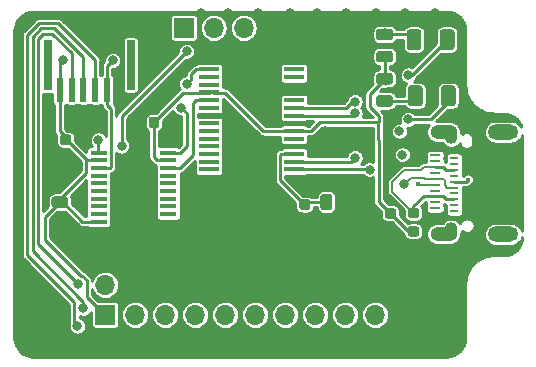
<source format=gtl>
G04 #@! TF.GenerationSoftware,KiCad,Pcbnew,(5.1.0)-1*
G04 #@! TF.CreationDate,2019-04-13T16:10:58+02:00*
G04 #@! TF.ProjectId,converterboard,636f6e76-6572-4746-9572-626f6172642e,rev?*
G04 #@! TF.SameCoordinates,Original*
G04 #@! TF.FileFunction,Copper,L1,Top*
G04 #@! TF.FilePolarity,Positive*
%FSLAX46Y46*%
G04 Gerber Fmt 4.6, Leading zero omitted, Abs format (unit mm)*
G04 Created by KiCad (PCBNEW (5.1.0)-1) date 2019-04-13 16:10:58*
%MOMM*%
%LPD*%
G04 APERTURE LIST*
%ADD10C,0.100000*%
%ADD11C,0.975000*%
%ADD12O,2.300000X1.200000*%
%ADD13O,1.100000X1.350000*%
%ADD14R,0.800000X0.270000*%
%ADD15R,0.900000X0.270000*%
%ADD16O,2.600000X1.300000*%
%ADD17C,0.875000*%
%ADD18R,1.700000X1.700000*%
%ADD19O,1.700000X1.700000*%
%ADD20R,1.450000X0.450000*%
%ADD21C,1.250000*%
%ADD22R,0.700000X4.200000*%
%ADD23R,0.600000X2.000000*%
%ADD24R,1.750000X0.450000*%
%ADD25C,0.800000*%
%ADD26C,0.400000*%
%ADD27C,0.250000*%
%ADD28C,0.200000*%
%ADD29C,0.254000*%
G04 APERTURE END LIST*
D10*
G36*
X182955142Y-114801174D02*
G01*
X182978803Y-114804684D01*
X183002007Y-114810496D01*
X183024529Y-114818554D01*
X183046153Y-114828782D01*
X183066670Y-114841079D01*
X183085883Y-114855329D01*
X183103607Y-114871393D01*
X183119671Y-114889117D01*
X183133921Y-114908330D01*
X183146218Y-114928847D01*
X183156446Y-114950471D01*
X183164504Y-114972993D01*
X183170316Y-114996197D01*
X183173826Y-115019858D01*
X183175000Y-115043750D01*
X183175000Y-115956250D01*
X183173826Y-115980142D01*
X183170316Y-116003803D01*
X183164504Y-116027007D01*
X183156446Y-116049529D01*
X183146218Y-116071153D01*
X183133921Y-116091670D01*
X183119671Y-116110883D01*
X183103607Y-116128607D01*
X183085883Y-116144671D01*
X183066670Y-116158921D01*
X183046153Y-116171218D01*
X183024529Y-116181446D01*
X183002007Y-116189504D01*
X182978803Y-116195316D01*
X182955142Y-116198826D01*
X182931250Y-116200000D01*
X182443750Y-116200000D01*
X182419858Y-116198826D01*
X182396197Y-116195316D01*
X182372993Y-116189504D01*
X182350471Y-116181446D01*
X182328847Y-116171218D01*
X182308330Y-116158921D01*
X182289117Y-116144671D01*
X182271393Y-116128607D01*
X182255329Y-116110883D01*
X182241079Y-116091670D01*
X182228782Y-116071153D01*
X182218554Y-116049529D01*
X182210496Y-116027007D01*
X182204684Y-116003803D01*
X182201174Y-115980142D01*
X182200000Y-115956250D01*
X182200000Y-115043750D01*
X182201174Y-115019858D01*
X182204684Y-114996197D01*
X182210496Y-114972993D01*
X182218554Y-114950471D01*
X182228782Y-114928847D01*
X182241079Y-114908330D01*
X182255329Y-114889117D01*
X182271393Y-114871393D01*
X182289117Y-114855329D01*
X182308330Y-114841079D01*
X182328847Y-114828782D01*
X182350471Y-114818554D01*
X182372993Y-114810496D01*
X182396197Y-114804684D01*
X182419858Y-114801174D01*
X182443750Y-114800000D01*
X182931250Y-114800000D01*
X182955142Y-114801174D01*
X182955142Y-114801174D01*
G37*
D11*
X182687500Y-115500000D03*
D10*
G36*
X181080142Y-114801174D02*
G01*
X181103803Y-114804684D01*
X181127007Y-114810496D01*
X181149529Y-114818554D01*
X181171153Y-114828782D01*
X181191670Y-114841079D01*
X181210883Y-114855329D01*
X181228607Y-114871393D01*
X181244671Y-114889117D01*
X181258921Y-114908330D01*
X181271218Y-114928847D01*
X181281446Y-114950471D01*
X181289504Y-114972993D01*
X181295316Y-114996197D01*
X181298826Y-115019858D01*
X181300000Y-115043750D01*
X181300000Y-115956250D01*
X181298826Y-115980142D01*
X181295316Y-116003803D01*
X181289504Y-116027007D01*
X181281446Y-116049529D01*
X181271218Y-116071153D01*
X181258921Y-116091670D01*
X181244671Y-116110883D01*
X181228607Y-116128607D01*
X181210883Y-116144671D01*
X181191670Y-116158921D01*
X181171153Y-116171218D01*
X181149529Y-116181446D01*
X181127007Y-116189504D01*
X181103803Y-116195316D01*
X181080142Y-116198826D01*
X181056250Y-116200000D01*
X180568750Y-116200000D01*
X180544858Y-116198826D01*
X180521197Y-116195316D01*
X180497993Y-116189504D01*
X180475471Y-116181446D01*
X180453847Y-116171218D01*
X180433330Y-116158921D01*
X180414117Y-116144671D01*
X180396393Y-116128607D01*
X180380329Y-116110883D01*
X180366079Y-116091670D01*
X180353782Y-116071153D01*
X180343554Y-116049529D01*
X180335496Y-116027007D01*
X180329684Y-116003803D01*
X180326174Y-115980142D01*
X180325000Y-115956250D01*
X180325000Y-115043750D01*
X180326174Y-115019858D01*
X180329684Y-114996197D01*
X180335496Y-114972993D01*
X180343554Y-114950471D01*
X180353782Y-114928847D01*
X180366079Y-114908330D01*
X180380329Y-114889117D01*
X180396393Y-114871393D01*
X180414117Y-114855329D01*
X180433330Y-114841079D01*
X180453847Y-114828782D01*
X180475471Y-114818554D01*
X180497993Y-114810496D01*
X180521197Y-114804684D01*
X180544858Y-114801174D01*
X180568750Y-114800000D01*
X181056250Y-114800000D01*
X181080142Y-114801174D01*
X181080142Y-114801174D01*
G37*
D11*
X180812500Y-115500000D03*
D12*
X190750000Y-109580000D03*
D13*
X191400000Y-109900000D03*
D14*
X191650000Y-111765000D03*
X191650000Y-112765000D03*
X191650000Y-112265000D03*
X191650000Y-111265000D03*
X191650000Y-113765000D03*
X191650000Y-114775000D03*
X191650000Y-114275000D03*
X191650000Y-113265000D03*
X191650000Y-115775000D03*
X191650000Y-115275000D03*
X191650000Y-116275000D03*
X191650000Y-116775000D03*
D15*
X190050000Y-112025000D03*
X190050000Y-111025000D03*
X190050000Y-112525000D03*
X190050000Y-111525000D03*
X190050000Y-113525000D03*
X190050000Y-113025000D03*
X190050000Y-114025000D03*
X190050000Y-115025000D03*
X190050000Y-114525000D03*
X190050000Y-115525000D03*
X190050000Y-116025000D03*
X190050000Y-116525000D03*
D13*
X191400000Y-117900000D03*
D12*
X190750000Y-118220000D03*
D16*
X195800000Y-118220000D03*
X195800000Y-109580000D03*
D10*
G36*
X188477691Y-115976053D02*
G01*
X188498926Y-115979203D01*
X188519750Y-115984419D01*
X188539962Y-115991651D01*
X188559368Y-116000830D01*
X188577781Y-116011866D01*
X188595024Y-116024654D01*
X188610930Y-116039070D01*
X188625346Y-116054976D01*
X188638134Y-116072219D01*
X188649170Y-116090632D01*
X188658349Y-116110038D01*
X188665581Y-116130250D01*
X188670797Y-116151074D01*
X188673947Y-116172309D01*
X188675000Y-116193750D01*
X188675000Y-116631250D01*
X188673947Y-116652691D01*
X188670797Y-116673926D01*
X188665581Y-116694750D01*
X188658349Y-116714962D01*
X188649170Y-116734368D01*
X188638134Y-116752781D01*
X188625346Y-116770024D01*
X188610930Y-116785930D01*
X188595024Y-116800346D01*
X188577781Y-116813134D01*
X188559368Y-116824170D01*
X188539962Y-116833349D01*
X188519750Y-116840581D01*
X188498926Y-116845797D01*
X188477691Y-116848947D01*
X188456250Y-116850000D01*
X187943750Y-116850000D01*
X187922309Y-116848947D01*
X187901074Y-116845797D01*
X187880250Y-116840581D01*
X187860038Y-116833349D01*
X187840632Y-116824170D01*
X187822219Y-116813134D01*
X187804976Y-116800346D01*
X187789070Y-116785930D01*
X187774654Y-116770024D01*
X187761866Y-116752781D01*
X187750830Y-116734368D01*
X187741651Y-116714962D01*
X187734419Y-116694750D01*
X187729203Y-116673926D01*
X187726053Y-116652691D01*
X187725000Y-116631250D01*
X187725000Y-116193750D01*
X187726053Y-116172309D01*
X187729203Y-116151074D01*
X187734419Y-116130250D01*
X187741651Y-116110038D01*
X187750830Y-116090632D01*
X187761866Y-116072219D01*
X187774654Y-116054976D01*
X187789070Y-116039070D01*
X187804976Y-116024654D01*
X187822219Y-116011866D01*
X187840632Y-116000830D01*
X187860038Y-115991651D01*
X187880250Y-115984419D01*
X187901074Y-115979203D01*
X187922309Y-115976053D01*
X187943750Y-115975000D01*
X188456250Y-115975000D01*
X188477691Y-115976053D01*
X188477691Y-115976053D01*
G37*
D17*
X188200000Y-116412500D03*
D10*
G36*
X188477691Y-117551053D02*
G01*
X188498926Y-117554203D01*
X188519750Y-117559419D01*
X188539962Y-117566651D01*
X188559368Y-117575830D01*
X188577781Y-117586866D01*
X188595024Y-117599654D01*
X188610930Y-117614070D01*
X188625346Y-117629976D01*
X188638134Y-117647219D01*
X188649170Y-117665632D01*
X188658349Y-117685038D01*
X188665581Y-117705250D01*
X188670797Y-117726074D01*
X188673947Y-117747309D01*
X188675000Y-117768750D01*
X188675000Y-118206250D01*
X188673947Y-118227691D01*
X188670797Y-118248926D01*
X188665581Y-118269750D01*
X188658349Y-118289962D01*
X188649170Y-118309368D01*
X188638134Y-118327781D01*
X188625346Y-118345024D01*
X188610930Y-118360930D01*
X188595024Y-118375346D01*
X188577781Y-118388134D01*
X188559368Y-118399170D01*
X188539962Y-118408349D01*
X188519750Y-118415581D01*
X188498926Y-118420797D01*
X188477691Y-118423947D01*
X188456250Y-118425000D01*
X187943750Y-118425000D01*
X187922309Y-118423947D01*
X187901074Y-118420797D01*
X187880250Y-118415581D01*
X187860038Y-118408349D01*
X187840632Y-118399170D01*
X187822219Y-118388134D01*
X187804976Y-118375346D01*
X187789070Y-118360930D01*
X187774654Y-118345024D01*
X187761866Y-118327781D01*
X187750830Y-118309368D01*
X187741651Y-118289962D01*
X187734419Y-118269750D01*
X187729203Y-118248926D01*
X187726053Y-118227691D01*
X187725000Y-118206250D01*
X187725000Y-117768750D01*
X187726053Y-117747309D01*
X187729203Y-117726074D01*
X187734419Y-117705250D01*
X187741651Y-117685038D01*
X187750830Y-117665632D01*
X187761866Y-117647219D01*
X187774654Y-117629976D01*
X187789070Y-117614070D01*
X187804976Y-117599654D01*
X187822219Y-117586866D01*
X187840632Y-117575830D01*
X187860038Y-117566651D01*
X187880250Y-117559419D01*
X187901074Y-117554203D01*
X187922309Y-117551053D01*
X187943750Y-117550000D01*
X188456250Y-117550000D01*
X188477691Y-117551053D01*
X188477691Y-117551053D01*
G37*
D17*
X188200000Y-117987500D03*
D18*
X168750000Y-100750000D03*
D19*
X171290000Y-100750000D03*
X173830000Y-100750000D03*
X176370000Y-100750000D03*
D20*
X161550000Y-111325000D03*
X161550000Y-111975000D03*
X161550000Y-112625000D03*
X161550000Y-113275000D03*
X161550000Y-113925000D03*
X161550000Y-114575000D03*
X161550000Y-115225000D03*
X161550000Y-115875000D03*
X161550000Y-116525000D03*
X161550000Y-117175000D03*
X167450000Y-117175000D03*
X167450000Y-116525000D03*
X167450000Y-115875000D03*
X167450000Y-115225000D03*
X167450000Y-114575000D03*
X167450000Y-113925000D03*
X167450000Y-113275000D03*
X167450000Y-112625000D03*
X167450000Y-111975000D03*
X167450000Y-111325000D03*
D19*
X184960000Y-122510000D03*
X184960000Y-125050000D03*
X182420000Y-122510000D03*
X182420000Y-125050000D03*
X179880000Y-122510000D03*
X179880000Y-125050000D03*
X177340000Y-122510000D03*
X177340000Y-125050000D03*
X174800000Y-122510000D03*
X174800000Y-125050000D03*
X172260000Y-122510000D03*
X172260000Y-125050000D03*
X169720000Y-122510000D03*
X169720000Y-125050000D03*
X167180000Y-122510000D03*
X167180000Y-125050000D03*
X164640000Y-122510000D03*
X164640000Y-125050000D03*
X162100000Y-122510000D03*
D18*
X162100000Y-125050000D03*
D10*
G36*
X168027691Y-108276053D02*
G01*
X168048926Y-108279203D01*
X168069750Y-108284419D01*
X168089962Y-108291651D01*
X168109368Y-108300830D01*
X168127781Y-108311866D01*
X168145024Y-108324654D01*
X168160930Y-108339070D01*
X168175346Y-108354976D01*
X168188134Y-108372219D01*
X168199170Y-108390632D01*
X168208349Y-108410038D01*
X168215581Y-108430250D01*
X168220797Y-108451074D01*
X168223947Y-108472309D01*
X168225000Y-108493750D01*
X168225000Y-109006250D01*
X168223947Y-109027691D01*
X168220797Y-109048926D01*
X168215581Y-109069750D01*
X168208349Y-109089962D01*
X168199170Y-109109368D01*
X168188134Y-109127781D01*
X168175346Y-109145024D01*
X168160930Y-109160930D01*
X168145024Y-109175346D01*
X168127781Y-109188134D01*
X168109368Y-109199170D01*
X168089962Y-109208349D01*
X168069750Y-109215581D01*
X168048926Y-109220797D01*
X168027691Y-109223947D01*
X168006250Y-109225000D01*
X167568750Y-109225000D01*
X167547309Y-109223947D01*
X167526074Y-109220797D01*
X167505250Y-109215581D01*
X167485038Y-109208349D01*
X167465632Y-109199170D01*
X167447219Y-109188134D01*
X167429976Y-109175346D01*
X167414070Y-109160930D01*
X167399654Y-109145024D01*
X167386866Y-109127781D01*
X167375830Y-109109368D01*
X167366651Y-109089962D01*
X167359419Y-109069750D01*
X167354203Y-109048926D01*
X167351053Y-109027691D01*
X167350000Y-109006250D01*
X167350000Y-108493750D01*
X167351053Y-108472309D01*
X167354203Y-108451074D01*
X167359419Y-108430250D01*
X167366651Y-108410038D01*
X167375830Y-108390632D01*
X167386866Y-108372219D01*
X167399654Y-108354976D01*
X167414070Y-108339070D01*
X167429976Y-108324654D01*
X167447219Y-108311866D01*
X167465632Y-108300830D01*
X167485038Y-108291651D01*
X167505250Y-108284419D01*
X167526074Y-108279203D01*
X167547309Y-108276053D01*
X167568750Y-108275000D01*
X168006250Y-108275000D01*
X168027691Y-108276053D01*
X168027691Y-108276053D01*
G37*
D17*
X167787500Y-108750000D03*
D10*
G36*
X166452691Y-108276053D02*
G01*
X166473926Y-108279203D01*
X166494750Y-108284419D01*
X166514962Y-108291651D01*
X166534368Y-108300830D01*
X166552781Y-108311866D01*
X166570024Y-108324654D01*
X166585930Y-108339070D01*
X166600346Y-108354976D01*
X166613134Y-108372219D01*
X166624170Y-108390632D01*
X166633349Y-108410038D01*
X166640581Y-108430250D01*
X166645797Y-108451074D01*
X166648947Y-108472309D01*
X166650000Y-108493750D01*
X166650000Y-109006250D01*
X166648947Y-109027691D01*
X166645797Y-109048926D01*
X166640581Y-109069750D01*
X166633349Y-109089962D01*
X166624170Y-109109368D01*
X166613134Y-109127781D01*
X166600346Y-109145024D01*
X166585930Y-109160930D01*
X166570024Y-109175346D01*
X166552781Y-109188134D01*
X166534368Y-109199170D01*
X166514962Y-109208349D01*
X166494750Y-109215581D01*
X166473926Y-109220797D01*
X166452691Y-109223947D01*
X166431250Y-109225000D01*
X165993750Y-109225000D01*
X165972309Y-109223947D01*
X165951074Y-109220797D01*
X165930250Y-109215581D01*
X165910038Y-109208349D01*
X165890632Y-109199170D01*
X165872219Y-109188134D01*
X165854976Y-109175346D01*
X165839070Y-109160930D01*
X165824654Y-109145024D01*
X165811866Y-109127781D01*
X165800830Y-109109368D01*
X165791651Y-109089962D01*
X165784419Y-109069750D01*
X165779203Y-109048926D01*
X165776053Y-109027691D01*
X165775000Y-109006250D01*
X165775000Y-108493750D01*
X165776053Y-108472309D01*
X165779203Y-108451074D01*
X165784419Y-108430250D01*
X165791651Y-108410038D01*
X165800830Y-108390632D01*
X165811866Y-108372219D01*
X165824654Y-108354976D01*
X165839070Y-108339070D01*
X165854976Y-108324654D01*
X165872219Y-108311866D01*
X165890632Y-108300830D01*
X165910038Y-108291651D01*
X165930250Y-108284419D01*
X165951074Y-108279203D01*
X165972309Y-108276053D01*
X165993750Y-108275000D01*
X166431250Y-108275000D01*
X166452691Y-108276053D01*
X166452691Y-108276053D01*
G37*
D17*
X166212500Y-108750000D03*
D10*
G36*
X159027691Y-109776053D02*
G01*
X159048926Y-109779203D01*
X159069750Y-109784419D01*
X159089962Y-109791651D01*
X159109368Y-109800830D01*
X159127781Y-109811866D01*
X159145024Y-109824654D01*
X159160930Y-109839070D01*
X159175346Y-109854976D01*
X159188134Y-109872219D01*
X159199170Y-109890632D01*
X159208349Y-109910038D01*
X159215581Y-109930250D01*
X159220797Y-109951074D01*
X159223947Y-109972309D01*
X159225000Y-109993750D01*
X159225000Y-110431250D01*
X159223947Y-110452691D01*
X159220797Y-110473926D01*
X159215581Y-110494750D01*
X159208349Y-110514962D01*
X159199170Y-110534368D01*
X159188134Y-110552781D01*
X159175346Y-110570024D01*
X159160930Y-110585930D01*
X159145024Y-110600346D01*
X159127781Y-110613134D01*
X159109368Y-110624170D01*
X159089962Y-110633349D01*
X159069750Y-110640581D01*
X159048926Y-110645797D01*
X159027691Y-110648947D01*
X159006250Y-110650000D01*
X158493750Y-110650000D01*
X158472309Y-110648947D01*
X158451074Y-110645797D01*
X158430250Y-110640581D01*
X158410038Y-110633349D01*
X158390632Y-110624170D01*
X158372219Y-110613134D01*
X158354976Y-110600346D01*
X158339070Y-110585930D01*
X158324654Y-110570024D01*
X158311866Y-110552781D01*
X158300830Y-110534368D01*
X158291651Y-110514962D01*
X158284419Y-110494750D01*
X158279203Y-110473926D01*
X158276053Y-110452691D01*
X158275000Y-110431250D01*
X158275000Y-109993750D01*
X158276053Y-109972309D01*
X158279203Y-109951074D01*
X158284419Y-109930250D01*
X158291651Y-109910038D01*
X158300830Y-109890632D01*
X158311866Y-109872219D01*
X158324654Y-109854976D01*
X158339070Y-109839070D01*
X158354976Y-109824654D01*
X158372219Y-109811866D01*
X158390632Y-109800830D01*
X158410038Y-109791651D01*
X158430250Y-109784419D01*
X158451074Y-109779203D01*
X158472309Y-109776053D01*
X158493750Y-109775000D01*
X159006250Y-109775000D01*
X159027691Y-109776053D01*
X159027691Y-109776053D01*
G37*
D17*
X158750000Y-110212500D03*
D10*
G36*
X159027691Y-111351053D02*
G01*
X159048926Y-111354203D01*
X159069750Y-111359419D01*
X159089962Y-111366651D01*
X159109368Y-111375830D01*
X159127781Y-111386866D01*
X159145024Y-111399654D01*
X159160930Y-111414070D01*
X159175346Y-111429976D01*
X159188134Y-111447219D01*
X159199170Y-111465632D01*
X159208349Y-111485038D01*
X159215581Y-111505250D01*
X159220797Y-111526074D01*
X159223947Y-111547309D01*
X159225000Y-111568750D01*
X159225000Y-112006250D01*
X159223947Y-112027691D01*
X159220797Y-112048926D01*
X159215581Y-112069750D01*
X159208349Y-112089962D01*
X159199170Y-112109368D01*
X159188134Y-112127781D01*
X159175346Y-112145024D01*
X159160930Y-112160930D01*
X159145024Y-112175346D01*
X159127781Y-112188134D01*
X159109368Y-112199170D01*
X159089962Y-112208349D01*
X159069750Y-112215581D01*
X159048926Y-112220797D01*
X159027691Y-112223947D01*
X159006250Y-112225000D01*
X158493750Y-112225000D01*
X158472309Y-112223947D01*
X158451074Y-112220797D01*
X158430250Y-112215581D01*
X158410038Y-112208349D01*
X158390632Y-112199170D01*
X158372219Y-112188134D01*
X158354976Y-112175346D01*
X158339070Y-112160930D01*
X158324654Y-112145024D01*
X158311866Y-112127781D01*
X158300830Y-112109368D01*
X158291651Y-112089962D01*
X158284419Y-112069750D01*
X158279203Y-112048926D01*
X158276053Y-112027691D01*
X158275000Y-112006250D01*
X158275000Y-111568750D01*
X158276053Y-111547309D01*
X158279203Y-111526074D01*
X158284419Y-111505250D01*
X158291651Y-111485038D01*
X158300830Y-111465632D01*
X158311866Y-111447219D01*
X158324654Y-111429976D01*
X158339070Y-111414070D01*
X158354976Y-111399654D01*
X158372219Y-111386866D01*
X158390632Y-111375830D01*
X158410038Y-111366651D01*
X158430250Y-111359419D01*
X158451074Y-111354203D01*
X158472309Y-111351053D01*
X158493750Y-111350000D01*
X159006250Y-111350000D01*
X159027691Y-111351053D01*
X159027691Y-111351053D01*
G37*
D17*
X158750000Y-111787500D03*
D10*
G36*
X179277691Y-116851053D02*
G01*
X179298926Y-116854203D01*
X179319750Y-116859419D01*
X179339962Y-116866651D01*
X179359368Y-116875830D01*
X179377781Y-116886866D01*
X179395024Y-116899654D01*
X179410930Y-116914070D01*
X179425346Y-116929976D01*
X179438134Y-116947219D01*
X179449170Y-116965632D01*
X179458349Y-116985038D01*
X179465581Y-117005250D01*
X179470797Y-117026074D01*
X179473947Y-117047309D01*
X179475000Y-117068750D01*
X179475000Y-117506250D01*
X179473947Y-117527691D01*
X179470797Y-117548926D01*
X179465581Y-117569750D01*
X179458349Y-117589962D01*
X179449170Y-117609368D01*
X179438134Y-117627781D01*
X179425346Y-117645024D01*
X179410930Y-117660930D01*
X179395024Y-117675346D01*
X179377781Y-117688134D01*
X179359368Y-117699170D01*
X179339962Y-117708349D01*
X179319750Y-117715581D01*
X179298926Y-117720797D01*
X179277691Y-117723947D01*
X179256250Y-117725000D01*
X178743750Y-117725000D01*
X178722309Y-117723947D01*
X178701074Y-117720797D01*
X178680250Y-117715581D01*
X178660038Y-117708349D01*
X178640632Y-117699170D01*
X178622219Y-117688134D01*
X178604976Y-117675346D01*
X178589070Y-117660930D01*
X178574654Y-117645024D01*
X178561866Y-117627781D01*
X178550830Y-117609368D01*
X178541651Y-117589962D01*
X178534419Y-117569750D01*
X178529203Y-117548926D01*
X178526053Y-117527691D01*
X178525000Y-117506250D01*
X178525000Y-117068750D01*
X178526053Y-117047309D01*
X178529203Y-117026074D01*
X178534419Y-117005250D01*
X178541651Y-116985038D01*
X178550830Y-116965632D01*
X178561866Y-116947219D01*
X178574654Y-116929976D01*
X178589070Y-116914070D01*
X178604976Y-116899654D01*
X178622219Y-116886866D01*
X178640632Y-116875830D01*
X178660038Y-116866651D01*
X178680250Y-116859419D01*
X178701074Y-116854203D01*
X178722309Y-116851053D01*
X178743750Y-116850000D01*
X179256250Y-116850000D01*
X179277691Y-116851053D01*
X179277691Y-116851053D01*
G37*
D17*
X179000000Y-117287500D03*
D10*
G36*
X179277691Y-115276053D02*
G01*
X179298926Y-115279203D01*
X179319750Y-115284419D01*
X179339962Y-115291651D01*
X179359368Y-115300830D01*
X179377781Y-115311866D01*
X179395024Y-115324654D01*
X179410930Y-115339070D01*
X179425346Y-115354976D01*
X179438134Y-115372219D01*
X179449170Y-115390632D01*
X179458349Y-115410038D01*
X179465581Y-115430250D01*
X179470797Y-115451074D01*
X179473947Y-115472309D01*
X179475000Y-115493750D01*
X179475000Y-115931250D01*
X179473947Y-115952691D01*
X179470797Y-115973926D01*
X179465581Y-115994750D01*
X179458349Y-116014962D01*
X179449170Y-116034368D01*
X179438134Y-116052781D01*
X179425346Y-116070024D01*
X179410930Y-116085930D01*
X179395024Y-116100346D01*
X179377781Y-116113134D01*
X179359368Y-116124170D01*
X179339962Y-116133349D01*
X179319750Y-116140581D01*
X179298926Y-116145797D01*
X179277691Y-116148947D01*
X179256250Y-116150000D01*
X178743750Y-116150000D01*
X178722309Y-116148947D01*
X178701074Y-116145797D01*
X178680250Y-116140581D01*
X178660038Y-116133349D01*
X178640632Y-116124170D01*
X178622219Y-116113134D01*
X178604976Y-116100346D01*
X178589070Y-116085930D01*
X178574654Y-116070024D01*
X178561866Y-116052781D01*
X178550830Y-116034368D01*
X178541651Y-116014962D01*
X178534419Y-115994750D01*
X178529203Y-115973926D01*
X178526053Y-115952691D01*
X178525000Y-115931250D01*
X178525000Y-115493750D01*
X178526053Y-115472309D01*
X178529203Y-115451074D01*
X178534419Y-115430250D01*
X178541651Y-115410038D01*
X178550830Y-115390632D01*
X178561866Y-115372219D01*
X178574654Y-115354976D01*
X178589070Y-115339070D01*
X178604976Y-115324654D01*
X178622219Y-115311866D01*
X178640632Y-115300830D01*
X178660038Y-115291651D01*
X178680250Y-115284419D01*
X178701074Y-115279203D01*
X178722309Y-115276053D01*
X178743750Y-115275000D01*
X179256250Y-115275000D01*
X179277691Y-115276053D01*
X179277691Y-115276053D01*
G37*
D17*
X179000000Y-115712500D03*
D10*
G36*
X186527691Y-116026053D02*
G01*
X186548926Y-116029203D01*
X186569750Y-116034419D01*
X186589962Y-116041651D01*
X186609368Y-116050830D01*
X186627781Y-116061866D01*
X186645024Y-116074654D01*
X186660930Y-116089070D01*
X186675346Y-116104976D01*
X186688134Y-116122219D01*
X186699170Y-116140632D01*
X186708349Y-116160038D01*
X186715581Y-116180250D01*
X186720797Y-116201074D01*
X186723947Y-116222309D01*
X186725000Y-116243750D01*
X186725000Y-116681250D01*
X186723947Y-116702691D01*
X186720797Y-116723926D01*
X186715581Y-116744750D01*
X186708349Y-116764962D01*
X186699170Y-116784368D01*
X186688134Y-116802781D01*
X186675346Y-116820024D01*
X186660930Y-116835930D01*
X186645024Y-116850346D01*
X186627781Y-116863134D01*
X186609368Y-116874170D01*
X186589962Y-116883349D01*
X186569750Y-116890581D01*
X186548926Y-116895797D01*
X186527691Y-116898947D01*
X186506250Y-116900000D01*
X185993750Y-116900000D01*
X185972309Y-116898947D01*
X185951074Y-116895797D01*
X185930250Y-116890581D01*
X185910038Y-116883349D01*
X185890632Y-116874170D01*
X185872219Y-116863134D01*
X185854976Y-116850346D01*
X185839070Y-116835930D01*
X185824654Y-116820024D01*
X185811866Y-116802781D01*
X185800830Y-116784368D01*
X185791651Y-116764962D01*
X185784419Y-116744750D01*
X185779203Y-116723926D01*
X185776053Y-116702691D01*
X185775000Y-116681250D01*
X185775000Y-116243750D01*
X185776053Y-116222309D01*
X185779203Y-116201074D01*
X185784419Y-116180250D01*
X185791651Y-116160038D01*
X185800830Y-116140632D01*
X185811866Y-116122219D01*
X185824654Y-116104976D01*
X185839070Y-116089070D01*
X185854976Y-116074654D01*
X185872219Y-116061866D01*
X185890632Y-116050830D01*
X185910038Y-116041651D01*
X185930250Y-116034419D01*
X185951074Y-116029203D01*
X185972309Y-116026053D01*
X185993750Y-116025000D01*
X186506250Y-116025000D01*
X186527691Y-116026053D01*
X186527691Y-116026053D01*
G37*
D17*
X186250000Y-116462500D03*
D10*
G36*
X186527691Y-117601053D02*
G01*
X186548926Y-117604203D01*
X186569750Y-117609419D01*
X186589962Y-117616651D01*
X186609368Y-117625830D01*
X186627781Y-117636866D01*
X186645024Y-117649654D01*
X186660930Y-117664070D01*
X186675346Y-117679976D01*
X186688134Y-117697219D01*
X186699170Y-117715632D01*
X186708349Y-117735038D01*
X186715581Y-117755250D01*
X186720797Y-117776074D01*
X186723947Y-117797309D01*
X186725000Y-117818750D01*
X186725000Y-118256250D01*
X186723947Y-118277691D01*
X186720797Y-118298926D01*
X186715581Y-118319750D01*
X186708349Y-118339962D01*
X186699170Y-118359368D01*
X186688134Y-118377781D01*
X186675346Y-118395024D01*
X186660930Y-118410930D01*
X186645024Y-118425346D01*
X186627781Y-118438134D01*
X186609368Y-118449170D01*
X186589962Y-118458349D01*
X186569750Y-118465581D01*
X186548926Y-118470797D01*
X186527691Y-118473947D01*
X186506250Y-118475000D01*
X185993750Y-118475000D01*
X185972309Y-118473947D01*
X185951074Y-118470797D01*
X185930250Y-118465581D01*
X185910038Y-118458349D01*
X185890632Y-118449170D01*
X185872219Y-118438134D01*
X185854976Y-118425346D01*
X185839070Y-118410930D01*
X185824654Y-118395024D01*
X185811866Y-118377781D01*
X185800830Y-118359368D01*
X185791651Y-118339962D01*
X185784419Y-118319750D01*
X185779203Y-118298926D01*
X185776053Y-118277691D01*
X185775000Y-118256250D01*
X185775000Y-117818750D01*
X185776053Y-117797309D01*
X185779203Y-117776074D01*
X185784419Y-117755250D01*
X185791651Y-117735038D01*
X185800830Y-117715632D01*
X185811866Y-117697219D01*
X185824654Y-117679976D01*
X185839070Y-117664070D01*
X185854976Y-117649654D01*
X185872219Y-117636866D01*
X185890632Y-117625830D01*
X185910038Y-117616651D01*
X185930250Y-117609419D01*
X185951074Y-117604203D01*
X185972309Y-117601053D01*
X185993750Y-117600000D01*
X186506250Y-117600000D01*
X186527691Y-117601053D01*
X186527691Y-117601053D01*
G37*
D17*
X186250000Y-118037500D03*
D10*
G36*
X188749504Y-105626204D02*
G01*
X188773773Y-105629804D01*
X188797571Y-105635765D01*
X188820671Y-105644030D01*
X188842849Y-105654520D01*
X188863893Y-105667133D01*
X188883598Y-105681747D01*
X188901777Y-105698223D01*
X188918253Y-105716402D01*
X188932867Y-105736107D01*
X188945480Y-105757151D01*
X188955970Y-105779329D01*
X188964235Y-105802429D01*
X188970196Y-105826227D01*
X188973796Y-105850496D01*
X188975000Y-105875000D01*
X188975000Y-107125000D01*
X188973796Y-107149504D01*
X188970196Y-107173773D01*
X188964235Y-107197571D01*
X188955970Y-107220671D01*
X188945480Y-107242849D01*
X188932867Y-107263893D01*
X188918253Y-107283598D01*
X188901777Y-107301777D01*
X188883598Y-107318253D01*
X188863893Y-107332867D01*
X188842849Y-107345480D01*
X188820671Y-107355970D01*
X188797571Y-107364235D01*
X188773773Y-107370196D01*
X188749504Y-107373796D01*
X188725000Y-107375000D01*
X187975000Y-107375000D01*
X187950496Y-107373796D01*
X187926227Y-107370196D01*
X187902429Y-107364235D01*
X187879329Y-107355970D01*
X187857151Y-107345480D01*
X187836107Y-107332867D01*
X187816402Y-107318253D01*
X187798223Y-107301777D01*
X187781747Y-107283598D01*
X187767133Y-107263893D01*
X187754520Y-107242849D01*
X187744030Y-107220671D01*
X187735765Y-107197571D01*
X187729804Y-107173773D01*
X187726204Y-107149504D01*
X187725000Y-107125000D01*
X187725000Y-105875000D01*
X187726204Y-105850496D01*
X187729804Y-105826227D01*
X187735765Y-105802429D01*
X187744030Y-105779329D01*
X187754520Y-105757151D01*
X187767133Y-105736107D01*
X187781747Y-105716402D01*
X187798223Y-105698223D01*
X187816402Y-105681747D01*
X187836107Y-105667133D01*
X187857151Y-105654520D01*
X187879329Y-105644030D01*
X187902429Y-105635765D01*
X187926227Y-105629804D01*
X187950496Y-105626204D01*
X187975000Y-105625000D01*
X188725000Y-105625000D01*
X188749504Y-105626204D01*
X188749504Y-105626204D01*
G37*
D21*
X188350000Y-106500000D03*
D10*
G36*
X191549504Y-105626204D02*
G01*
X191573773Y-105629804D01*
X191597571Y-105635765D01*
X191620671Y-105644030D01*
X191642849Y-105654520D01*
X191663893Y-105667133D01*
X191683598Y-105681747D01*
X191701777Y-105698223D01*
X191718253Y-105716402D01*
X191732867Y-105736107D01*
X191745480Y-105757151D01*
X191755970Y-105779329D01*
X191764235Y-105802429D01*
X191770196Y-105826227D01*
X191773796Y-105850496D01*
X191775000Y-105875000D01*
X191775000Y-107125000D01*
X191773796Y-107149504D01*
X191770196Y-107173773D01*
X191764235Y-107197571D01*
X191755970Y-107220671D01*
X191745480Y-107242849D01*
X191732867Y-107263893D01*
X191718253Y-107283598D01*
X191701777Y-107301777D01*
X191683598Y-107318253D01*
X191663893Y-107332867D01*
X191642849Y-107345480D01*
X191620671Y-107355970D01*
X191597571Y-107364235D01*
X191573773Y-107370196D01*
X191549504Y-107373796D01*
X191525000Y-107375000D01*
X190775000Y-107375000D01*
X190750496Y-107373796D01*
X190726227Y-107370196D01*
X190702429Y-107364235D01*
X190679329Y-107355970D01*
X190657151Y-107345480D01*
X190636107Y-107332867D01*
X190616402Y-107318253D01*
X190598223Y-107301777D01*
X190581747Y-107283598D01*
X190567133Y-107263893D01*
X190554520Y-107242849D01*
X190544030Y-107220671D01*
X190535765Y-107197571D01*
X190529804Y-107173773D01*
X190526204Y-107149504D01*
X190525000Y-107125000D01*
X190525000Y-105875000D01*
X190526204Y-105850496D01*
X190529804Y-105826227D01*
X190535765Y-105802429D01*
X190544030Y-105779329D01*
X190554520Y-105757151D01*
X190567133Y-105736107D01*
X190581747Y-105716402D01*
X190598223Y-105698223D01*
X190616402Y-105681747D01*
X190636107Y-105667133D01*
X190657151Y-105654520D01*
X190679329Y-105644030D01*
X190702429Y-105635765D01*
X190726227Y-105629804D01*
X190750496Y-105626204D01*
X190775000Y-105625000D01*
X191525000Y-105625000D01*
X191549504Y-105626204D01*
X191549504Y-105626204D01*
G37*
D21*
X191150000Y-106500000D03*
D10*
G36*
X191449504Y-100876204D02*
G01*
X191473773Y-100879804D01*
X191497571Y-100885765D01*
X191520671Y-100894030D01*
X191542849Y-100904520D01*
X191563893Y-100917133D01*
X191583598Y-100931747D01*
X191601777Y-100948223D01*
X191618253Y-100966402D01*
X191632867Y-100986107D01*
X191645480Y-101007151D01*
X191655970Y-101029329D01*
X191664235Y-101052429D01*
X191670196Y-101076227D01*
X191673796Y-101100496D01*
X191675000Y-101125000D01*
X191675000Y-102375000D01*
X191673796Y-102399504D01*
X191670196Y-102423773D01*
X191664235Y-102447571D01*
X191655970Y-102470671D01*
X191645480Y-102492849D01*
X191632867Y-102513893D01*
X191618253Y-102533598D01*
X191601777Y-102551777D01*
X191583598Y-102568253D01*
X191563893Y-102582867D01*
X191542849Y-102595480D01*
X191520671Y-102605970D01*
X191497571Y-102614235D01*
X191473773Y-102620196D01*
X191449504Y-102623796D01*
X191425000Y-102625000D01*
X190675000Y-102625000D01*
X190650496Y-102623796D01*
X190626227Y-102620196D01*
X190602429Y-102614235D01*
X190579329Y-102605970D01*
X190557151Y-102595480D01*
X190536107Y-102582867D01*
X190516402Y-102568253D01*
X190498223Y-102551777D01*
X190481747Y-102533598D01*
X190467133Y-102513893D01*
X190454520Y-102492849D01*
X190444030Y-102470671D01*
X190435765Y-102447571D01*
X190429804Y-102423773D01*
X190426204Y-102399504D01*
X190425000Y-102375000D01*
X190425000Y-101125000D01*
X190426204Y-101100496D01*
X190429804Y-101076227D01*
X190435765Y-101052429D01*
X190444030Y-101029329D01*
X190454520Y-101007151D01*
X190467133Y-100986107D01*
X190481747Y-100966402D01*
X190498223Y-100948223D01*
X190516402Y-100931747D01*
X190536107Y-100917133D01*
X190557151Y-100904520D01*
X190579329Y-100894030D01*
X190602429Y-100885765D01*
X190626227Y-100879804D01*
X190650496Y-100876204D01*
X190675000Y-100875000D01*
X191425000Y-100875000D01*
X191449504Y-100876204D01*
X191449504Y-100876204D01*
G37*
D21*
X191050000Y-101750000D03*
D10*
G36*
X188649504Y-100876204D02*
G01*
X188673773Y-100879804D01*
X188697571Y-100885765D01*
X188720671Y-100894030D01*
X188742849Y-100904520D01*
X188763893Y-100917133D01*
X188783598Y-100931747D01*
X188801777Y-100948223D01*
X188818253Y-100966402D01*
X188832867Y-100986107D01*
X188845480Y-101007151D01*
X188855970Y-101029329D01*
X188864235Y-101052429D01*
X188870196Y-101076227D01*
X188873796Y-101100496D01*
X188875000Y-101125000D01*
X188875000Y-102375000D01*
X188873796Y-102399504D01*
X188870196Y-102423773D01*
X188864235Y-102447571D01*
X188855970Y-102470671D01*
X188845480Y-102492849D01*
X188832867Y-102513893D01*
X188818253Y-102533598D01*
X188801777Y-102551777D01*
X188783598Y-102568253D01*
X188763893Y-102582867D01*
X188742849Y-102595480D01*
X188720671Y-102605970D01*
X188697571Y-102614235D01*
X188673773Y-102620196D01*
X188649504Y-102623796D01*
X188625000Y-102625000D01*
X187875000Y-102625000D01*
X187850496Y-102623796D01*
X187826227Y-102620196D01*
X187802429Y-102614235D01*
X187779329Y-102605970D01*
X187757151Y-102595480D01*
X187736107Y-102582867D01*
X187716402Y-102568253D01*
X187698223Y-102551777D01*
X187681747Y-102533598D01*
X187667133Y-102513893D01*
X187654520Y-102492849D01*
X187644030Y-102470671D01*
X187635765Y-102447571D01*
X187629804Y-102423773D01*
X187626204Y-102399504D01*
X187625000Y-102375000D01*
X187625000Y-101125000D01*
X187626204Y-101100496D01*
X187629804Y-101076227D01*
X187635765Y-101052429D01*
X187644030Y-101029329D01*
X187654520Y-101007151D01*
X187667133Y-100986107D01*
X187681747Y-100966402D01*
X187698223Y-100948223D01*
X187716402Y-100931747D01*
X187736107Y-100917133D01*
X187757151Y-100904520D01*
X187779329Y-100894030D01*
X187802429Y-100885765D01*
X187826227Y-100879804D01*
X187850496Y-100876204D01*
X187875000Y-100875000D01*
X188625000Y-100875000D01*
X188649504Y-100876204D01*
X188649504Y-100876204D01*
G37*
D21*
X188250000Y-101750000D03*
D22*
X157250000Y-103900000D03*
D23*
X158250000Y-106000000D03*
X159250000Y-106000000D03*
X160250000Y-106000000D03*
X161250000Y-106000000D03*
X162250000Y-106000000D03*
X163250000Y-106000000D03*
D22*
X164250000Y-103900000D03*
D24*
X170900000Y-104275000D03*
X170900000Y-104925000D03*
X170900000Y-105575000D03*
X170900000Y-106225000D03*
X170900000Y-106875000D03*
X170900000Y-107525000D03*
X170900000Y-108175000D03*
X170900000Y-108825000D03*
X170900000Y-109475000D03*
X170900000Y-110125000D03*
X170900000Y-110775000D03*
X170900000Y-111425000D03*
X170900000Y-112075000D03*
X170900000Y-112725000D03*
X178100000Y-112725000D03*
X178100000Y-112075000D03*
X178100000Y-111425000D03*
X178100000Y-110775000D03*
X178100000Y-110125000D03*
X178100000Y-109475000D03*
X178100000Y-108825000D03*
X178100000Y-108175000D03*
X178100000Y-107525000D03*
X178100000Y-106875000D03*
X178100000Y-106225000D03*
X178100000Y-105575000D03*
X178100000Y-104925000D03*
X178100000Y-104275000D03*
D10*
G36*
X186230142Y-104576174D02*
G01*
X186253803Y-104579684D01*
X186277007Y-104585496D01*
X186299529Y-104593554D01*
X186321153Y-104603782D01*
X186341670Y-104616079D01*
X186360883Y-104630329D01*
X186378607Y-104646393D01*
X186394671Y-104664117D01*
X186408921Y-104683330D01*
X186421218Y-104703847D01*
X186431446Y-104725471D01*
X186439504Y-104747993D01*
X186445316Y-104771197D01*
X186448826Y-104794858D01*
X186450000Y-104818750D01*
X186450000Y-105306250D01*
X186448826Y-105330142D01*
X186445316Y-105353803D01*
X186439504Y-105377007D01*
X186431446Y-105399529D01*
X186421218Y-105421153D01*
X186408921Y-105441670D01*
X186394671Y-105460883D01*
X186378607Y-105478607D01*
X186360883Y-105494671D01*
X186341670Y-105508921D01*
X186321153Y-105521218D01*
X186299529Y-105531446D01*
X186277007Y-105539504D01*
X186253803Y-105545316D01*
X186230142Y-105548826D01*
X186206250Y-105550000D01*
X185293750Y-105550000D01*
X185269858Y-105548826D01*
X185246197Y-105545316D01*
X185222993Y-105539504D01*
X185200471Y-105531446D01*
X185178847Y-105521218D01*
X185158330Y-105508921D01*
X185139117Y-105494671D01*
X185121393Y-105478607D01*
X185105329Y-105460883D01*
X185091079Y-105441670D01*
X185078782Y-105421153D01*
X185068554Y-105399529D01*
X185060496Y-105377007D01*
X185054684Y-105353803D01*
X185051174Y-105330142D01*
X185050000Y-105306250D01*
X185050000Y-104818750D01*
X185051174Y-104794858D01*
X185054684Y-104771197D01*
X185060496Y-104747993D01*
X185068554Y-104725471D01*
X185078782Y-104703847D01*
X185091079Y-104683330D01*
X185105329Y-104664117D01*
X185121393Y-104646393D01*
X185139117Y-104630329D01*
X185158330Y-104616079D01*
X185178847Y-104603782D01*
X185200471Y-104593554D01*
X185222993Y-104585496D01*
X185246197Y-104579684D01*
X185269858Y-104576174D01*
X185293750Y-104575000D01*
X186206250Y-104575000D01*
X186230142Y-104576174D01*
X186230142Y-104576174D01*
G37*
D11*
X185750000Y-105062500D03*
D10*
G36*
X186230142Y-106451174D02*
G01*
X186253803Y-106454684D01*
X186277007Y-106460496D01*
X186299529Y-106468554D01*
X186321153Y-106478782D01*
X186341670Y-106491079D01*
X186360883Y-106505329D01*
X186378607Y-106521393D01*
X186394671Y-106539117D01*
X186408921Y-106558330D01*
X186421218Y-106578847D01*
X186431446Y-106600471D01*
X186439504Y-106622993D01*
X186445316Y-106646197D01*
X186448826Y-106669858D01*
X186450000Y-106693750D01*
X186450000Y-107181250D01*
X186448826Y-107205142D01*
X186445316Y-107228803D01*
X186439504Y-107252007D01*
X186431446Y-107274529D01*
X186421218Y-107296153D01*
X186408921Y-107316670D01*
X186394671Y-107335883D01*
X186378607Y-107353607D01*
X186360883Y-107369671D01*
X186341670Y-107383921D01*
X186321153Y-107396218D01*
X186299529Y-107406446D01*
X186277007Y-107414504D01*
X186253803Y-107420316D01*
X186230142Y-107423826D01*
X186206250Y-107425000D01*
X185293750Y-107425000D01*
X185269858Y-107423826D01*
X185246197Y-107420316D01*
X185222993Y-107414504D01*
X185200471Y-107406446D01*
X185178847Y-107396218D01*
X185158330Y-107383921D01*
X185139117Y-107369671D01*
X185121393Y-107353607D01*
X185105329Y-107335883D01*
X185091079Y-107316670D01*
X185078782Y-107296153D01*
X185068554Y-107274529D01*
X185060496Y-107252007D01*
X185054684Y-107228803D01*
X185051174Y-107205142D01*
X185050000Y-107181250D01*
X185050000Y-106693750D01*
X185051174Y-106669858D01*
X185054684Y-106646197D01*
X185060496Y-106622993D01*
X185068554Y-106600471D01*
X185078782Y-106578847D01*
X185091079Y-106558330D01*
X185105329Y-106539117D01*
X185121393Y-106521393D01*
X185139117Y-106505329D01*
X185158330Y-106491079D01*
X185178847Y-106478782D01*
X185200471Y-106468554D01*
X185222993Y-106460496D01*
X185246197Y-106454684D01*
X185269858Y-106451174D01*
X185293750Y-106450000D01*
X186206250Y-106450000D01*
X186230142Y-106451174D01*
X186230142Y-106451174D01*
G37*
D11*
X185750000Y-106937500D03*
D10*
G36*
X186230142Y-100826174D02*
G01*
X186253803Y-100829684D01*
X186277007Y-100835496D01*
X186299529Y-100843554D01*
X186321153Y-100853782D01*
X186341670Y-100866079D01*
X186360883Y-100880329D01*
X186378607Y-100896393D01*
X186394671Y-100914117D01*
X186408921Y-100933330D01*
X186421218Y-100953847D01*
X186431446Y-100975471D01*
X186439504Y-100997993D01*
X186445316Y-101021197D01*
X186448826Y-101044858D01*
X186450000Y-101068750D01*
X186450000Y-101556250D01*
X186448826Y-101580142D01*
X186445316Y-101603803D01*
X186439504Y-101627007D01*
X186431446Y-101649529D01*
X186421218Y-101671153D01*
X186408921Y-101691670D01*
X186394671Y-101710883D01*
X186378607Y-101728607D01*
X186360883Y-101744671D01*
X186341670Y-101758921D01*
X186321153Y-101771218D01*
X186299529Y-101781446D01*
X186277007Y-101789504D01*
X186253803Y-101795316D01*
X186230142Y-101798826D01*
X186206250Y-101800000D01*
X185293750Y-101800000D01*
X185269858Y-101798826D01*
X185246197Y-101795316D01*
X185222993Y-101789504D01*
X185200471Y-101781446D01*
X185178847Y-101771218D01*
X185158330Y-101758921D01*
X185139117Y-101744671D01*
X185121393Y-101728607D01*
X185105329Y-101710883D01*
X185091079Y-101691670D01*
X185078782Y-101671153D01*
X185068554Y-101649529D01*
X185060496Y-101627007D01*
X185054684Y-101603803D01*
X185051174Y-101580142D01*
X185050000Y-101556250D01*
X185050000Y-101068750D01*
X185051174Y-101044858D01*
X185054684Y-101021197D01*
X185060496Y-100997993D01*
X185068554Y-100975471D01*
X185078782Y-100953847D01*
X185091079Y-100933330D01*
X185105329Y-100914117D01*
X185121393Y-100896393D01*
X185139117Y-100880329D01*
X185158330Y-100866079D01*
X185178847Y-100853782D01*
X185200471Y-100843554D01*
X185222993Y-100835496D01*
X185246197Y-100829684D01*
X185269858Y-100826174D01*
X185293750Y-100825000D01*
X186206250Y-100825000D01*
X186230142Y-100826174D01*
X186230142Y-100826174D01*
G37*
D11*
X185750000Y-101312500D03*
D10*
G36*
X186230142Y-102701174D02*
G01*
X186253803Y-102704684D01*
X186277007Y-102710496D01*
X186299529Y-102718554D01*
X186321153Y-102728782D01*
X186341670Y-102741079D01*
X186360883Y-102755329D01*
X186378607Y-102771393D01*
X186394671Y-102789117D01*
X186408921Y-102808330D01*
X186421218Y-102828847D01*
X186431446Y-102850471D01*
X186439504Y-102872993D01*
X186445316Y-102896197D01*
X186448826Y-102919858D01*
X186450000Y-102943750D01*
X186450000Y-103431250D01*
X186448826Y-103455142D01*
X186445316Y-103478803D01*
X186439504Y-103502007D01*
X186431446Y-103524529D01*
X186421218Y-103546153D01*
X186408921Y-103566670D01*
X186394671Y-103585883D01*
X186378607Y-103603607D01*
X186360883Y-103619671D01*
X186341670Y-103633921D01*
X186321153Y-103646218D01*
X186299529Y-103656446D01*
X186277007Y-103664504D01*
X186253803Y-103670316D01*
X186230142Y-103673826D01*
X186206250Y-103675000D01*
X185293750Y-103675000D01*
X185269858Y-103673826D01*
X185246197Y-103670316D01*
X185222993Y-103664504D01*
X185200471Y-103656446D01*
X185178847Y-103646218D01*
X185158330Y-103633921D01*
X185139117Y-103619671D01*
X185121393Y-103603607D01*
X185105329Y-103585883D01*
X185091079Y-103566670D01*
X185078782Y-103546153D01*
X185068554Y-103524529D01*
X185060496Y-103502007D01*
X185054684Y-103478803D01*
X185051174Y-103455142D01*
X185050000Y-103431250D01*
X185050000Y-102943750D01*
X185051174Y-102919858D01*
X185054684Y-102896197D01*
X185060496Y-102872993D01*
X185068554Y-102850471D01*
X185078782Y-102828847D01*
X185091079Y-102808330D01*
X185105329Y-102789117D01*
X185121393Y-102771393D01*
X185139117Y-102755329D01*
X185158330Y-102741079D01*
X185178847Y-102728782D01*
X185200471Y-102718554D01*
X185222993Y-102710496D01*
X185246197Y-102704684D01*
X185269858Y-102701174D01*
X185293750Y-102700000D01*
X186206250Y-102700000D01*
X186230142Y-102701174D01*
X186230142Y-102701174D01*
G37*
D11*
X185750000Y-103187500D03*
D10*
G36*
X158730142Y-116888674D02*
G01*
X158753803Y-116892184D01*
X158777007Y-116897996D01*
X158799529Y-116906054D01*
X158821153Y-116916282D01*
X158841670Y-116928579D01*
X158860883Y-116942829D01*
X158878607Y-116958893D01*
X158894671Y-116976617D01*
X158908921Y-116995830D01*
X158921218Y-117016347D01*
X158931446Y-117037971D01*
X158939504Y-117060493D01*
X158945316Y-117083697D01*
X158948826Y-117107358D01*
X158950000Y-117131250D01*
X158950000Y-117618750D01*
X158948826Y-117642642D01*
X158945316Y-117666303D01*
X158939504Y-117689507D01*
X158931446Y-117712029D01*
X158921218Y-117733653D01*
X158908921Y-117754170D01*
X158894671Y-117773383D01*
X158878607Y-117791107D01*
X158860883Y-117807171D01*
X158841670Y-117821421D01*
X158821153Y-117833718D01*
X158799529Y-117843946D01*
X158777007Y-117852004D01*
X158753803Y-117857816D01*
X158730142Y-117861326D01*
X158706250Y-117862500D01*
X157793750Y-117862500D01*
X157769858Y-117861326D01*
X157746197Y-117857816D01*
X157722993Y-117852004D01*
X157700471Y-117843946D01*
X157678847Y-117833718D01*
X157658330Y-117821421D01*
X157639117Y-117807171D01*
X157621393Y-117791107D01*
X157605329Y-117773383D01*
X157591079Y-117754170D01*
X157578782Y-117733653D01*
X157568554Y-117712029D01*
X157560496Y-117689507D01*
X157554684Y-117666303D01*
X157551174Y-117642642D01*
X157550000Y-117618750D01*
X157550000Y-117131250D01*
X157551174Y-117107358D01*
X157554684Y-117083697D01*
X157560496Y-117060493D01*
X157568554Y-117037971D01*
X157578782Y-117016347D01*
X157591079Y-116995830D01*
X157605329Y-116976617D01*
X157621393Y-116958893D01*
X157639117Y-116942829D01*
X157658330Y-116928579D01*
X157678847Y-116916282D01*
X157700471Y-116906054D01*
X157722993Y-116897996D01*
X157746197Y-116892184D01*
X157769858Y-116888674D01*
X157793750Y-116887500D01*
X158706250Y-116887500D01*
X158730142Y-116888674D01*
X158730142Y-116888674D01*
G37*
D11*
X158250000Y-117375000D03*
D10*
G36*
X158730142Y-115013674D02*
G01*
X158753803Y-115017184D01*
X158777007Y-115022996D01*
X158799529Y-115031054D01*
X158821153Y-115041282D01*
X158841670Y-115053579D01*
X158860883Y-115067829D01*
X158878607Y-115083893D01*
X158894671Y-115101617D01*
X158908921Y-115120830D01*
X158921218Y-115141347D01*
X158931446Y-115162971D01*
X158939504Y-115185493D01*
X158945316Y-115208697D01*
X158948826Y-115232358D01*
X158950000Y-115256250D01*
X158950000Y-115743750D01*
X158948826Y-115767642D01*
X158945316Y-115791303D01*
X158939504Y-115814507D01*
X158931446Y-115837029D01*
X158921218Y-115858653D01*
X158908921Y-115879170D01*
X158894671Y-115898383D01*
X158878607Y-115916107D01*
X158860883Y-115932171D01*
X158841670Y-115946421D01*
X158821153Y-115958718D01*
X158799529Y-115968946D01*
X158777007Y-115977004D01*
X158753803Y-115982816D01*
X158730142Y-115986326D01*
X158706250Y-115987500D01*
X157793750Y-115987500D01*
X157769858Y-115986326D01*
X157746197Y-115982816D01*
X157722993Y-115977004D01*
X157700471Y-115968946D01*
X157678847Y-115958718D01*
X157658330Y-115946421D01*
X157639117Y-115932171D01*
X157621393Y-115916107D01*
X157605329Y-115898383D01*
X157591079Y-115879170D01*
X157578782Y-115858653D01*
X157568554Y-115837029D01*
X157560496Y-115814507D01*
X157554684Y-115791303D01*
X157551174Y-115767642D01*
X157550000Y-115743750D01*
X157550000Y-115256250D01*
X157551174Y-115232358D01*
X157554684Y-115208697D01*
X157560496Y-115185493D01*
X157568554Y-115162971D01*
X157578782Y-115141347D01*
X157591079Y-115120830D01*
X157605329Y-115101617D01*
X157621393Y-115083893D01*
X157639117Y-115067829D01*
X157658330Y-115053579D01*
X157678847Y-115041282D01*
X157700471Y-115031054D01*
X157722993Y-115022996D01*
X157746197Y-115017184D01*
X157769858Y-115013674D01*
X157793750Y-115012500D01*
X158706250Y-115012500D01*
X158730142Y-115013674D01*
X158730142Y-115013674D01*
G37*
D11*
X158250000Y-115500000D03*
D25*
X187000000Y-109500000D03*
X187250000Y-111500000D03*
X167750000Y-108750000D03*
X158750000Y-111750000D03*
X158250000Y-117500000D03*
X180500000Y-117500000D03*
X186250000Y-118000000D03*
X183000000Y-101000000D03*
X160750000Y-109250000D03*
X158000000Y-113750000D03*
X169000000Y-117250000D03*
X167500000Y-118250000D03*
X172750000Y-108250000D03*
X164350542Y-108424777D03*
X191750000Y-127750000D03*
X189000000Y-128000000D03*
X186000000Y-128000000D03*
X183000000Y-128000000D03*
X180000000Y-128000000D03*
X177000000Y-128000000D03*
X174000000Y-128000000D03*
X171000000Y-128000000D03*
X168000000Y-128000000D03*
X165000000Y-128000000D03*
X162000000Y-128000000D03*
X159000000Y-128000000D03*
X156000000Y-128000000D03*
X155000000Y-126000000D03*
X155000000Y-123000000D03*
X154750000Y-120250000D03*
X154750000Y-117250000D03*
X154750000Y-114500000D03*
X154750000Y-112250000D03*
X154750000Y-110000000D03*
X154750000Y-107500000D03*
X154750000Y-105000000D03*
X154750000Y-102500000D03*
X155250000Y-100000000D03*
X159000000Y-99750000D03*
X161500000Y-99750000D03*
X164000000Y-99750000D03*
X166500000Y-99750000D03*
X191750000Y-100000000D03*
X190000000Y-99500000D03*
X187500000Y-99500000D03*
X185000000Y-99500000D03*
X182500000Y-99500000D03*
X180000000Y-99500000D03*
X177750000Y-99500000D03*
X175000000Y-99500000D03*
X172500000Y-99500000D03*
X170250000Y-99500000D03*
X192000000Y-125500000D03*
X192000000Y-123000000D03*
X192000000Y-120500000D03*
X192250000Y-103750000D03*
X188750000Y-120750000D03*
X188750000Y-123000000D03*
X188750000Y-125500000D03*
X186000000Y-120250000D03*
X182750000Y-120250000D03*
X179750000Y-120250000D03*
X176750000Y-120250000D03*
X174250000Y-120250000D03*
X170750000Y-120250000D03*
X167750000Y-120250000D03*
X164500000Y-120250000D03*
X161500000Y-120250000D03*
X159500000Y-119000000D03*
X162750000Y-118750000D03*
X163500000Y-116500000D03*
X165250000Y-115000000D03*
X163500000Y-113750000D03*
X165000000Y-112750000D03*
X172000000Y-117250000D03*
X174750000Y-117250000D03*
X174500000Y-114750000D03*
X171500000Y-114750000D03*
X169250000Y-114500000D03*
X172750000Y-104000000D03*
X176250000Y-104500000D03*
X176000000Y-108250000D03*
X175750000Y-112750000D03*
X172750000Y-112750000D03*
X174000000Y-110500000D03*
X174000000Y-106250000D03*
X176000000Y-110500000D03*
X179500000Y-102250000D03*
X182000000Y-102500000D03*
X183750000Y-104000000D03*
X182250000Y-106250000D03*
X180250000Y-106250000D03*
X180000000Y-104000000D03*
X181750000Y-104250000D03*
X181000000Y-101000000D03*
X178500000Y-101000000D03*
X169250000Y-103750000D03*
X167500000Y-105500000D03*
X165750000Y-104500000D03*
X165750000Y-102750000D03*
X180750000Y-109500000D03*
X180250000Y-111250000D03*
X183500000Y-109750000D03*
X190000000Y-104500000D03*
X161750000Y-102250000D03*
X157250000Y-108250000D03*
X157250000Y-112000000D03*
X157750000Y-124000000D03*
X157500000Y-126000000D03*
X159750000Y-115250000D03*
X182500000Y-117500000D03*
X184500000Y-115500000D03*
X158500000Y-103500000D03*
X161500000Y-110250000D03*
X163500000Y-110750000D03*
X169000000Y-102750000D03*
X162750000Y-103500000D03*
X184500000Y-112750000D03*
D26*
X192800000Y-113600000D03*
X188600000Y-114000000D03*
D25*
X183249984Y-111750000D03*
X187400000Y-114000000D03*
X187750000Y-108500000D03*
X183250012Y-108000000D03*
X183250000Y-107000000D03*
X187750000Y-104750016D03*
X159795497Y-122454497D03*
X160250000Y-124500004D03*
X159750000Y-126000000D03*
X168500000Y-107500000D03*
X169000000Y-105500000D03*
D27*
X158250000Y-109500000D02*
X159000000Y-110250000D01*
X158250000Y-106000000D02*
X158250000Y-109500000D01*
X159037500Y-110437500D02*
X159037500Y-110250000D01*
X160575000Y-111975000D02*
X159037500Y-110437500D01*
X160575000Y-111975000D02*
X161550000Y-111975000D01*
X158250000Y-103750000D02*
X158250000Y-106000000D01*
X158500000Y-103500000D02*
X158250000Y-103750000D01*
X158500000Y-115500000D02*
X158250000Y-115500000D01*
X161550000Y-117175000D02*
X160175000Y-117175000D01*
X160175000Y-117175000D02*
X158500000Y-115500000D01*
X160500000Y-112050000D02*
X160575000Y-111975000D01*
X160500000Y-113000000D02*
X160500000Y-112050000D01*
X158250000Y-115500000D02*
X158250000Y-115250000D01*
X158250000Y-115250000D02*
X160500000Y-113000000D01*
X162000000Y-125000000D02*
X160520499Y-123520499D01*
X160520499Y-122106495D02*
X160143499Y-121729495D01*
X160052499Y-121729495D02*
X157000000Y-118676996D01*
X160520499Y-123520499D02*
X160520499Y-122106495D01*
X157000000Y-118676996D02*
X157000000Y-116750000D01*
X160143499Y-121729495D02*
X160052499Y-121729495D01*
X157693763Y-116056237D02*
X158250000Y-115500000D01*
X157000000Y-116750000D02*
X157693763Y-116056237D01*
X188012500Y-101312500D02*
X188450000Y-101750000D01*
X185750000Y-101312500D02*
X188012500Y-101312500D01*
X166475000Y-111975000D02*
X167450000Y-111975000D01*
X166212500Y-108750000D02*
X166212500Y-111712500D01*
X166212500Y-111712500D02*
X166475000Y-111975000D01*
X185750000Y-105062500D02*
X185750000Y-104000000D01*
X185750000Y-104000000D02*
X185750000Y-103187500D01*
X168712500Y-106250000D02*
X171000000Y-106250000D01*
X166212500Y-108750000D02*
X168712500Y-106250000D01*
X185750000Y-105500000D02*
X185750000Y-105062500D01*
X184500000Y-106312500D02*
X185750000Y-105062500D01*
X184500000Y-107425000D02*
X184500000Y-106312500D01*
X185250000Y-108712500D02*
X185250000Y-108175000D01*
X185250000Y-108175000D02*
X184500000Y-107425000D01*
X171225000Y-106225000D02*
X170900000Y-106225000D01*
X178025000Y-109475000D02*
X178000000Y-109500000D01*
X178100000Y-109475000D02*
X178025000Y-109475000D01*
X178000000Y-109500000D02*
X175500000Y-109500000D01*
X175500000Y-109500000D02*
X172250000Y-106250000D01*
X172250000Y-106250000D02*
X171250000Y-106250000D01*
X171250000Y-106250000D02*
X171225000Y-106225000D01*
X185212500Y-108750000D02*
X185250000Y-108712500D01*
X180250000Y-108750000D02*
X185212500Y-108750000D01*
X178100000Y-109475000D02*
X179525000Y-109475000D01*
X179525000Y-109475000D02*
X180250000Y-108750000D01*
X187775000Y-117987500D02*
X188200000Y-117987500D01*
X186250000Y-116462500D02*
X187775000Y-117987500D01*
X185250000Y-110287500D02*
X185250000Y-115462500D01*
X185788388Y-116000888D02*
X186250000Y-116462500D01*
X185250000Y-115462500D02*
X185788388Y-116000888D01*
X185212500Y-110250000D02*
X185250000Y-110287500D01*
X185212500Y-108750000D02*
X185212500Y-110250000D01*
X188012500Y-106937500D02*
X188450000Y-106500000D01*
X185750000Y-106937500D02*
X188012500Y-106937500D01*
X161500000Y-111275000D02*
X161550000Y-111325000D01*
X161500000Y-110250000D02*
X161500000Y-111275000D01*
X163500000Y-110750000D02*
X163500000Y-108250000D01*
X168600001Y-103149999D02*
X169000000Y-102750000D01*
X163500000Y-108250000D02*
X168600001Y-103149999D01*
X162250000Y-106000000D02*
X162250000Y-104000000D01*
X162250000Y-104000000D02*
X162750000Y-103500000D01*
X162600001Y-107600001D02*
X162600001Y-112549999D01*
X162250000Y-106000000D02*
X162250000Y-107250000D01*
X162525000Y-112625000D02*
X161550000Y-112625000D01*
X162600001Y-112549999D02*
X162525000Y-112625000D01*
X162250000Y-107250000D02*
X162600001Y-107600001D01*
X184475000Y-112725000D02*
X184500000Y-112750000D01*
X178100000Y-112725000D02*
X184475000Y-112725000D01*
X191650000Y-113765000D02*
X192635000Y-113765000D01*
X192635000Y-113765000D02*
X192800000Y-113600000D01*
D28*
X188625000Y-114025000D02*
X188600000Y-114000000D01*
X190050000Y-114025000D02*
X188625000Y-114025000D01*
D27*
X182924984Y-112075000D02*
X183249984Y-111750000D01*
X178100000Y-112075000D02*
X182924984Y-112075000D01*
D28*
X190700000Y-113525000D02*
X190050000Y-113525000D01*
X190850001Y-113675001D02*
X190700000Y-113525000D01*
X190850001Y-114075001D02*
X190850001Y-113675001D01*
X191050000Y-114275000D02*
X190850001Y-114075001D01*
X191650000Y-114275000D02*
X191050000Y-114275000D01*
X189064001Y-113449999D02*
X187950001Y-113449999D01*
X187799999Y-113600001D02*
X187400000Y-114000000D01*
X189139002Y-113525000D02*
X189064001Y-113449999D01*
X187950001Y-113449999D02*
X187799999Y-113600001D01*
X190050000Y-113525000D02*
X189139002Y-113525000D01*
D27*
X179212500Y-115500000D02*
X179000000Y-115712500D01*
X180812500Y-115500000D02*
X179212500Y-115500000D01*
X176975000Y-111425000D02*
X178100000Y-111425000D01*
X176899999Y-111500001D02*
X176975000Y-111425000D01*
X176899999Y-113612499D02*
X176899999Y-111500001D01*
X179000000Y-115712500D02*
X176899999Y-113612499D01*
X189650000Y-108500000D02*
X191650000Y-106500000D01*
X187750000Y-108500000D02*
X189650000Y-108500000D01*
X178100000Y-108175000D02*
X183075012Y-108175000D01*
X183075012Y-108175000D02*
X183250012Y-108000000D01*
X191250000Y-101500000D02*
X191250000Y-101750000D01*
X182475000Y-107525000D02*
X183000000Y-107000000D01*
X183000000Y-107000000D02*
X183250000Y-107000000D01*
X178100000Y-107525000D02*
X182475000Y-107525000D01*
X191050000Y-101750000D02*
X188049984Y-104750016D01*
X188049984Y-104750016D02*
X187750000Y-104750016D01*
X159250000Y-106000000D02*
X159250000Y-102886410D01*
X156400022Y-119059022D02*
X159395498Y-122054498D01*
X159395498Y-122054498D02*
X159795497Y-122454497D01*
X156864998Y-101250000D02*
X156400022Y-101714976D01*
X159250000Y-102886410D02*
X157613590Y-101250000D01*
X157613590Y-101250000D02*
X156864998Y-101250000D01*
X156400022Y-101714976D02*
X156400022Y-119059022D01*
X155950011Y-119634330D02*
X160250000Y-123934319D01*
X160250000Y-123934319D02*
X160250000Y-124500004D01*
X157799990Y-100799989D02*
X156678598Y-100799989D01*
X160250000Y-103249999D02*
X157799990Y-100799989D01*
X160250000Y-106000000D02*
X160250000Y-103249999D01*
X156678598Y-100799989D02*
X155950011Y-101528576D01*
X155950011Y-101528576D02*
X155950011Y-119634330D01*
X159500000Y-124000000D02*
X159500000Y-125750000D01*
X161250000Y-106000000D02*
X161250000Y-103500000D01*
X158099978Y-100349978D02*
X156492198Y-100349978D01*
X156492198Y-100349978D02*
X155500000Y-101342176D01*
X161250000Y-103500000D02*
X158099978Y-100349978D01*
X155500000Y-101342176D02*
X155500000Y-120000000D01*
X159500000Y-125750000D02*
X159750000Y-126000000D01*
X155500000Y-120000000D02*
X159500000Y-124000000D01*
X169775000Y-106875000D02*
X169500000Y-107150000D01*
X170900000Y-106875000D02*
X169775000Y-106875000D01*
X168425000Y-112625000D02*
X167450000Y-112625000D01*
X169500000Y-111550000D02*
X168425000Y-112625000D01*
X169500000Y-107150000D02*
X169500000Y-111550000D01*
X168425000Y-111325000D02*
X169000000Y-110750000D01*
X167450000Y-111325000D02*
X168425000Y-111325000D01*
X169000000Y-110750000D02*
X169000000Y-108000000D01*
X169000000Y-108000000D02*
X168500000Y-107500000D01*
X169775000Y-104275000D02*
X170900000Y-104275000D01*
X169399999Y-104650001D02*
X169775000Y-104275000D01*
X169000000Y-105500000D02*
X169399999Y-105100001D01*
X169399999Y-105100001D02*
X169399999Y-104650001D01*
X189350000Y-115025000D02*
X190050000Y-115025000D01*
X189050000Y-115025000D02*
X189350000Y-115025000D01*
X188200000Y-115875000D02*
X189050000Y-115025000D01*
X188200000Y-116412500D02*
X188200000Y-115875000D01*
X190720002Y-115025000D02*
X190050000Y-115025000D01*
X190970002Y-115275000D02*
X190720002Y-115025000D01*
X191650000Y-115275000D02*
X190970002Y-115275000D01*
X190720002Y-112525000D02*
X190050000Y-112525000D01*
X190960002Y-112765000D02*
X190720002Y-112525000D01*
X191650000Y-112765000D02*
X190960002Y-112765000D01*
D28*
X186400000Y-114612500D02*
X188200000Y-116412500D01*
X186400000Y-113800000D02*
X186400000Y-114612500D01*
X187400000Y-112800000D02*
X186400000Y-113800000D01*
X188800000Y-112800000D02*
X187400000Y-112800000D01*
X190050000Y-112525000D02*
X189075000Y-112525000D01*
X189075000Y-112525000D02*
X188800000Y-112800000D01*
D29*
G36*
X191310008Y-99434324D02*
G01*
X191608214Y-99524357D01*
X191883249Y-99670595D01*
X192124645Y-99867473D01*
X192323203Y-100107487D01*
X192471360Y-100381498D01*
X192563472Y-100679064D01*
X192586032Y-100893702D01*
X192579178Y-100916294D01*
X192573000Y-100979023D01*
X192573001Y-105620978D01*
X192579179Y-105683707D01*
X192603596Y-105764196D01*
X192613590Y-105782893D01*
X192641052Y-106044176D01*
X192648384Y-106079893D01*
X192655206Y-106115657D01*
X192656828Y-106121031D01*
X192772252Y-106493905D01*
X192786369Y-106527489D01*
X192800020Y-106561276D01*
X192802655Y-106566232D01*
X192988306Y-106909587D01*
X193008689Y-106939806D01*
X193028631Y-106970281D01*
X193032179Y-106974631D01*
X193280986Y-107275386D01*
X193306852Y-107301073D01*
X193332331Y-107327091D01*
X193336656Y-107330669D01*
X193639141Y-107577369D01*
X193669501Y-107597541D01*
X193699551Y-107618117D01*
X193704489Y-107620787D01*
X194049131Y-107804036D01*
X194082799Y-107817913D01*
X194116306Y-107832275D01*
X194121668Y-107833935D01*
X194495340Y-107946752D01*
X194531069Y-107953827D01*
X194566720Y-107961405D01*
X194572302Y-107961991D01*
X194816152Y-107985901D01*
X194835804Y-107996405D01*
X194916293Y-108020822D01*
X194979022Y-108027000D01*
X195820978Y-108027000D01*
X195883707Y-108020822D01*
X195905348Y-108014257D01*
X196110008Y-108034324D01*
X196408214Y-108124357D01*
X196683249Y-108270595D01*
X196924645Y-108467473D01*
X197123203Y-108707487D01*
X197271360Y-108981498D01*
X197317399Y-109130227D01*
X197266276Y-109034582D01*
X197144186Y-108885814D01*
X196995418Y-108763724D01*
X196825691Y-108673003D01*
X196641525Y-108617137D01*
X196497993Y-108603000D01*
X195102007Y-108603000D01*
X194958475Y-108617137D01*
X194774309Y-108673003D01*
X194604582Y-108763724D01*
X194455814Y-108885814D01*
X194333724Y-109034582D01*
X194243003Y-109204309D01*
X194187137Y-109388475D01*
X194168273Y-109580000D01*
X194187137Y-109771525D01*
X194243003Y-109955691D01*
X194333724Y-110125418D01*
X194455814Y-110274186D01*
X194604582Y-110396276D01*
X194774309Y-110486997D01*
X194958475Y-110542863D01*
X195102007Y-110557000D01*
X196497993Y-110557000D01*
X196641525Y-110542863D01*
X196825691Y-110486997D01*
X196995418Y-110396276D01*
X197144186Y-110274186D01*
X197266276Y-110125418D01*
X197356997Y-109955691D01*
X197398001Y-109820519D01*
X197398000Y-117979478D01*
X197356997Y-117844309D01*
X197266276Y-117674582D01*
X197144186Y-117525814D01*
X196995418Y-117403724D01*
X196825691Y-117313003D01*
X196641525Y-117257137D01*
X196497993Y-117243000D01*
X195102007Y-117243000D01*
X194958475Y-117257137D01*
X194774309Y-117313003D01*
X194604582Y-117403724D01*
X194455814Y-117525814D01*
X194333724Y-117674582D01*
X194243003Y-117844309D01*
X194187137Y-118028475D01*
X194168273Y-118220000D01*
X194187137Y-118411525D01*
X194243003Y-118595691D01*
X194333724Y-118765418D01*
X194455814Y-118914186D01*
X194604582Y-119036276D01*
X194774309Y-119126997D01*
X194958475Y-119182863D01*
X195102007Y-119197000D01*
X196497993Y-119197000D01*
X196641525Y-119182863D01*
X196825691Y-119126997D01*
X196995418Y-119036276D01*
X197144186Y-118914186D01*
X197266276Y-118765418D01*
X197356997Y-118595691D01*
X197386383Y-118498817D01*
X197365676Y-118710009D01*
X197275641Y-119008217D01*
X197129402Y-119283252D01*
X196932524Y-119524648D01*
X196692513Y-119723203D01*
X196418502Y-119871360D01*
X196120935Y-119963472D01*
X195906299Y-119986031D01*
X195883707Y-119979178D01*
X195820978Y-119973000D01*
X194979022Y-119973000D01*
X194916293Y-119979178D01*
X194835804Y-120003595D01*
X194817105Y-120013590D01*
X194555823Y-120041052D01*
X194520093Y-120048386D01*
X194484343Y-120055206D01*
X194478969Y-120056828D01*
X194106094Y-120172252D01*
X194072472Y-120186385D01*
X194038725Y-120200020D01*
X194033768Y-120202655D01*
X193690413Y-120388306D01*
X193660194Y-120408689D01*
X193629719Y-120428631D01*
X193625369Y-120432179D01*
X193324614Y-120680986D01*
X193298944Y-120706836D01*
X193272909Y-120732331D01*
X193269331Y-120736656D01*
X193022630Y-121039141D01*
X193002444Y-121069523D01*
X192981883Y-121099552D01*
X192979213Y-121104489D01*
X192795963Y-121449131D01*
X192782067Y-121482845D01*
X192767725Y-121516307D01*
X192766065Y-121521669D01*
X192653247Y-121895340D01*
X192646168Y-121931092D01*
X192638595Y-121966720D01*
X192638009Y-121972302D01*
X192614099Y-122216153D01*
X192603595Y-122235805D01*
X192579178Y-122316294D01*
X192573000Y-122379023D01*
X192573001Y-127020978D01*
X192579179Y-127083707D01*
X192585743Y-127105346D01*
X192565676Y-127310009D01*
X192475641Y-127608217D01*
X192329402Y-127883252D01*
X192132524Y-128124648D01*
X191892513Y-128323203D01*
X191618502Y-128471360D01*
X191320935Y-128563472D01*
X190992426Y-128598000D01*
X156019658Y-128598000D01*
X155689991Y-128565676D01*
X155391783Y-128475641D01*
X155116748Y-128329402D01*
X154875352Y-128132524D01*
X154676797Y-127892513D01*
X154528640Y-127618502D01*
X154436528Y-127320935D01*
X154402000Y-126992426D01*
X154402000Y-101342176D01*
X155045813Y-101342176D01*
X155048000Y-101364381D01*
X155048001Y-119977785D01*
X155045813Y-120000000D01*
X155054540Y-120088607D01*
X155080386Y-120173809D01*
X155118716Y-120245520D01*
X155122358Y-120252333D01*
X155178842Y-120321159D01*
X155196096Y-120335319D01*
X159048000Y-124187225D01*
X159048001Y-125727785D01*
X159045813Y-125750000D01*
X159050010Y-125792609D01*
X159023000Y-125928397D01*
X159023000Y-126071603D01*
X159050938Y-126212058D01*
X159105741Y-126344364D01*
X159185302Y-126463436D01*
X159286564Y-126564698D01*
X159405636Y-126644259D01*
X159537942Y-126699062D01*
X159678397Y-126727000D01*
X159821603Y-126727000D01*
X159962058Y-126699062D01*
X160094364Y-126644259D01*
X160213436Y-126564698D01*
X160314698Y-126463436D01*
X160394259Y-126344364D01*
X160449062Y-126212058D01*
X160477000Y-126071603D01*
X160477000Y-125928397D01*
X160449062Y-125787942D01*
X160394259Y-125655636D01*
X160314698Y-125536564D01*
X160213436Y-125435302D01*
X160094364Y-125355741D01*
X159962058Y-125300938D01*
X159952000Y-125298937D01*
X159952000Y-125163468D01*
X160037942Y-125199066D01*
X160178397Y-125227004D01*
X160321603Y-125227004D01*
X160462058Y-125199066D01*
X160594364Y-125144263D01*
X160713436Y-125064702D01*
X160814698Y-124963440D01*
X160894259Y-124844368D01*
X160921418Y-124778800D01*
X160921418Y-125900000D01*
X160927732Y-125964103D01*
X160946430Y-126025743D01*
X160976794Y-126082550D01*
X161017657Y-126132343D01*
X161067450Y-126173206D01*
X161124257Y-126203570D01*
X161185897Y-126222268D01*
X161250000Y-126228582D01*
X162950000Y-126228582D01*
X163014103Y-126222268D01*
X163075743Y-126203570D01*
X163132550Y-126173206D01*
X163182343Y-126132343D01*
X163223206Y-126082550D01*
X163253570Y-126025743D01*
X163272268Y-125964103D01*
X163278582Y-125900000D01*
X163278582Y-125050000D01*
X163457306Y-125050000D01*
X163480031Y-125280732D01*
X163547333Y-125502597D01*
X163656626Y-125707070D01*
X163803709Y-125886291D01*
X163982930Y-126033374D01*
X164187403Y-126142667D01*
X164409268Y-126209969D01*
X164582188Y-126227000D01*
X164697812Y-126227000D01*
X164870732Y-126209969D01*
X165092597Y-126142667D01*
X165297070Y-126033374D01*
X165476291Y-125886291D01*
X165623374Y-125707070D01*
X165732667Y-125502597D01*
X165799969Y-125280732D01*
X165822694Y-125050000D01*
X165997306Y-125050000D01*
X166020031Y-125280732D01*
X166087333Y-125502597D01*
X166196626Y-125707070D01*
X166343709Y-125886291D01*
X166522930Y-126033374D01*
X166727403Y-126142667D01*
X166949268Y-126209969D01*
X167122188Y-126227000D01*
X167237812Y-126227000D01*
X167410732Y-126209969D01*
X167632597Y-126142667D01*
X167837070Y-126033374D01*
X168016291Y-125886291D01*
X168163374Y-125707070D01*
X168272667Y-125502597D01*
X168339969Y-125280732D01*
X168362694Y-125050000D01*
X168537306Y-125050000D01*
X168560031Y-125280732D01*
X168627333Y-125502597D01*
X168736626Y-125707070D01*
X168883709Y-125886291D01*
X169062930Y-126033374D01*
X169267403Y-126142667D01*
X169489268Y-126209969D01*
X169662188Y-126227000D01*
X169777812Y-126227000D01*
X169950732Y-126209969D01*
X170172597Y-126142667D01*
X170377070Y-126033374D01*
X170556291Y-125886291D01*
X170703374Y-125707070D01*
X170812667Y-125502597D01*
X170879969Y-125280732D01*
X170902694Y-125050000D01*
X171077306Y-125050000D01*
X171100031Y-125280732D01*
X171167333Y-125502597D01*
X171276626Y-125707070D01*
X171423709Y-125886291D01*
X171602930Y-126033374D01*
X171807403Y-126142667D01*
X172029268Y-126209969D01*
X172202188Y-126227000D01*
X172317812Y-126227000D01*
X172490732Y-126209969D01*
X172712597Y-126142667D01*
X172917070Y-126033374D01*
X173096291Y-125886291D01*
X173243374Y-125707070D01*
X173352667Y-125502597D01*
X173419969Y-125280732D01*
X173442694Y-125050000D01*
X173617306Y-125050000D01*
X173640031Y-125280732D01*
X173707333Y-125502597D01*
X173816626Y-125707070D01*
X173963709Y-125886291D01*
X174142930Y-126033374D01*
X174347403Y-126142667D01*
X174569268Y-126209969D01*
X174742188Y-126227000D01*
X174857812Y-126227000D01*
X175030732Y-126209969D01*
X175252597Y-126142667D01*
X175457070Y-126033374D01*
X175636291Y-125886291D01*
X175783374Y-125707070D01*
X175892667Y-125502597D01*
X175959969Y-125280732D01*
X175982694Y-125050000D01*
X176157306Y-125050000D01*
X176180031Y-125280732D01*
X176247333Y-125502597D01*
X176356626Y-125707070D01*
X176503709Y-125886291D01*
X176682930Y-126033374D01*
X176887403Y-126142667D01*
X177109268Y-126209969D01*
X177282188Y-126227000D01*
X177397812Y-126227000D01*
X177570732Y-126209969D01*
X177792597Y-126142667D01*
X177997070Y-126033374D01*
X178176291Y-125886291D01*
X178323374Y-125707070D01*
X178432667Y-125502597D01*
X178499969Y-125280732D01*
X178522694Y-125050000D01*
X178697306Y-125050000D01*
X178720031Y-125280732D01*
X178787333Y-125502597D01*
X178896626Y-125707070D01*
X179043709Y-125886291D01*
X179222930Y-126033374D01*
X179427403Y-126142667D01*
X179649268Y-126209969D01*
X179822188Y-126227000D01*
X179937812Y-126227000D01*
X180110732Y-126209969D01*
X180332597Y-126142667D01*
X180537070Y-126033374D01*
X180716291Y-125886291D01*
X180863374Y-125707070D01*
X180972667Y-125502597D01*
X181039969Y-125280732D01*
X181062694Y-125050000D01*
X181237306Y-125050000D01*
X181260031Y-125280732D01*
X181327333Y-125502597D01*
X181436626Y-125707070D01*
X181583709Y-125886291D01*
X181762930Y-126033374D01*
X181967403Y-126142667D01*
X182189268Y-126209969D01*
X182362188Y-126227000D01*
X182477812Y-126227000D01*
X182650732Y-126209969D01*
X182872597Y-126142667D01*
X183077070Y-126033374D01*
X183256291Y-125886291D01*
X183403374Y-125707070D01*
X183512667Y-125502597D01*
X183579969Y-125280732D01*
X183602694Y-125050000D01*
X183777306Y-125050000D01*
X183800031Y-125280732D01*
X183867333Y-125502597D01*
X183976626Y-125707070D01*
X184123709Y-125886291D01*
X184302930Y-126033374D01*
X184507403Y-126142667D01*
X184729268Y-126209969D01*
X184902188Y-126227000D01*
X185017812Y-126227000D01*
X185190732Y-126209969D01*
X185412597Y-126142667D01*
X185617070Y-126033374D01*
X185796291Y-125886291D01*
X185943374Y-125707070D01*
X186052667Y-125502597D01*
X186119969Y-125280732D01*
X186142694Y-125050000D01*
X186119969Y-124819268D01*
X186052667Y-124597403D01*
X185943374Y-124392930D01*
X185796291Y-124213709D01*
X185617070Y-124066626D01*
X185412597Y-123957333D01*
X185190732Y-123890031D01*
X185017812Y-123873000D01*
X184902188Y-123873000D01*
X184729268Y-123890031D01*
X184507403Y-123957333D01*
X184302930Y-124066626D01*
X184123709Y-124213709D01*
X183976626Y-124392930D01*
X183867333Y-124597403D01*
X183800031Y-124819268D01*
X183777306Y-125050000D01*
X183602694Y-125050000D01*
X183579969Y-124819268D01*
X183512667Y-124597403D01*
X183403374Y-124392930D01*
X183256291Y-124213709D01*
X183077070Y-124066626D01*
X182872597Y-123957333D01*
X182650732Y-123890031D01*
X182477812Y-123873000D01*
X182362188Y-123873000D01*
X182189268Y-123890031D01*
X181967403Y-123957333D01*
X181762930Y-124066626D01*
X181583709Y-124213709D01*
X181436626Y-124392930D01*
X181327333Y-124597403D01*
X181260031Y-124819268D01*
X181237306Y-125050000D01*
X181062694Y-125050000D01*
X181039969Y-124819268D01*
X180972667Y-124597403D01*
X180863374Y-124392930D01*
X180716291Y-124213709D01*
X180537070Y-124066626D01*
X180332597Y-123957333D01*
X180110732Y-123890031D01*
X179937812Y-123873000D01*
X179822188Y-123873000D01*
X179649268Y-123890031D01*
X179427403Y-123957333D01*
X179222930Y-124066626D01*
X179043709Y-124213709D01*
X178896626Y-124392930D01*
X178787333Y-124597403D01*
X178720031Y-124819268D01*
X178697306Y-125050000D01*
X178522694Y-125050000D01*
X178499969Y-124819268D01*
X178432667Y-124597403D01*
X178323374Y-124392930D01*
X178176291Y-124213709D01*
X177997070Y-124066626D01*
X177792597Y-123957333D01*
X177570732Y-123890031D01*
X177397812Y-123873000D01*
X177282188Y-123873000D01*
X177109268Y-123890031D01*
X176887403Y-123957333D01*
X176682930Y-124066626D01*
X176503709Y-124213709D01*
X176356626Y-124392930D01*
X176247333Y-124597403D01*
X176180031Y-124819268D01*
X176157306Y-125050000D01*
X175982694Y-125050000D01*
X175959969Y-124819268D01*
X175892667Y-124597403D01*
X175783374Y-124392930D01*
X175636291Y-124213709D01*
X175457070Y-124066626D01*
X175252597Y-123957333D01*
X175030732Y-123890031D01*
X174857812Y-123873000D01*
X174742188Y-123873000D01*
X174569268Y-123890031D01*
X174347403Y-123957333D01*
X174142930Y-124066626D01*
X173963709Y-124213709D01*
X173816626Y-124392930D01*
X173707333Y-124597403D01*
X173640031Y-124819268D01*
X173617306Y-125050000D01*
X173442694Y-125050000D01*
X173419969Y-124819268D01*
X173352667Y-124597403D01*
X173243374Y-124392930D01*
X173096291Y-124213709D01*
X172917070Y-124066626D01*
X172712597Y-123957333D01*
X172490732Y-123890031D01*
X172317812Y-123873000D01*
X172202188Y-123873000D01*
X172029268Y-123890031D01*
X171807403Y-123957333D01*
X171602930Y-124066626D01*
X171423709Y-124213709D01*
X171276626Y-124392930D01*
X171167333Y-124597403D01*
X171100031Y-124819268D01*
X171077306Y-125050000D01*
X170902694Y-125050000D01*
X170879969Y-124819268D01*
X170812667Y-124597403D01*
X170703374Y-124392930D01*
X170556291Y-124213709D01*
X170377070Y-124066626D01*
X170172597Y-123957333D01*
X169950732Y-123890031D01*
X169777812Y-123873000D01*
X169662188Y-123873000D01*
X169489268Y-123890031D01*
X169267403Y-123957333D01*
X169062930Y-124066626D01*
X168883709Y-124213709D01*
X168736626Y-124392930D01*
X168627333Y-124597403D01*
X168560031Y-124819268D01*
X168537306Y-125050000D01*
X168362694Y-125050000D01*
X168339969Y-124819268D01*
X168272667Y-124597403D01*
X168163374Y-124392930D01*
X168016291Y-124213709D01*
X167837070Y-124066626D01*
X167632597Y-123957333D01*
X167410732Y-123890031D01*
X167237812Y-123873000D01*
X167122188Y-123873000D01*
X166949268Y-123890031D01*
X166727403Y-123957333D01*
X166522930Y-124066626D01*
X166343709Y-124213709D01*
X166196626Y-124392930D01*
X166087333Y-124597403D01*
X166020031Y-124819268D01*
X165997306Y-125050000D01*
X165822694Y-125050000D01*
X165799969Y-124819268D01*
X165732667Y-124597403D01*
X165623374Y-124392930D01*
X165476291Y-124213709D01*
X165297070Y-124066626D01*
X165092597Y-123957333D01*
X164870732Y-123890031D01*
X164697812Y-123873000D01*
X164582188Y-123873000D01*
X164409268Y-123890031D01*
X164187403Y-123957333D01*
X163982930Y-124066626D01*
X163803709Y-124213709D01*
X163656626Y-124392930D01*
X163547333Y-124597403D01*
X163480031Y-124819268D01*
X163457306Y-125050000D01*
X163278582Y-125050000D01*
X163278582Y-124200000D01*
X163272268Y-124135897D01*
X163253570Y-124074257D01*
X163223206Y-124017450D01*
X163182343Y-123967657D01*
X163132550Y-123926794D01*
X163075743Y-123896430D01*
X163014103Y-123877732D01*
X162950000Y-123871418D01*
X161510642Y-123871418D01*
X160972499Y-123333276D01*
X160972499Y-122847765D01*
X161007333Y-122962597D01*
X161116626Y-123167070D01*
X161263709Y-123346291D01*
X161442930Y-123493374D01*
X161647403Y-123602667D01*
X161869268Y-123669969D01*
X162042188Y-123687000D01*
X162157812Y-123687000D01*
X162330732Y-123669969D01*
X162552597Y-123602667D01*
X162757070Y-123493374D01*
X162936291Y-123346291D01*
X163083374Y-123167070D01*
X163192667Y-122962597D01*
X163259969Y-122740732D01*
X163282694Y-122510000D01*
X163259969Y-122279268D01*
X163192667Y-122057403D01*
X163083374Y-121852930D01*
X162936291Y-121673709D01*
X162757070Y-121526626D01*
X162552597Y-121417333D01*
X162330732Y-121350031D01*
X162157812Y-121333000D01*
X162042188Y-121333000D01*
X161869268Y-121350031D01*
X161647403Y-121417333D01*
X161442930Y-121526626D01*
X161263709Y-121673709D01*
X161116626Y-121852930D01*
X161007333Y-122057403D01*
X160972499Y-122172235D01*
X160972499Y-122128700D01*
X160974686Y-122106495D01*
X160965959Y-122017887D01*
X160940113Y-121932685D01*
X160924409Y-121903305D01*
X160898142Y-121854162D01*
X160841658Y-121785336D01*
X160824404Y-121771176D01*
X160478822Y-121425595D01*
X160464658Y-121408336D01*
X160395832Y-121351852D01*
X160317309Y-121309881D01*
X160252429Y-121290200D01*
X157452000Y-118489773D01*
X157452000Y-116937223D01*
X158029076Y-116360148D01*
X158029080Y-116360143D01*
X158073141Y-116316082D01*
X158676859Y-116316082D01*
X159839681Y-117478905D01*
X159853841Y-117496159D01*
X159922667Y-117552643D01*
X159978620Y-117582550D01*
X160001190Y-117594614D01*
X160086392Y-117620460D01*
X160175000Y-117629187D01*
X160197205Y-117627000D01*
X160588272Y-117627000D01*
X160592657Y-117632343D01*
X160642450Y-117673206D01*
X160699257Y-117703570D01*
X160760897Y-117722268D01*
X160825000Y-117728582D01*
X162275000Y-117728582D01*
X162339103Y-117722268D01*
X162400743Y-117703570D01*
X162457550Y-117673206D01*
X162507343Y-117632343D01*
X162548206Y-117582550D01*
X162578570Y-117525743D01*
X162597268Y-117464103D01*
X162603582Y-117400000D01*
X162603582Y-116950000D01*
X162597268Y-116885897D01*
X162586379Y-116850000D01*
X162597268Y-116814103D01*
X162603582Y-116750000D01*
X162603582Y-116300000D01*
X162597268Y-116235897D01*
X162586379Y-116200000D01*
X162597268Y-116164103D01*
X162603582Y-116100000D01*
X162603582Y-115650000D01*
X162597268Y-115585897D01*
X162586379Y-115550000D01*
X162597268Y-115514103D01*
X162603582Y-115450000D01*
X162603582Y-115000000D01*
X162597268Y-114935897D01*
X162586379Y-114900000D01*
X162597268Y-114864103D01*
X162603582Y-114800000D01*
X162603582Y-114350000D01*
X162597268Y-114285897D01*
X162586379Y-114250000D01*
X162597268Y-114214103D01*
X162603582Y-114150000D01*
X162603582Y-113700000D01*
X162597268Y-113635897D01*
X162586379Y-113600000D01*
X162597268Y-113564103D01*
X162603582Y-113500000D01*
X162603582Y-113071447D01*
X162613607Y-113070460D01*
X162698810Y-113044614D01*
X162777333Y-113002643D01*
X162846159Y-112946159D01*
X162860322Y-112928901D01*
X162903904Y-112885319D01*
X162921160Y-112871158D01*
X162977644Y-112802332D01*
X163019615Y-112723809D01*
X163045461Y-112638606D01*
X163052001Y-112572204D01*
X163052001Y-112572202D01*
X163054188Y-112550000D01*
X163052001Y-112527797D01*
X163052001Y-111325013D01*
X163155636Y-111394259D01*
X163287942Y-111449062D01*
X163428397Y-111477000D01*
X163571603Y-111477000D01*
X163712058Y-111449062D01*
X163844364Y-111394259D01*
X163963436Y-111314698D01*
X164064698Y-111213436D01*
X164144259Y-111094364D01*
X164199062Y-110962058D01*
X164227000Y-110821603D01*
X164227000Y-110678397D01*
X164199062Y-110537942D01*
X164144259Y-110405636D01*
X164064698Y-110286564D01*
X163963436Y-110185302D01*
X163952000Y-110177661D01*
X163952000Y-108493750D01*
X165446418Y-108493750D01*
X165446418Y-109006250D01*
X165456935Y-109113029D01*
X165488081Y-109215705D01*
X165538660Y-109310331D01*
X165606728Y-109393272D01*
X165689669Y-109461340D01*
X165760500Y-109499200D01*
X165760501Y-111690285D01*
X165758313Y-111712500D01*
X165767040Y-111801107D01*
X165792886Y-111886309D01*
X165825567Y-111947450D01*
X165834858Y-111964833D01*
X165891342Y-112033659D01*
X165908595Y-112047818D01*
X166139681Y-112278905D01*
X166153841Y-112296159D01*
X166222667Y-112352643D01*
X166266721Y-112376190D01*
X166301190Y-112394614D01*
X166386392Y-112420460D01*
X166396418Y-112421447D01*
X166396418Y-112850000D01*
X166402732Y-112914103D01*
X166413621Y-112950000D01*
X166402732Y-112985897D01*
X166396418Y-113050000D01*
X166396418Y-113500000D01*
X166402732Y-113564103D01*
X166413621Y-113600000D01*
X166402732Y-113635897D01*
X166396418Y-113700000D01*
X166396418Y-114150000D01*
X166402732Y-114214103D01*
X166413621Y-114250000D01*
X166402732Y-114285897D01*
X166396418Y-114350000D01*
X166396418Y-114800000D01*
X166402732Y-114864103D01*
X166413621Y-114900000D01*
X166402732Y-114935897D01*
X166396418Y-115000000D01*
X166396418Y-115450000D01*
X166402732Y-115514103D01*
X166413621Y-115550000D01*
X166402732Y-115585897D01*
X166396418Y-115650000D01*
X166396418Y-116100000D01*
X166402732Y-116164103D01*
X166413621Y-116200000D01*
X166402732Y-116235897D01*
X166396418Y-116300000D01*
X166396418Y-116750000D01*
X166402732Y-116814103D01*
X166421430Y-116875743D01*
X166451794Y-116932550D01*
X166492657Y-116982343D01*
X166542450Y-117023206D01*
X166599257Y-117053570D01*
X166660897Y-117072268D01*
X166725000Y-117078582D01*
X168175000Y-117078582D01*
X168239103Y-117072268D01*
X168300743Y-117053570D01*
X168357550Y-117023206D01*
X168407343Y-116982343D01*
X168448206Y-116932550D01*
X168478570Y-116875743D01*
X168497268Y-116814103D01*
X168503582Y-116750000D01*
X168503582Y-116300000D01*
X168497268Y-116235897D01*
X168486379Y-116200000D01*
X168497268Y-116164103D01*
X168503582Y-116100000D01*
X168503582Y-115650000D01*
X168497268Y-115585897D01*
X168486379Y-115550000D01*
X168497268Y-115514103D01*
X168503582Y-115450000D01*
X168503582Y-115000000D01*
X168497268Y-114935897D01*
X168486379Y-114900000D01*
X168497268Y-114864103D01*
X168503582Y-114800000D01*
X168503582Y-114350000D01*
X168497268Y-114285897D01*
X168486379Y-114250000D01*
X168497268Y-114214103D01*
X168503582Y-114150000D01*
X168503582Y-113700000D01*
X168497268Y-113635897D01*
X168486379Y-113600000D01*
X168497268Y-113564103D01*
X168503582Y-113500000D01*
X168503582Y-113071447D01*
X168513607Y-113070460D01*
X168598810Y-113044614D01*
X168677333Y-113002643D01*
X168746159Y-112946159D01*
X168760323Y-112928900D01*
X169696418Y-111992806D01*
X169696418Y-112300000D01*
X169702732Y-112364103D01*
X169713621Y-112400000D01*
X169702732Y-112435897D01*
X169696418Y-112500000D01*
X169696418Y-112950000D01*
X169702732Y-113014103D01*
X169721430Y-113075743D01*
X169751794Y-113132550D01*
X169792657Y-113182343D01*
X169842450Y-113223206D01*
X169899257Y-113253570D01*
X169960897Y-113272268D01*
X170025000Y-113278582D01*
X171775000Y-113278582D01*
X171839103Y-113272268D01*
X171900743Y-113253570D01*
X171957550Y-113223206D01*
X172007343Y-113182343D01*
X172048206Y-113132550D01*
X172078570Y-113075743D01*
X172097268Y-113014103D01*
X172103582Y-112950000D01*
X172103582Y-112500000D01*
X172097268Y-112435897D01*
X172086379Y-112400000D01*
X172097268Y-112364103D01*
X172103582Y-112300000D01*
X172103582Y-111850000D01*
X172097268Y-111785897D01*
X172086379Y-111750000D01*
X172097268Y-111714103D01*
X172103582Y-111650000D01*
X172103582Y-111200000D01*
X172097268Y-111135897D01*
X172086379Y-111100000D01*
X172097268Y-111064103D01*
X172103582Y-111000000D01*
X172103582Y-110550000D01*
X172097268Y-110485897D01*
X172086379Y-110450000D01*
X172097268Y-110414103D01*
X172103582Y-110350000D01*
X172103582Y-109900000D01*
X172097268Y-109835897D01*
X172086379Y-109800000D01*
X172097268Y-109764103D01*
X172103582Y-109700000D01*
X172103582Y-109250000D01*
X172097268Y-109185897D01*
X172086379Y-109150000D01*
X172097268Y-109114103D01*
X172103582Y-109050000D01*
X172103582Y-108600000D01*
X172097268Y-108535897D01*
X172078570Y-108474257D01*
X172048206Y-108417450D01*
X172007343Y-108367657D01*
X171957550Y-108326794D01*
X171900743Y-108296430D01*
X171839103Y-108277732D01*
X171775000Y-108271418D01*
X170025000Y-108271418D01*
X169960897Y-108277732D01*
X169952000Y-108280431D01*
X169952000Y-108069569D01*
X169960897Y-108072268D01*
X170025000Y-108078582D01*
X171775000Y-108078582D01*
X171839103Y-108072268D01*
X171900743Y-108053570D01*
X171957550Y-108023206D01*
X172007343Y-107982343D01*
X172048206Y-107932550D01*
X172078570Y-107875743D01*
X172097268Y-107814103D01*
X172103582Y-107750000D01*
X172103582Y-107300000D01*
X172097268Y-107235897D01*
X172086379Y-107200000D01*
X172097268Y-107164103D01*
X172103582Y-107100000D01*
X172103582Y-106742805D01*
X175164685Y-109803910D01*
X175178841Y-109821159D01*
X175247667Y-109877643D01*
X175295339Y-109903124D01*
X175326190Y-109919614D01*
X175411392Y-109945460D01*
X175499999Y-109954187D01*
X175522204Y-109952000D01*
X176896418Y-109952000D01*
X176896418Y-110350000D01*
X176902732Y-110414103D01*
X176921430Y-110475743D01*
X176951794Y-110532550D01*
X176992657Y-110582343D01*
X177042450Y-110623206D01*
X177099257Y-110653570D01*
X177160897Y-110672268D01*
X177225000Y-110678582D01*
X178975000Y-110678582D01*
X179039103Y-110672268D01*
X179100743Y-110653570D01*
X179157550Y-110623206D01*
X179207343Y-110582343D01*
X179248206Y-110532550D01*
X179278570Y-110475743D01*
X179297268Y-110414103D01*
X179303582Y-110350000D01*
X179303582Y-109927000D01*
X179502795Y-109927000D01*
X179525000Y-109929187D01*
X179547205Y-109927000D01*
X179613607Y-109920460D01*
X179698810Y-109894614D01*
X179777333Y-109852643D01*
X179846159Y-109796159D01*
X179860323Y-109778900D01*
X180437224Y-109202000D01*
X184760500Y-109202000D01*
X184760501Y-110227785D01*
X184758313Y-110250000D01*
X184767040Y-110338607D01*
X184792886Y-110423809D01*
X184798000Y-110433377D01*
X184798000Y-112086537D01*
X184712058Y-112050938D01*
X184571603Y-112023000D01*
X184428397Y-112023000D01*
X184287942Y-112050938D01*
X184155636Y-112105741D01*
X184036564Y-112185302D01*
X183948866Y-112273000D01*
X183755118Y-112273000D01*
X183814682Y-112213436D01*
X183894243Y-112094364D01*
X183949046Y-111962058D01*
X183976984Y-111821603D01*
X183976984Y-111678397D01*
X183949046Y-111537942D01*
X183894243Y-111405636D01*
X183814682Y-111286564D01*
X183713420Y-111185302D01*
X183594348Y-111105741D01*
X183462042Y-111050938D01*
X183321587Y-111023000D01*
X183178381Y-111023000D01*
X183037926Y-111050938D01*
X182905620Y-111105741D01*
X182786548Y-111185302D01*
X182685286Y-111286564D01*
X182605725Y-111405636D01*
X182550922Y-111537942D01*
X182534003Y-111623000D01*
X179303582Y-111623000D01*
X179303582Y-111200000D01*
X179297268Y-111135897D01*
X179278570Y-111074257D01*
X179248206Y-111017450D01*
X179207343Y-110967657D01*
X179157550Y-110926794D01*
X179100743Y-110896430D01*
X179039103Y-110877732D01*
X178975000Y-110871418D01*
X177225000Y-110871418D01*
X177160897Y-110877732D01*
X177099257Y-110896430D01*
X177042450Y-110926794D01*
X176992657Y-110967657D01*
X176988940Y-110972186D01*
X176974999Y-110970813D01*
X176952797Y-110973000D01*
X176952795Y-110973000D01*
X176886393Y-110979540D01*
X176801190Y-111005386D01*
X176722667Y-111047357D01*
X176653841Y-111103841D01*
X176639680Y-111121097D01*
X176596093Y-111164683D01*
X176578841Y-111178842D01*
X176549424Y-111214687D01*
X176522357Y-111247668D01*
X176480385Y-111326192D01*
X176454539Y-111411394D01*
X176445812Y-111500001D01*
X176448000Y-111522216D01*
X176447999Y-113590294D01*
X176445812Y-113612499D01*
X176454539Y-113701106D01*
X176472012Y-113758707D01*
X176480385Y-113786308D01*
X176522356Y-113864831D01*
X176578840Y-113933658D01*
X176596099Y-113947822D01*
X178196418Y-115548142D01*
X178196418Y-115931250D01*
X178206935Y-116038029D01*
X178238081Y-116140705D01*
X178288660Y-116235331D01*
X178356728Y-116318272D01*
X178439669Y-116386340D01*
X178534295Y-116436919D01*
X178636971Y-116468065D01*
X178743750Y-116478582D01*
X179256250Y-116478582D01*
X179363029Y-116468065D01*
X179465705Y-116436919D01*
X179560331Y-116386340D01*
X179643272Y-116318272D01*
X179711340Y-116235331D01*
X179761919Y-116140705D01*
X179793065Y-116038029D01*
X179801538Y-115952000D01*
X179996418Y-115952000D01*
X179996418Y-115956250D01*
X180007415Y-116067906D01*
X180039984Y-116175272D01*
X180092873Y-116274221D01*
X180164050Y-116360950D01*
X180250779Y-116432127D01*
X180349728Y-116485016D01*
X180457094Y-116517585D01*
X180568750Y-116528582D01*
X181056250Y-116528582D01*
X181167906Y-116517585D01*
X181275272Y-116485016D01*
X181374221Y-116432127D01*
X181460950Y-116360950D01*
X181532127Y-116274221D01*
X181585016Y-116175272D01*
X181617585Y-116067906D01*
X181628582Y-115956250D01*
X181628582Y-115043750D01*
X181617585Y-114932094D01*
X181585016Y-114824728D01*
X181532127Y-114725779D01*
X181460950Y-114639050D01*
X181374221Y-114567873D01*
X181275272Y-114514984D01*
X181167906Y-114482415D01*
X181056250Y-114471418D01*
X180568750Y-114471418D01*
X180457094Y-114482415D01*
X180349728Y-114514984D01*
X180250779Y-114567873D01*
X180164050Y-114639050D01*
X180092873Y-114725779D01*
X180039984Y-114824728D01*
X180007415Y-114932094D01*
X179996418Y-115043750D01*
X179996418Y-115048000D01*
X179571712Y-115048000D01*
X179560331Y-115038660D01*
X179465705Y-114988081D01*
X179363029Y-114956935D01*
X179256250Y-114946418D01*
X178873142Y-114946418D01*
X177351999Y-113425276D01*
X177351999Y-113278582D01*
X178975000Y-113278582D01*
X179039103Y-113272268D01*
X179100743Y-113253570D01*
X179157550Y-113223206D01*
X179207343Y-113182343D01*
X179211728Y-113177000D01*
X183910956Y-113177000D01*
X183935302Y-113213436D01*
X184036564Y-113314698D01*
X184155636Y-113394259D01*
X184287942Y-113449062D01*
X184428397Y-113477000D01*
X184571603Y-113477000D01*
X184712058Y-113449062D01*
X184798001Y-113413463D01*
X184798001Y-115440285D01*
X184795813Y-115462500D01*
X184804540Y-115551107D01*
X184830386Y-115636309D01*
X184853595Y-115679730D01*
X184872358Y-115714833D01*
X184928842Y-115783659D01*
X184946096Y-115797819D01*
X185446418Y-116298142D01*
X185446418Y-116681250D01*
X185456935Y-116788029D01*
X185488081Y-116890705D01*
X185538660Y-116985331D01*
X185606728Y-117068272D01*
X185689669Y-117136340D01*
X185784295Y-117186919D01*
X185886971Y-117218065D01*
X185993750Y-117228582D01*
X186376859Y-117228582D01*
X187400995Y-118252719D01*
X187406935Y-118313029D01*
X187438081Y-118415705D01*
X187488660Y-118510331D01*
X187556728Y-118593272D01*
X187639669Y-118661340D01*
X187734295Y-118711919D01*
X187836971Y-118743065D01*
X187943750Y-118753582D01*
X188456250Y-118753582D01*
X188563029Y-118743065D01*
X188665705Y-118711919D01*
X188760331Y-118661340D01*
X188843272Y-118593272D01*
X188911340Y-118510331D01*
X188961919Y-118415705D01*
X188993065Y-118313029D01*
X189002227Y-118220000D01*
X189268515Y-118220000D01*
X189286413Y-118401724D01*
X189339420Y-118576464D01*
X189425499Y-118737505D01*
X189541341Y-118878659D01*
X189682495Y-118994501D01*
X189843536Y-119080580D01*
X190018276Y-119133587D01*
X190154462Y-119147000D01*
X191345538Y-119147000D01*
X191481724Y-119133587D01*
X191656464Y-119080580D01*
X191817505Y-118994501D01*
X191958659Y-118878659D01*
X192074501Y-118737505D01*
X192160580Y-118576464D01*
X192213587Y-118401724D01*
X192219069Y-118346059D01*
X192264310Y-118196921D01*
X192277000Y-118068078D01*
X192277000Y-117913712D01*
X192350311Y-117987023D01*
X192453004Y-118055640D01*
X192567111Y-118102905D01*
X192688246Y-118127000D01*
X192811754Y-118127000D01*
X192932889Y-118102905D01*
X193046996Y-118055640D01*
X193149689Y-117987023D01*
X193237023Y-117899689D01*
X193305640Y-117796996D01*
X193352905Y-117682889D01*
X193377000Y-117561754D01*
X193377000Y-117438246D01*
X193352905Y-117317111D01*
X193305640Y-117203004D01*
X193237023Y-117100311D01*
X193149689Y-117012977D01*
X193046996Y-116944360D01*
X192932889Y-116897095D01*
X192811754Y-116873000D01*
X192688246Y-116873000D01*
X192567111Y-116897095D01*
X192453004Y-116944360D01*
X192350311Y-117012977D01*
X192262977Y-117100311D01*
X192194360Y-117203004D01*
X192148220Y-117314394D01*
X192132727Y-117285408D01*
X192023133Y-117151867D01*
X191889591Y-117042273D01*
X191737236Y-116960838D01*
X191571921Y-116910690D01*
X191400000Y-116893757D01*
X191228078Y-116910690D01*
X191062763Y-116960838D01*
X190910408Y-117042273D01*
X190776867Y-117151867D01*
X190667273Y-117285409D01*
X190663216Y-117293000D01*
X190154462Y-117293000D01*
X190018276Y-117306413D01*
X189843536Y-117359420D01*
X189682495Y-117445499D01*
X189541341Y-117561341D01*
X189425499Y-117702495D01*
X189339420Y-117863536D01*
X189286413Y-118038276D01*
X189268515Y-118220000D01*
X189002227Y-118220000D01*
X189003582Y-118206250D01*
X189003582Y-117768750D01*
X188993065Y-117661971D01*
X188961919Y-117559295D01*
X188911340Y-117464669D01*
X188843272Y-117381728D01*
X188760331Y-117313660D01*
X188665705Y-117263081D01*
X188563029Y-117231935D01*
X188456250Y-117221418D01*
X187943750Y-117221418D01*
X187836971Y-117231935D01*
X187734295Y-117263081D01*
X187705302Y-117278578D01*
X187053582Y-116626859D01*
X187053582Y-116243750D01*
X187043065Y-116136971D01*
X187011919Y-116034295D01*
X186961340Y-115939669D01*
X186893272Y-115856728D01*
X186810331Y-115788660D01*
X186715705Y-115738081D01*
X186613029Y-115706935D01*
X186506250Y-115696418D01*
X186123142Y-115696418D01*
X185702000Y-115275277D01*
X185702000Y-113800000D01*
X185970935Y-113800000D01*
X185973000Y-113820968D01*
X185973001Y-114591523D01*
X185970935Y-114612500D01*
X185973001Y-114633477D01*
X185973001Y-114633478D01*
X185979179Y-114696207D01*
X185992034Y-114738582D01*
X186003596Y-114776696D01*
X186043245Y-114850876D01*
X186083232Y-114899600D01*
X186083237Y-114899605D01*
X186096606Y-114915895D01*
X186112896Y-114929264D01*
X187396418Y-116212787D01*
X187396418Y-116631250D01*
X187406935Y-116738029D01*
X187438081Y-116840705D01*
X187488660Y-116935331D01*
X187556728Y-117018272D01*
X187639669Y-117086340D01*
X187734295Y-117136919D01*
X187836971Y-117168065D01*
X187943750Y-117178582D01*
X188456250Y-117178582D01*
X188563029Y-117168065D01*
X188665705Y-117136919D01*
X188760331Y-117086340D01*
X188843272Y-117018272D01*
X188911340Y-116935331D01*
X188961919Y-116840705D01*
X188993065Y-116738029D01*
X189003582Y-116631250D01*
X189003582Y-116193750D01*
X188993065Y-116086971D01*
X188961919Y-115984295D01*
X188911340Y-115889669D01*
X188872221Y-115842002D01*
X189237224Y-115477000D01*
X189271418Y-115477000D01*
X189271418Y-115660000D01*
X189277732Y-115724103D01*
X189293171Y-115775000D01*
X189277732Y-115825897D01*
X189271418Y-115890000D01*
X189271418Y-116160000D01*
X189277732Y-116224103D01*
X189296430Y-116285743D01*
X189326794Y-116342550D01*
X189367657Y-116392343D01*
X189417450Y-116433206D01*
X189474257Y-116463570D01*
X189535897Y-116482268D01*
X189600000Y-116488582D01*
X190500000Y-116488582D01*
X190564103Y-116482268D01*
X190625743Y-116463570D01*
X190682550Y-116433206D01*
X190732343Y-116392343D01*
X190773206Y-116342550D01*
X190803570Y-116285743D01*
X190822268Y-116224103D01*
X190828582Y-116160000D01*
X190828582Y-115890000D01*
X190822268Y-115825897D01*
X190806829Y-115775000D01*
X190822268Y-115724103D01*
X190824332Y-115703150D01*
X190858682Y-115713570D01*
X190881394Y-115720460D01*
X190921418Y-115724402D01*
X190921418Y-115910000D01*
X190927732Y-115974103D01*
X190943171Y-116025000D01*
X190927732Y-116075897D01*
X190921418Y-116140000D01*
X190921418Y-116410000D01*
X190927732Y-116474103D01*
X190946430Y-116535743D01*
X190976794Y-116592550D01*
X191017657Y-116642343D01*
X191067450Y-116683206D01*
X191124257Y-116713570D01*
X191185897Y-116732268D01*
X191250000Y-116738582D01*
X192050000Y-116738582D01*
X192114103Y-116732268D01*
X192175743Y-116713570D01*
X192232550Y-116683206D01*
X192282343Y-116642343D01*
X192323206Y-116592550D01*
X192353570Y-116535743D01*
X192372268Y-116474103D01*
X192378582Y-116410000D01*
X192378582Y-116140000D01*
X192372268Y-116075897D01*
X192356829Y-116025000D01*
X192372268Y-115974103D01*
X192378582Y-115910000D01*
X192378582Y-115640000D01*
X192372268Y-115575897D01*
X192356829Y-115525000D01*
X192372268Y-115474103D01*
X192378582Y-115410000D01*
X192378582Y-115140000D01*
X192372268Y-115075897D01*
X192356829Y-115025000D01*
X192372268Y-114974103D01*
X192378582Y-114910000D01*
X192378582Y-114640000D01*
X192372268Y-114575897D01*
X192356829Y-114525000D01*
X192372268Y-114474103D01*
X192378582Y-114410000D01*
X192378582Y-114217000D01*
X192612795Y-114217000D01*
X192635000Y-114219187D01*
X192657205Y-114217000D01*
X192723607Y-114210460D01*
X192808810Y-114184614D01*
X192887333Y-114142643D01*
X192923826Y-114112694D01*
X192953720Y-114106748D01*
X193049628Y-114067021D01*
X193135943Y-114009348D01*
X193209348Y-113935943D01*
X193267021Y-113849628D01*
X193306748Y-113753720D01*
X193327000Y-113651905D01*
X193327000Y-113548095D01*
X193306748Y-113446280D01*
X193267021Y-113350372D01*
X193209348Y-113264057D01*
X193135943Y-113190652D01*
X193049628Y-113132979D01*
X192953720Y-113093252D01*
X192851905Y-113073000D01*
X192748095Y-113073000D01*
X192646280Y-113093252D01*
X192550372Y-113132979D01*
X192464057Y-113190652D01*
X192390652Y-113264057D01*
X192378582Y-113282121D01*
X192378582Y-113130000D01*
X192372268Y-113065897D01*
X192356829Y-113015000D01*
X192372268Y-112964103D01*
X192378582Y-112900000D01*
X192378582Y-112630000D01*
X192372268Y-112565897D01*
X192356829Y-112515000D01*
X192372268Y-112464103D01*
X192378582Y-112400000D01*
X192378582Y-112130000D01*
X192372268Y-112065897D01*
X192356829Y-112015000D01*
X192372268Y-111964103D01*
X192378582Y-111900000D01*
X192378582Y-111630000D01*
X192372268Y-111565897D01*
X192353570Y-111504257D01*
X192323206Y-111447450D01*
X192282343Y-111397657D01*
X192232550Y-111356794D01*
X192175743Y-111326430D01*
X192114103Y-111307732D01*
X192050000Y-111301418D01*
X191250000Y-111301418D01*
X191185897Y-111307732D01*
X191124257Y-111326430D01*
X191067450Y-111356794D01*
X191017657Y-111397657D01*
X190976794Y-111447450D01*
X190946430Y-111504257D01*
X190927732Y-111565897D01*
X190921418Y-111630000D01*
X190921418Y-111900000D01*
X190927732Y-111964103D01*
X190943171Y-112015000D01*
X190927732Y-112065897D01*
X190922340Y-112120635D01*
X190893812Y-112105386D01*
X190828582Y-112085599D01*
X190828582Y-111890000D01*
X190822268Y-111825897D01*
X190806829Y-111775000D01*
X190822268Y-111724103D01*
X190828582Y-111660000D01*
X190828582Y-111390000D01*
X190822268Y-111325897D01*
X190803570Y-111264257D01*
X190773206Y-111207450D01*
X190732343Y-111157657D01*
X190682550Y-111116794D01*
X190625743Y-111086430D01*
X190564103Y-111067732D01*
X190500000Y-111061418D01*
X189600000Y-111061418D01*
X189535897Y-111067732D01*
X189474257Y-111086430D01*
X189417450Y-111116794D01*
X189367657Y-111157657D01*
X189326794Y-111207450D01*
X189296430Y-111264257D01*
X189277732Y-111325897D01*
X189271418Y-111390000D01*
X189271418Y-111660000D01*
X189277732Y-111724103D01*
X189293171Y-111775000D01*
X189277732Y-111825897D01*
X189271418Y-111890000D01*
X189271418Y-112098000D01*
X189095967Y-112098000D01*
X189075000Y-112095935D01*
X189054033Y-112098000D01*
X189054022Y-112098000D01*
X188991293Y-112104178D01*
X188910804Y-112128595D01*
X188903792Y-112132343D01*
X188836623Y-112168244D01*
X188793250Y-112203841D01*
X188771605Y-112221605D01*
X188758232Y-112237900D01*
X188623132Y-112373000D01*
X187420967Y-112373000D01*
X187400000Y-112370935D01*
X187379033Y-112373000D01*
X187379022Y-112373000D01*
X187316293Y-112379178D01*
X187255378Y-112397657D01*
X187235803Y-112403595D01*
X187161624Y-112443244D01*
X187112899Y-112483232D01*
X187112895Y-112483236D01*
X187096605Y-112496605D01*
X187083236Y-112512895D01*
X186112900Y-113483232D01*
X186096605Y-113496605D01*
X186083233Y-113512899D01*
X186083232Y-113512900D01*
X186043245Y-113561624D01*
X186023802Y-113598000D01*
X186003595Y-113635805D01*
X185979178Y-113716294D01*
X185973000Y-113779023D01*
X185973000Y-113779033D01*
X185970935Y-113800000D01*
X185702000Y-113800000D01*
X185702000Y-111428397D01*
X186523000Y-111428397D01*
X186523000Y-111571603D01*
X186550938Y-111712058D01*
X186605741Y-111844364D01*
X186685302Y-111963436D01*
X186786564Y-112064698D01*
X186905636Y-112144259D01*
X187037942Y-112199062D01*
X187178397Y-112227000D01*
X187321603Y-112227000D01*
X187462058Y-112199062D01*
X187594364Y-112144259D01*
X187713436Y-112064698D01*
X187814698Y-111963436D01*
X187894259Y-111844364D01*
X187949062Y-111712058D01*
X187977000Y-111571603D01*
X187977000Y-111428397D01*
X187949062Y-111287942D01*
X187894259Y-111155636D01*
X187814698Y-111036564D01*
X187713436Y-110935302D01*
X187594364Y-110855741D01*
X187462058Y-110800938D01*
X187321603Y-110773000D01*
X187178397Y-110773000D01*
X187037942Y-110800938D01*
X186905636Y-110855741D01*
X186786564Y-110935302D01*
X186685302Y-111036564D01*
X186605741Y-111155636D01*
X186550938Y-111287942D01*
X186523000Y-111428397D01*
X185702000Y-111428397D01*
X185702000Y-110309704D01*
X185704187Y-110287499D01*
X185695460Y-110198893D01*
X185684085Y-110161394D01*
X185669614Y-110113690D01*
X185664500Y-110104122D01*
X185664500Y-109428397D01*
X186273000Y-109428397D01*
X186273000Y-109571603D01*
X186300938Y-109712058D01*
X186355741Y-109844364D01*
X186435302Y-109963436D01*
X186536564Y-110064698D01*
X186655636Y-110144259D01*
X186787942Y-110199062D01*
X186928397Y-110227000D01*
X187071603Y-110227000D01*
X187212058Y-110199062D01*
X187344364Y-110144259D01*
X187463436Y-110064698D01*
X187564698Y-109963436D01*
X187644259Y-109844364D01*
X187699062Y-109712058D01*
X187727000Y-109571603D01*
X187727000Y-109428397D01*
X187699062Y-109287942D01*
X187673408Y-109226008D01*
X187678397Y-109227000D01*
X187821603Y-109227000D01*
X187962058Y-109199062D01*
X188094364Y-109144259D01*
X188213436Y-109064698D01*
X188314698Y-108963436D01*
X188322339Y-108952000D01*
X189516180Y-108952000D01*
X189425499Y-109062495D01*
X189339420Y-109223536D01*
X189286413Y-109398276D01*
X189268515Y-109580000D01*
X189286413Y-109761724D01*
X189339420Y-109936464D01*
X189425499Y-110097505D01*
X189541341Y-110238659D01*
X189682495Y-110354501D01*
X189843536Y-110440580D01*
X190018276Y-110493587D01*
X190154462Y-110507000D01*
X190663215Y-110507000D01*
X190667273Y-110514592D01*
X190776867Y-110648133D01*
X190910409Y-110757727D01*
X191062764Y-110839162D01*
X191228079Y-110889310D01*
X191400000Y-110906243D01*
X191571922Y-110889310D01*
X191737237Y-110839162D01*
X191889592Y-110757727D01*
X192023133Y-110648133D01*
X192111640Y-110540287D01*
X192116350Y-110588112D01*
X192149343Y-110696876D01*
X192202922Y-110797115D01*
X192275027Y-110884974D01*
X192362886Y-110957079D01*
X192463125Y-111010657D01*
X192571889Y-111043650D01*
X192685000Y-111054791D01*
X192798112Y-111043650D01*
X192906876Y-111010657D01*
X193007115Y-110957079D01*
X193094974Y-110884974D01*
X193167079Y-110797115D01*
X193220657Y-110696876D01*
X193253650Y-110588111D01*
X193262000Y-110503335D01*
X193262000Y-110096664D01*
X193253650Y-110011888D01*
X193220657Y-109903124D01*
X193167079Y-109802885D01*
X193094974Y-109715026D01*
X193007114Y-109642921D01*
X192906875Y-109589343D01*
X192798111Y-109556350D01*
X192685000Y-109545209D01*
X192571888Y-109556350D01*
X192463124Y-109589343D01*
X192362885Y-109642921D01*
X192275313Y-109714791D01*
X192264310Y-109603078D01*
X192219069Y-109453940D01*
X192213587Y-109398276D01*
X192160580Y-109223536D01*
X192074501Y-109062495D01*
X191958659Y-108921341D01*
X191817505Y-108805499D01*
X191656464Y-108719420D01*
X191481724Y-108666413D01*
X191345538Y-108653000D01*
X190154462Y-108653000D01*
X190134231Y-108654993D01*
X191085642Y-107703582D01*
X191525000Y-107703582D01*
X191637876Y-107692465D01*
X191746414Y-107659540D01*
X191846443Y-107606073D01*
X191934119Y-107534119D01*
X192006073Y-107446443D01*
X192059540Y-107346414D01*
X192092465Y-107237876D01*
X192103582Y-107125000D01*
X192103582Y-106506144D01*
X192104187Y-106500001D01*
X192103582Y-106493858D01*
X192103582Y-105875000D01*
X192092465Y-105762124D01*
X192059540Y-105653586D01*
X192006073Y-105553557D01*
X191934119Y-105465881D01*
X191846443Y-105393927D01*
X191746414Y-105340460D01*
X191637876Y-105307535D01*
X191525000Y-105296418D01*
X190775000Y-105296418D01*
X190662124Y-105307535D01*
X190553586Y-105340460D01*
X190453557Y-105393927D01*
X190365881Y-105465881D01*
X190293927Y-105553557D01*
X190240460Y-105653586D01*
X190207535Y-105762124D01*
X190196418Y-105875000D01*
X190196418Y-107125000D01*
X190207535Y-107237876D01*
X190222748Y-107288028D01*
X189462777Y-108048000D01*
X188322339Y-108048000D01*
X188314698Y-108036564D01*
X188213436Y-107935302D01*
X188094364Y-107855741D01*
X187962058Y-107800938D01*
X187821603Y-107773000D01*
X187678397Y-107773000D01*
X187537942Y-107800938D01*
X187405636Y-107855741D01*
X187286564Y-107935302D01*
X187185302Y-108036564D01*
X187105741Y-108155636D01*
X187050938Y-108287942D01*
X187023000Y-108428397D01*
X187023000Y-108571603D01*
X187050938Y-108712058D01*
X187076592Y-108773992D01*
X187071603Y-108773000D01*
X186928397Y-108773000D01*
X186787942Y-108800938D01*
X186655636Y-108855741D01*
X186536564Y-108935302D01*
X186435302Y-109036564D01*
X186355741Y-109155636D01*
X186300938Y-109287942D01*
X186273000Y-109428397D01*
X185664500Y-109428397D01*
X185664500Y-108895878D01*
X185669614Y-108886310D01*
X185695460Y-108801107D01*
X185696698Y-108788536D01*
X185704187Y-108712501D01*
X185702000Y-108690296D01*
X185702000Y-108197204D01*
X185704187Y-108174999D01*
X185695460Y-108086392D01*
X185669614Y-108001190D01*
X185653259Y-107970592D01*
X185627643Y-107922667D01*
X185571159Y-107853841D01*
X185553910Y-107839685D01*
X185467807Y-107753582D01*
X186206250Y-107753582D01*
X186317906Y-107742585D01*
X186425272Y-107710016D01*
X186524221Y-107657127D01*
X186610950Y-107585950D01*
X186682127Y-107499221D01*
X186735016Y-107400272D01*
X186738284Y-107389500D01*
X187463490Y-107389500D01*
X187493927Y-107446443D01*
X187565881Y-107534119D01*
X187653557Y-107606073D01*
X187753586Y-107659540D01*
X187862124Y-107692465D01*
X187975000Y-107703582D01*
X188725000Y-107703582D01*
X188837876Y-107692465D01*
X188946414Y-107659540D01*
X189046443Y-107606073D01*
X189134119Y-107534119D01*
X189206073Y-107446443D01*
X189259540Y-107346414D01*
X189292465Y-107237876D01*
X189303582Y-107125000D01*
X189303582Y-105875000D01*
X189292465Y-105762124D01*
X189259540Y-105653586D01*
X189206073Y-105553557D01*
X189134119Y-105465881D01*
X189046443Y-105393927D01*
X188946414Y-105340460D01*
X188837876Y-105307535D01*
X188725000Y-105296418D01*
X188231732Y-105296418D01*
X188314698Y-105213452D01*
X188394259Y-105094380D01*
X188429201Y-105010022D01*
X190511973Y-102927252D01*
X190562124Y-102942465D01*
X190675000Y-102953582D01*
X191425000Y-102953582D01*
X191537876Y-102942465D01*
X191646414Y-102909540D01*
X191746443Y-102856073D01*
X191834119Y-102784119D01*
X191906073Y-102696443D01*
X191959540Y-102596414D01*
X191992465Y-102487876D01*
X192003582Y-102375000D01*
X192003582Y-101125000D01*
X191992465Y-101012124D01*
X191959540Y-100903586D01*
X191906073Y-100803557D01*
X191834119Y-100715881D01*
X191746443Y-100643927D01*
X191646414Y-100590460D01*
X191537876Y-100557535D01*
X191425000Y-100546418D01*
X190675000Y-100546418D01*
X190562124Y-100557535D01*
X190453586Y-100590460D01*
X190353557Y-100643927D01*
X190265881Y-100715881D01*
X190193927Y-100803557D01*
X190140460Y-100903586D01*
X190107535Y-101012124D01*
X190096418Y-101125000D01*
X190096418Y-102064357D01*
X188066543Y-104094233D01*
X187962058Y-104050954D01*
X187821603Y-104023016D01*
X187678397Y-104023016D01*
X187537942Y-104050954D01*
X187405636Y-104105757D01*
X187286564Y-104185318D01*
X187185302Y-104286580D01*
X187105741Y-104405652D01*
X187050938Y-104537958D01*
X187023000Y-104678413D01*
X187023000Y-104821619D01*
X187050938Y-104962074D01*
X187105741Y-105094380D01*
X187185302Y-105213452D01*
X187286564Y-105314714D01*
X187405636Y-105394275D01*
X187537942Y-105449078D01*
X187576911Y-105456829D01*
X187565881Y-105465881D01*
X187493927Y-105553557D01*
X187440460Y-105653586D01*
X187407535Y-105762124D01*
X187396418Y-105875000D01*
X187396418Y-106485500D01*
X186738284Y-106485500D01*
X186735016Y-106474728D01*
X186682127Y-106375779D01*
X186610950Y-106289050D01*
X186524221Y-106217873D01*
X186425272Y-106164984D01*
X186317906Y-106132415D01*
X186206250Y-106121418D01*
X185330305Y-106121418D01*
X185547464Y-105904260D01*
X185576190Y-105919614D01*
X185661393Y-105945460D01*
X185750000Y-105954187D01*
X185838606Y-105945460D01*
X185923809Y-105919614D01*
X186000575Y-105878582D01*
X186206250Y-105878582D01*
X186317906Y-105867585D01*
X186425272Y-105835016D01*
X186524221Y-105782127D01*
X186610950Y-105710950D01*
X186682127Y-105624221D01*
X186735016Y-105525272D01*
X186767585Y-105417906D01*
X186778582Y-105306250D01*
X186778582Y-104818750D01*
X186767585Y-104707094D01*
X186735016Y-104599728D01*
X186682127Y-104500779D01*
X186610950Y-104414050D01*
X186524221Y-104342873D01*
X186425272Y-104289984D01*
X186317906Y-104257415D01*
X186206250Y-104246418D01*
X186202000Y-104246418D01*
X186202000Y-104003582D01*
X186206250Y-104003582D01*
X186317906Y-103992585D01*
X186425272Y-103960016D01*
X186524221Y-103907127D01*
X186610950Y-103835950D01*
X186682127Y-103749221D01*
X186735016Y-103650272D01*
X186767585Y-103542906D01*
X186778582Y-103431250D01*
X186778582Y-102943750D01*
X186767585Y-102832094D01*
X186735016Y-102724728D01*
X186682127Y-102625779D01*
X186610950Y-102539050D01*
X186524221Y-102467873D01*
X186425272Y-102414984D01*
X186317906Y-102382415D01*
X186206250Y-102371418D01*
X185293750Y-102371418D01*
X185182094Y-102382415D01*
X185074728Y-102414984D01*
X184975779Y-102467873D01*
X184889050Y-102539050D01*
X184817873Y-102625779D01*
X184764984Y-102724728D01*
X184732415Y-102832094D01*
X184721418Y-102943750D01*
X184721418Y-103431250D01*
X184732415Y-103542906D01*
X184764984Y-103650272D01*
X184817873Y-103749221D01*
X184889050Y-103835950D01*
X184975779Y-103907127D01*
X185074728Y-103960016D01*
X185182094Y-103992585D01*
X185293750Y-104003582D01*
X185298000Y-104003582D01*
X185298000Y-104022204D01*
X185298001Y-104022214D01*
X185298001Y-104246418D01*
X185293750Y-104246418D01*
X185182094Y-104257415D01*
X185074728Y-104289984D01*
X184975779Y-104342873D01*
X184889050Y-104414050D01*
X184817873Y-104500779D01*
X184764984Y-104599728D01*
X184732415Y-104707094D01*
X184721418Y-104818750D01*
X184721418Y-105306250D01*
X184732415Y-105417906D01*
X184737758Y-105435519D01*
X184196096Y-105977181D01*
X184178842Y-105991341D01*
X184126976Y-106054540D01*
X184122358Y-106060167D01*
X184080386Y-106138691D01*
X184054540Y-106223893D01*
X184045813Y-106312500D01*
X184048001Y-106334715D01*
X184048000Y-107402795D01*
X184045813Y-107425000D01*
X184054540Y-107513607D01*
X184071030Y-107567967D01*
X184080386Y-107598809D01*
X184122357Y-107677332D01*
X184178841Y-107746159D01*
X184196100Y-107760323D01*
X184733776Y-108298000D01*
X183913476Y-108298000D01*
X183949074Y-108212058D01*
X183977012Y-108071603D01*
X183977012Y-107928397D01*
X183949074Y-107787942D01*
X183894271Y-107655636D01*
X183814710Y-107536564D01*
X183778140Y-107499994D01*
X183814698Y-107463436D01*
X183894259Y-107344364D01*
X183949062Y-107212058D01*
X183977000Y-107071603D01*
X183977000Y-106928397D01*
X183949062Y-106787942D01*
X183894259Y-106655636D01*
X183814698Y-106536564D01*
X183713436Y-106435302D01*
X183594364Y-106355741D01*
X183462058Y-106300938D01*
X183321603Y-106273000D01*
X183178397Y-106273000D01*
X183037942Y-106300938D01*
X182905636Y-106355741D01*
X182786564Y-106435302D01*
X182685302Y-106536564D01*
X182605741Y-106655636D01*
X182550938Y-106787942D01*
X182545501Y-106815274D01*
X182287776Y-107073000D01*
X179303582Y-107073000D01*
X179303582Y-106650000D01*
X179297268Y-106585897D01*
X179278570Y-106524257D01*
X179248206Y-106467450D01*
X179207343Y-106417657D01*
X179157550Y-106376794D01*
X179100743Y-106346430D01*
X179039103Y-106327732D01*
X178975000Y-106321418D01*
X177225000Y-106321418D01*
X177160897Y-106327732D01*
X177099257Y-106346430D01*
X177042450Y-106376794D01*
X176992657Y-106417657D01*
X176951794Y-106467450D01*
X176921430Y-106524257D01*
X176902732Y-106585897D01*
X176896418Y-106650000D01*
X176896418Y-107100000D01*
X176902732Y-107164103D01*
X176913621Y-107200000D01*
X176902732Y-107235897D01*
X176896418Y-107300000D01*
X176896418Y-107750000D01*
X176902732Y-107814103D01*
X176913621Y-107850000D01*
X176902732Y-107885897D01*
X176896418Y-107950000D01*
X176896418Y-108400000D01*
X176902732Y-108464103D01*
X176921430Y-108525743D01*
X176951794Y-108582550D01*
X176992657Y-108632343D01*
X177042450Y-108673206D01*
X177099257Y-108703570D01*
X177160897Y-108722268D01*
X177225000Y-108728582D01*
X178975000Y-108728582D01*
X179039103Y-108722268D01*
X179100743Y-108703570D01*
X179157550Y-108673206D01*
X179207343Y-108632343D01*
X179211728Y-108627000D01*
X179733776Y-108627000D01*
X179337777Y-109023000D01*
X179211728Y-109023000D01*
X179207343Y-109017657D01*
X179157550Y-108976794D01*
X179100743Y-108946430D01*
X179039103Y-108927732D01*
X178975000Y-108921418D01*
X177225000Y-108921418D01*
X177160897Y-108927732D01*
X177099257Y-108946430D01*
X177042450Y-108976794D01*
X176992657Y-109017657D01*
X176967756Y-109048000D01*
X175687225Y-109048000D01*
X172585323Y-105946100D01*
X172571159Y-105928841D01*
X172502333Y-105872357D01*
X172423810Y-105830386D01*
X172338607Y-105804540D01*
X172272205Y-105798000D01*
X172250000Y-105795813D01*
X172227795Y-105798000D01*
X172103582Y-105798000D01*
X172103582Y-105350000D01*
X172097268Y-105285897D01*
X172086379Y-105250000D01*
X172097268Y-105214103D01*
X172103582Y-105150000D01*
X172103582Y-104700000D01*
X172097268Y-104635897D01*
X172086379Y-104600000D01*
X172097268Y-104564103D01*
X172103582Y-104500000D01*
X172103582Y-104050000D01*
X176896418Y-104050000D01*
X176896418Y-104500000D01*
X176902732Y-104564103D01*
X176913621Y-104600000D01*
X176902732Y-104635897D01*
X176896418Y-104700000D01*
X176896418Y-105150000D01*
X176902732Y-105214103D01*
X176921430Y-105275743D01*
X176951794Y-105332550D01*
X176992657Y-105382343D01*
X177042450Y-105423206D01*
X177099257Y-105453570D01*
X177160897Y-105472268D01*
X177225000Y-105478582D01*
X178975000Y-105478582D01*
X179039103Y-105472268D01*
X179100743Y-105453570D01*
X179157550Y-105423206D01*
X179207343Y-105382343D01*
X179248206Y-105332550D01*
X179278570Y-105275743D01*
X179297268Y-105214103D01*
X179303582Y-105150000D01*
X179303582Y-104700000D01*
X179297268Y-104635897D01*
X179286379Y-104600000D01*
X179297268Y-104564103D01*
X179303582Y-104500000D01*
X179303582Y-104050000D01*
X179297268Y-103985897D01*
X179278570Y-103924257D01*
X179248206Y-103867450D01*
X179207343Y-103817657D01*
X179157550Y-103776794D01*
X179100743Y-103746430D01*
X179039103Y-103727732D01*
X178975000Y-103721418D01*
X177225000Y-103721418D01*
X177160897Y-103727732D01*
X177099257Y-103746430D01*
X177042450Y-103776794D01*
X176992657Y-103817657D01*
X176951794Y-103867450D01*
X176921430Y-103924257D01*
X176902732Y-103985897D01*
X176896418Y-104050000D01*
X172103582Y-104050000D01*
X172097268Y-103985897D01*
X172078570Y-103924257D01*
X172048206Y-103867450D01*
X172007343Y-103817657D01*
X171957550Y-103776794D01*
X171900743Y-103746430D01*
X171839103Y-103727732D01*
X171775000Y-103721418D01*
X170025000Y-103721418D01*
X169960897Y-103727732D01*
X169899257Y-103746430D01*
X169842450Y-103776794D01*
X169792657Y-103817657D01*
X169788940Y-103822186D01*
X169775000Y-103820813D01*
X169686392Y-103829540D01*
X169601190Y-103855386D01*
X169522667Y-103897357D01*
X169453841Y-103953841D01*
X169439681Y-103971095D01*
X169096094Y-104314682D01*
X169078841Y-104328842D01*
X169043900Y-104371418D01*
X169022357Y-104397668D01*
X168980385Y-104476192D01*
X168954539Y-104561394D01*
X168945812Y-104650001D01*
X168947999Y-104672206D01*
X168947999Y-104773000D01*
X168928397Y-104773000D01*
X168787942Y-104800938D01*
X168655636Y-104855741D01*
X168536564Y-104935302D01*
X168435302Y-105036564D01*
X168355741Y-105155636D01*
X168300938Y-105287942D01*
X168273000Y-105428397D01*
X168273000Y-105571603D01*
X168300938Y-105712058D01*
X168355741Y-105844364D01*
X168404804Y-105917792D01*
X168391341Y-105928841D01*
X168377181Y-105946095D01*
X166376859Y-107946418D01*
X165993750Y-107946418D01*
X165886971Y-107956935D01*
X165784295Y-107988081D01*
X165689669Y-108038660D01*
X165606728Y-108106728D01*
X165538660Y-108189669D01*
X165488081Y-108284295D01*
X165456935Y-108386971D01*
X165446418Y-108493750D01*
X163952000Y-108493750D01*
X163952000Y-108437223D01*
X168914907Y-103474317D01*
X168928397Y-103477000D01*
X169071603Y-103477000D01*
X169212058Y-103449062D01*
X169344364Y-103394259D01*
X169463436Y-103314698D01*
X169564698Y-103213436D01*
X169644259Y-103094364D01*
X169699062Y-102962058D01*
X169727000Y-102821603D01*
X169727000Y-102678397D01*
X169699062Y-102537942D01*
X169644259Y-102405636D01*
X169564698Y-102286564D01*
X169463436Y-102185302D01*
X169344364Y-102105741D01*
X169212058Y-102050938D01*
X169071603Y-102023000D01*
X168928397Y-102023000D01*
X168787942Y-102050938D01*
X168655636Y-102105741D01*
X168536564Y-102185302D01*
X168435302Y-102286564D01*
X168355741Y-102405636D01*
X168300938Y-102537942D01*
X168273000Y-102678397D01*
X168273000Y-102821603D01*
X168275683Y-102835093D01*
X163196096Y-107914681D01*
X163178842Y-107928841D01*
X163130225Y-107988081D01*
X163122358Y-107997667D01*
X163080386Y-108076191D01*
X163054540Y-108161393D01*
X163052001Y-108187172D01*
X163052001Y-107622205D01*
X163054188Y-107600000D01*
X163045461Y-107511393D01*
X163019615Y-107426191D01*
X163012968Y-107413756D01*
X162977644Y-107347668D01*
X162921160Y-107278842D01*
X162903912Y-107264687D01*
X162822561Y-107183336D01*
X162823206Y-107182550D01*
X162853570Y-107125743D01*
X162872268Y-107064103D01*
X162878582Y-107000000D01*
X162878582Y-105000000D01*
X162872268Y-104935897D01*
X162853570Y-104874257D01*
X162823206Y-104817450D01*
X162782343Y-104767657D01*
X162732550Y-104726794D01*
X162702000Y-104710465D01*
X162702000Y-104227000D01*
X162821603Y-104227000D01*
X162962058Y-104199062D01*
X163094364Y-104144259D01*
X163213436Y-104064698D01*
X163314698Y-103963436D01*
X163394259Y-103844364D01*
X163449062Y-103712058D01*
X163477000Y-103571603D01*
X163477000Y-103428397D01*
X163449062Y-103287942D01*
X163394259Y-103155636D01*
X163314698Y-103036564D01*
X163213436Y-102935302D01*
X163094364Y-102855741D01*
X162962058Y-102800938D01*
X162821603Y-102773000D01*
X162678397Y-102773000D01*
X162537942Y-102800938D01*
X162405636Y-102855741D01*
X162286564Y-102935302D01*
X162185302Y-103036564D01*
X162105741Y-103155636D01*
X162050938Y-103287942D01*
X162023000Y-103428397D01*
X162023000Y-103571603D01*
X162025683Y-103585093D01*
X161946096Y-103664681D01*
X161928842Y-103678841D01*
X161888667Y-103727795D01*
X161872358Y-103747667D01*
X161830386Y-103826191D01*
X161804540Y-103911393D01*
X161795813Y-104000000D01*
X161798001Y-104022215D01*
X161798001Y-104710464D01*
X161767450Y-104726794D01*
X161750000Y-104741114D01*
X161732550Y-104726794D01*
X161702000Y-104710465D01*
X161702000Y-103522205D01*
X161704187Y-103500000D01*
X161695460Y-103411392D01*
X161669614Y-103326190D01*
X161636401Y-103264052D01*
X161627643Y-103247667D01*
X161571159Y-103178841D01*
X161553905Y-103164681D01*
X160189224Y-101800000D01*
X163571418Y-101800000D01*
X163571418Y-106000000D01*
X163577732Y-106064103D01*
X163596430Y-106125743D01*
X163626794Y-106182550D01*
X163667657Y-106232343D01*
X163717450Y-106273206D01*
X163774257Y-106303570D01*
X163835897Y-106322268D01*
X163900000Y-106328582D01*
X164600000Y-106328582D01*
X164664103Y-106322268D01*
X164725743Y-106303570D01*
X164782550Y-106273206D01*
X164832343Y-106232343D01*
X164873206Y-106182550D01*
X164903570Y-106125743D01*
X164922268Y-106064103D01*
X164928582Y-106000000D01*
X164928582Y-101800000D01*
X164922268Y-101735897D01*
X164903570Y-101674257D01*
X164873206Y-101617450D01*
X164832343Y-101567657D01*
X164782550Y-101526794D01*
X164725743Y-101496430D01*
X164664103Y-101477732D01*
X164600000Y-101471418D01*
X163900000Y-101471418D01*
X163835897Y-101477732D01*
X163774257Y-101496430D01*
X163717450Y-101526794D01*
X163667657Y-101567657D01*
X163626794Y-101617450D01*
X163596430Y-101674257D01*
X163577732Y-101735897D01*
X163571418Y-101800000D01*
X160189224Y-101800000D01*
X158435301Y-100046078D01*
X158421137Y-100028819D01*
X158352311Y-99972335D01*
X158273788Y-99930364D01*
X158188585Y-99904518D01*
X158142713Y-99900000D01*
X167571418Y-99900000D01*
X167571418Y-101600000D01*
X167577732Y-101664103D01*
X167596430Y-101725743D01*
X167626794Y-101782550D01*
X167667657Y-101832343D01*
X167717450Y-101873206D01*
X167774257Y-101903570D01*
X167835897Y-101922268D01*
X167900000Y-101928582D01*
X169600000Y-101928582D01*
X169664103Y-101922268D01*
X169725743Y-101903570D01*
X169782550Y-101873206D01*
X169832343Y-101832343D01*
X169873206Y-101782550D01*
X169903570Y-101725743D01*
X169922268Y-101664103D01*
X169928582Y-101600000D01*
X169928582Y-100750000D01*
X170107306Y-100750000D01*
X170130031Y-100980732D01*
X170197333Y-101202597D01*
X170306626Y-101407070D01*
X170453709Y-101586291D01*
X170632930Y-101733374D01*
X170837403Y-101842667D01*
X171059268Y-101909969D01*
X171232188Y-101927000D01*
X171347812Y-101927000D01*
X171520732Y-101909969D01*
X171742597Y-101842667D01*
X171947070Y-101733374D01*
X172126291Y-101586291D01*
X172273374Y-101407070D01*
X172382667Y-101202597D01*
X172449969Y-100980732D01*
X172472694Y-100750000D01*
X172647306Y-100750000D01*
X172670031Y-100980732D01*
X172737333Y-101202597D01*
X172846626Y-101407070D01*
X172993709Y-101586291D01*
X173172930Y-101733374D01*
X173377403Y-101842667D01*
X173599268Y-101909969D01*
X173772188Y-101927000D01*
X173887812Y-101927000D01*
X174060732Y-101909969D01*
X174282597Y-101842667D01*
X174487070Y-101733374D01*
X174666291Y-101586291D01*
X174813374Y-101407070D01*
X174922667Y-101202597D01*
X174963269Y-101068750D01*
X184721418Y-101068750D01*
X184721418Y-101556250D01*
X184732415Y-101667906D01*
X184764984Y-101775272D01*
X184817873Y-101874221D01*
X184889050Y-101960950D01*
X184975779Y-102032127D01*
X185074728Y-102085016D01*
X185182094Y-102117585D01*
X185293750Y-102128582D01*
X186206250Y-102128582D01*
X186317906Y-102117585D01*
X186425272Y-102085016D01*
X186524221Y-102032127D01*
X186610950Y-101960950D01*
X186682127Y-101874221D01*
X186735016Y-101775272D01*
X186738284Y-101764500D01*
X187296418Y-101764500D01*
X187296418Y-102375000D01*
X187307535Y-102487876D01*
X187340460Y-102596414D01*
X187393927Y-102696443D01*
X187465881Y-102784119D01*
X187553557Y-102856073D01*
X187653586Y-102909540D01*
X187762124Y-102942465D01*
X187875000Y-102953582D01*
X188625000Y-102953582D01*
X188737876Y-102942465D01*
X188846414Y-102909540D01*
X188946443Y-102856073D01*
X189034119Y-102784119D01*
X189106073Y-102696443D01*
X189159540Y-102596414D01*
X189192465Y-102487876D01*
X189203582Y-102375000D01*
X189203582Y-101125000D01*
X189192465Y-101012124D01*
X189159540Y-100903586D01*
X189106073Y-100803557D01*
X189034119Y-100715881D01*
X188946443Y-100643927D01*
X188846414Y-100590460D01*
X188737876Y-100557535D01*
X188625000Y-100546418D01*
X187875000Y-100546418D01*
X187762124Y-100557535D01*
X187653586Y-100590460D01*
X187553557Y-100643927D01*
X187465881Y-100715881D01*
X187393927Y-100803557D01*
X187363490Y-100860500D01*
X186738284Y-100860500D01*
X186735016Y-100849728D01*
X186682127Y-100750779D01*
X186610950Y-100664050D01*
X186524221Y-100592873D01*
X186425272Y-100539984D01*
X186317906Y-100507415D01*
X186206250Y-100496418D01*
X185293750Y-100496418D01*
X185182094Y-100507415D01*
X185074728Y-100539984D01*
X184975779Y-100592873D01*
X184889050Y-100664050D01*
X184817873Y-100750779D01*
X184764984Y-100849728D01*
X184732415Y-100957094D01*
X184721418Y-101068750D01*
X174963269Y-101068750D01*
X174989969Y-100980732D01*
X175012694Y-100750000D01*
X174989969Y-100519268D01*
X174922667Y-100297403D01*
X174813374Y-100092930D01*
X174666291Y-99913709D01*
X174487070Y-99766626D01*
X174282597Y-99657333D01*
X174060732Y-99590031D01*
X173887812Y-99573000D01*
X173772188Y-99573000D01*
X173599268Y-99590031D01*
X173377403Y-99657333D01*
X173172930Y-99766626D01*
X172993709Y-99913709D01*
X172846626Y-100092930D01*
X172737333Y-100297403D01*
X172670031Y-100519268D01*
X172647306Y-100750000D01*
X172472694Y-100750000D01*
X172449969Y-100519268D01*
X172382667Y-100297403D01*
X172273374Y-100092930D01*
X172126291Y-99913709D01*
X171947070Y-99766626D01*
X171742597Y-99657333D01*
X171520732Y-99590031D01*
X171347812Y-99573000D01*
X171232188Y-99573000D01*
X171059268Y-99590031D01*
X170837403Y-99657333D01*
X170632930Y-99766626D01*
X170453709Y-99913709D01*
X170306626Y-100092930D01*
X170197333Y-100297403D01*
X170130031Y-100519268D01*
X170107306Y-100750000D01*
X169928582Y-100750000D01*
X169928582Y-99900000D01*
X169922268Y-99835897D01*
X169903570Y-99774257D01*
X169873206Y-99717450D01*
X169832343Y-99667657D01*
X169782550Y-99626794D01*
X169725743Y-99596430D01*
X169664103Y-99577732D01*
X169600000Y-99571418D01*
X167900000Y-99571418D01*
X167835897Y-99577732D01*
X167774257Y-99596430D01*
X167717450Y-99626794D01*
X167667657Y-99667657D01*
X167626794Y-99717450D01*
X167596430Y-99774257D01*
X167577732Y-99835897D01*
X167571418Y-99900000D01*
X158142713Y-99900000D01*
X158122183Y-99897978D01*
X158099978Y-99895791D01*
X158077773Y-99897978D01*
X156514403Y-99897978D01*
X156492198Y-99895791D01*
X156403590Y-99904518D01*
X156318388Y-99930364D01*
X156239865Y-99972335D01*
X156171039Y-100028819D01*
X156156879Y-100046073D01*
X155196100Y-101006853D01*
X155178841Y-101021017D01*
X155122357Y-101089844D01*
X155108275Y-101116190D01*
X155080386Y-101168367D01*
X155054540Y-101253569D01*
X155045813Y-101342176D01*
X154402000Y-101342176D01*
X154402000Y-101019658D01*
X154434324Y-100689992D01*
X154524357Y-100391786D01*
X154670595Y-100116751D01*
X154867473Y-99875355D01*
X155107487Y-99676797D01*
X155381498Y-99528640D01*
X155679064Y-99436528D01*
X156007573Y-99402000D01*
X190980342Y-99402000D01*
X191310008Y-99434324D01*
X191310008Y-99434324D01*
G37*
X191310008Y-99434324D02*
X191608214Y-99524357D01*
X191883249Y-99670595D01*
X192124645Y-99867473D01*
X192323203Y-100107487D01*
X192471360Y-100381498D01*
X192563472Y-100679064D01*
X192586032Y-100893702D01*
X192579178Y-100916294D01*
X192573000Y-100979023D01*
X192573001Y-105620978D01*
X192579179Y-105683707D01*
X192603596Y-105764196D01*
X192613590Y-105782893D01*
X192641052Y-106044176D01*
X192648384Y-106079893D01*
X192655206Y-106115657D01*
X192656828Y-106121031D01*
X192772252Y-106493905D01*
X192786369Y-106527489D01*
X192800020Y-106561276D01*
X192802655Y-106566232D01*
X192988306Y-106909587D01*
X193008689Y-106939806D01*
X193028631Y-106970281D01*
X193032179Y-106974631D01*
X193280986Y-107275386D01*
X193306852Y-107301073D01*
X193332331Y-107327091D01*
X193336656Y-107330669D01*
X193639141Y-107577369D01*
X193669501Y-107597541D01*
X193699551Y-107618117D01*
X193704489Y-107620787D01*
X194049131Y-107804036D01*
X194082799Y-107817913D01*
X194116306Y-107832275D01*
X194121668Y-107833935D01*
X194495340Y-107946752D01*
X194531069Y-107953827D01*
X194566720Y-107961405D01*
X194572302Y-107961991D01*
X194816152Y-107985901D01*
X194835804Y-107996405D01*
X194916293Y-108020822D01*
X194979022Y-108027000D01*
X195820978Y-108027000D01*
X195883707Y-108020822D01*
X195905348Y-108014257D01*
X196110008Y-108034324D01*
X196408214Y-108124357D01*
X196683249Y-108270595D01*
X196924645Y-108467473D01*
X197123203Y-108707487D01*
X197271360Y-108981498D01*
X197317399Y-109130227D01*
X197266276Y-109034582D01*
X197144186Y-108885814D01*
X196995418Y-108763724D01*
X196825691Y-108673003D01*
X196641525Y-108617137D01*
X196497993Y-108603000D01*
X195102007Y-108603000D01*
X194958475Y-108617137D01*
X194774309Y-108673003D01*
X194604582Y-108763724D01*
X194455814Y-108885814D01*
X194333724Y-109034582D01*
X194243003Y-109204309D01*
X194187137Y-109388475D01*
X194168273Y-109580000D01*
X194187137Y-109771525D01*
X194243003Y-109955691D01*
X194333724Y-110125418D01*
X194455814Y-110274186D01*
X194604582Y-110396276D01*
X194774309Y-110486997D01*
X194958475Y-110542863D01*
X195102007Y-110557000D01*
X196497993Y-110557000D01*
X196641525Y-110542863D01*
X196825691Y-110486997D01*
X196995418Y-110396276D01*
X197144186Y-110274186D01*
X197266276Y-110125418D01*
X197356997Y-109955691D01*
X197398001Y-109820519D01*
X197398000Y-117979478D01*
X197356997Y-117844309D01*
X197266276Y-117674582D01*
X197144186Y-117525814D01*
X196995418Y-117403724D01*
X196825691Y-117313003D01*
X196641525Y-117257137D01*
X196497993Y-117243000D01*
X195102007Y-117243000D01*
X194958475Y-117257137D01*
X194774309Y-117313003D01*
X194604582Y-117403724D01*
X194455814Y-117525814D01*
X194333724Y-117674582D01*
X194243003Y-117844309D01*
X194187137Y-118028475D01*
X194168273Y-118220000D01*
X194187137Y-118411525D01*
X194243003Y-118595691D01*
X194333724Y-118765418D01*
X194455814Y-118914186D01*
X194604582Y-119036276D01*
X194774309Y-119126997D01*
X194958475Y-119182863D01*
X195102007Y-119197000D01*
X196497993Y-119197000D01*
X196641525Y-119182863D01*
X196825691Y-119126997D01*
X196995418Y-119036276D01*
X197144186Y-118914186D01*
X197266276Y-118765418D01*
X197356997Y-118595691D01*
X197386383Y-118498817D01*
X197365676Y-118710009D01*
X197275641Y-119008217D01*
X197129402Y-119283252D01*
X196932524Y-119524648D01*
X196692513Y-119723203D01*
X196418502Y-119871360D01*
X196120935Y-119963472D01*
X195906299Y-119986031D01*
X195883707Y-119979178D01*
X195820978Y-119973000D01*
X194979022Y-119973000D01*
X194916293Y-119979178D01*
X194835804Y-120003595D01*
X194817105Y-120013590D01*
X194555823Y-120041052D01*
X194520093Y-120048386D01*
X194484343Y-120055206D01*
X194478969Y-120056828D01*
X194106094Y-120172252D01*
X194072472Y-120186385D01*
X194038725Y-120200020D01*
X194033768Y-120202655D01*
X193690413Y-120388306D01*
X193660194Y-120408689D01*
X193629719Y-120428631D01*
X193625369Y-120432179D01*
X193324614Y-120680986D01*
X193298944Y-120706836D01*
X193272909Y-120732331D01*
X193269331Y-120736656D01*
X193022630Y-121039141D01*
X193002444Y-121069523D01*
X192981883Y-121099552D01*
X192979213Y-121104489D01*
X192795963Y-121449131D01*
X192782067Y-121482845D01*
X192767725Y-121516307D01*
X192766065Y-121521669D01*
X192653247Y-121895340D01*
X192646168Y-121931092D01*
X192638595Y-121966720D01*
X192638009Y-121972302D01*
X192614099Y-122216153D01*
X192603595Y-122235805D01*
X192579178Y-122316294D01*
X192573000Y-122379023D01*
X192573001Y-127020978D01*
X192579179Y-127083707D01*
X192585743Y-127105346D01*
X192565676Y-127310009D01*
X192475641Y-127608217D01*
X192329402Y-127883252D01*
X192132524Y-128124648D01*
X191892513Y-128323203D01*
X191618502Y-128471360D01*
X191320935Y-128563472D01*
X190992426Y-128598000D01*
X156019658Y-128598000D01*
X155689991Y-128565676D01*
X155391783Y-128475641D01*
X155116748Y-128329402D01*
X154875352Y-128132524D01*
X154676797Y-127892513D01*
X154528640Y-127618502D01*
X154436528Y-127320935D01*
X154402000Y-126992426D01*
X154402000Y-101342176D01*
X155045813Y-101342176D01*
X155048000Y-101364381D01*
X155048001Y-119977785D01*
X155045813Y-120000000D01*
X155054540Y-120088607D01*
X155080386Y-120173809D01*
X155118716Y-120245520D01*
X155122358Y-120252333D01*
X155178842Y-120321159D01*
X155196096Y-120335319D01*
X159048000Y-124187225D01*
X159048001Y-125727785D01*
X159045813Y-125750000D01*
X159050010Y-125792609D01*
X159023000Y-125928397D01*
X159023000Y-126071603D01*
X159050938Y-126212058D01*
X159105741Y-126344364D01*
X159185302Y-126463436D01*
X159286564Y-126564698D01*
X159405636Y-126644259D01*
X159537942Y-126699062D01*
X159678397Y-126727000D01*
X159821603Y-126727000D01*
X159962058Y-126699062D01*
X160094364Y-126644259D01*
X160213436Y-126564698D01*
X160314698Y-126463436D01*
X160394259Y-126344364D01*
X160449062Y-126212058D01*
X160477000Y-126071603D01*
X160477000Y-125928397D01*
X160449062Y-125787942D01*
X160394259Y-125655636D01*
X160314698Y-125536564D01*
X160213436Y-125435302D01*
X160094364Y-125355741D01*
X159962058Y-125300938D01*
X159952000Y-125298937D01*
X159952000Y-125163468D01*
X160037942Y-125199066D01*
X160178397Y-125227004D01*
X160321603Y-125227004D01*
X160462058Y-125199066D01*
X160594364Y-125144263D01*
X160713436Y-125064702D01*
X160814698Y-124963440D01*
X160894259Y-124844368D01*
X160921418Y-124778800D01*
X160921418Y-125900000D01*
X160927732Y-125964103D01*
X160946430Y-126025743D01*
X160976794Y-126082550D01*
X161017657Y-126132343D01*
X161067450Y-126173206D01*
X161124257Y-126203570D01*
X161185897Y-126222268D01*
X161250000Y-126228582D01*
X162950000Y-126228582D01*
X163014103Y-126222268D01*
X163075743Y-126203570D01*
X163132550Y-126173206D01*
X163182343Y-126132343D01*
X163223206Y-126082550D01*
X163253570Y-126025743D01*
X163272268Y-125964103D01*
X163278582Y-125900000D01*
X163278582Y-125050000D01*
X163457306Y-125050000D01*
X163480031Y-125280732D01*
X163547333Y-125502597D01*
X163656626Y-125707070D01*
X163803709Y-125886291D01*
X163982930Y-126033374D01*
X164187403Y-126142667D01*
X164409268Y-126209969D01*
X164582188Y-126227000D01*
X164697812Y-126227000D01*
X164870732Y-126209969D01*
X165092597Y-126142667D01*
X165297070Y-126033374D01*
X165476291Y-125886291D01*
X165623374Y-125707070D01*
X165732667Y-125502597D01*
X165799969Y-125280732D01*
X165822694Y-125050000D01*
X165997306Y-125050000D01*
X166020031Y-125280732D01*
X166087333Y-125502597D01*
X166196626Y-125707070D01*
X166343709Y-125886291D01*
X166522930Y-126033374D01*
X166727403Y-126142667D01*
X166949268Y-126209969D01*
X167122188Y-126227000D01*
X167237812Y-126227000D01*
X167410732Y-126209969D01*
X167632597Y-126142667D01*
X167837070Y-126033374D01*
X168016291Y-125886291D01*
X168163374Y-125707070D01*
X168272667Y-125502597D01*
X168339969Y-125280732D01*
X168362694Y-125050000D01*
X168537306Y-125050000D01*
X168560031Y-125280732D01*
X168627333Y-125502597D01*
X168736626Y-125707070D01*
X168883709Y-125886291D01*
X169062930Y-126033374D01*
X169267403Y-126142667D01*
X169489268Y-126209969D01*
X169662188Y-126227000D01*
X169777812Y-126227000D01*
X169950732Y-126209969D01*
X170172597Y-126142667D01*
X170377070Y-126033374D01*
X170556291Y-125886291D01*
X170703374Y-125707070D01*
X170812667Y-125502597D01*
X170879969Y-125280732D01*
X170902694Y-125050000D01*
X171077306Y-125050000D01*
X171100031Y-125280732D01*
X171167333Y-125502597D01*
X171276626Y-125707070D01*
X171423709Y-125886291D01*
X171602930Y-126033374D01*
X171807403Y-126142667D01*
X172029268Y-126209969D01*
X172202188Y-126227000D01*
X172317812Y-126227000D01*
X172490732Y-126209969D01*
X172712597Y-126142667D01*
X172917070Y-126033374D01*
X173096291Y-125886291D01*
X173243374Y-125707070D01*
X173352667Y-125502597D01*
X173419969Y-125280732D01*
X173442694Y-125050000D01*
X173617306Y-125050000D01*
X173640031Y-125280732D01*
X173707333Y-125502597D01*
X173816626Y-125707070D01*
X173963709Y-125886291D01*
X174142930Y-126033374D01*
X174347403Y-126142667D01*
X174569268Y-126209969D01*
X174742188Y-126227000D01*
X174857812Y-126227000D01*
X175030732Y-126209969D01*
X175252597Y-126142667D01*
X175457070Y-126033374D01*
X175636291Y-125886291D01*
X175783374Y-125707070D01*
X175892667Y-125502597D01*
X175959969Y-125280732D01*
X175982694Y-125050000D01*
X176157306Y-125050000D01*
X176180031Y-125280732D01*
X176247333Y-125502597D01*
X176356626Y-125707070D01*
X176503709Y-125886291D01*
X176682930Y-126033374D01*
X176887403Y-126142667D01*
X177109268Y-126209969D01*
X177282188Y-126227000D01*
X177397812Y-126227000D01*
X177570732Y-126209969D01*
X177792597Y-126142667D01*
X177997070Y-126033374D01*
X178176291Y-125886291D01*
X178323374Y-125707070D01*
X178432667Y-125502597D01*
X178499969Y-125280732D01*
X178522694Y-125050000D01*
X178697306Y-125050000D01*
X178720031Y-125280732D01*
X178787333Y-125502597D01*
X178896626Y-125707070D01*
X179043709Y-125886291D01*
X179222930Y-126033374D01*
X179427403Y-126142667D01*
X179649268Y-126209969D01*
X179822188Y-126227000D01*
X179937812Y-126227000D01*
X180110732Y-126209969D01*
X180332597Y-126142667D01*
X180537070Y-126033374D01*
X180716291Y-125886291D01*
X180863374Y-125707070D01*
X180972667Y-125502597D01*
X181039969Y-125280732D01*
X181062694Y-125050000D01*
X181237306Y-125050000D01*
X181260031Y-125280732D01*
X181327333Y-125502597D01*
X181436626Y-125707070D01*
X181583709Y-125886291D01*
X181762930Y-126033374D01*
X181967403Y-126142667D01*
X182189268Y-126209969D01*
X182362188Y-126227000D01*
X182477812Y-126227000D01*
X182650732Y-126209969D01*
X182872597Y-126142667D01*
X183077070Y-126033374D01*
X183256291Y-125886291D01*
X183403374Y-125707070D01*
X183512667Y-125502597D01*
X183579969Y-125280732D01*
X183602694Y-125050000D01*
X183777306Y-125050000D01*
X183800031Y-125280732D01*
X183867333Y-125502597D01*
X183976626Y-125707070D01*
X184123709Y-125886291D01*
X184302930Y-126033374D01*
X184507403Y-126142667D01*
X184729268Y-126209969D01*
X184902188Y-126227000D01*
X185017812Y-126227000D01*
X185190732Y-126209969D01*
X185412597Y-126142667D01*
X185617070Y-126033374D01*
X185796291Y-125886291D01*
X185943374Y-125707070D01*
X186052667Y-125502597D01*
X186119969Y-125280732D01*
X186142694Y-125050000D01*
X186119969Y-124819268D01*
X186052667Y-124597403D01*
X185943374Y-124392930D01*
X185796291Y-124213709D01*
X185617070Y-124066626D01*
X185412597Y-123957333D01*
X185190732Y-123890031D01*
X185017812Y-123873000D01*
X184902188Y-123873000D01*
X184729268Y-123890031D01*
X184507403Y-123957333D01*
X184302930Y-124066626D01*
X184123709Y-124213709D01*
X183976626Y-124392930D01*
X183867333Y-124597403D01*
X183800031Y-124819268D01*
X183777306Y-125050000D01*
X183602694Y-125050000D01*
X183579969Y-124819268D01*
X183512667Y-124597403D01*
X183403374Y-124392930D01*
X183256291Y-124213709D01*
X183077070Y-124066626D01*
X182872597Y-123957333D01*
X182650732Y-123890031D01*
X182477812Y-123873000D01*
X182362188Y-123873000D01*
X182189268Y-123890031D01*
X181967403Y-123957333D01*
X181762930Y-124066626D01*
X181583709Y-124213709D01*
X181436626Y-124392930D01*
X181327333Y-124597403D01*
X181260031Y-124819268D01*
X181237306Y-125050000D01*
X181062694Y-125050000D01*
X181039969Y-124819268D01*
X180972667Y-124597403D01*
X180863374Y-124392930D01*
X180716291Y-124213709D01*
X180537070Y-124066626D01*
X180332597Y-123957333D01*
X180110732Y-123890031D01*
X179937812Y-123873000D01*
X179822188Y-123873000D01*
X179649268Y-123890031D01*
X179427403Y-123957333D01*
X179222930Y-124066626D01*
X179043709Y-124213709D01*
X178896626Y-124392930D01*
X178787333Y-124597403D01*
X178720031Y-124819268D01*
X178697306Y-125050000D01*
X178522694Y-125050000D01*
X178499969Y-124819268D01*
X178432667Y-124597403D01*
X178323374Y-124392930D01*
X178176291Y-124213709D01*
X177997070Y-124066626D01*
X177792597Y-123957333D01*
X177570732Y-123890031D01*
X177397812Y-123873000D01*
X177282188Y-123873000D01*
X177109268Y-123890031D01*
X176887403Y-123957333D01*
X176682930Y-124066626D01*
X176503709Y-124213709D01*
X176356626Y-124392930D01*
X176247333Y-124597403D01*
X176180031Y-124819268D01*
X176157306Y-125050000D01*
X175982694Y-125050000D01*
X175959969Y-124819268D01*
X175892667Y-124597403D01*
X175783374Y-124392930D01*
X175636291Y-124213709D01*
X175457070Y-124066626D01*
X175252597Y-123957333D01*
X175030732Y-123890031D01*
X174857812Y-123873000D01*
X174742188Y-123873000D01*
X174569268Y-123890031D01*
X174347403Y-123957333D01*
X174142930Y-124066626D01*
X173963709Y-124213709D01*
X173816626Y-124392930D01*
X173707333Y-124597403D01*
X173640031Y-124819268D01*
X173617306Y-125050000D01*
X173442694Y-125050000D01*
X173419969Y-124819268D01*
X173352667Y-124597403D01*
X173243374Y-124392930D01*
X173096291Y-124213709D01*
X172917070Y-124066626D01*
X172712597Y-123957333D01*
X172490732Y-123890031D01*
X172317812Y-123873000D01*
X172202188Y-123873000D01*
X172029268Y-123890031D01*
X171807403Y-123957333D01*
X171602930Y-124066626D01*
X171423709Y-124213709D01*
X171276626Y-124392930D01*
X171167333Y-124597403D01*
X171100031Y-124819268D01*
X171077306Y-125050000D01*
X170902694Y-125050000D01*
X170879969Y-124819268D01*
X170812667Y-124597403D01*
X170703374Y-124392930D01*
X170556291Y-124213709D01*
X170377070Y-124066626D01*
X170172597Y-123957333D01*
X169950732Y-123890031D01*
X169777812Y-123873000D01*
X169662188Y-123873000D01*
X169489268Y-123890031D01*
X169267403Y-123957333D01*
X169062930Y-124066626D01*
X168883709Y-124213709D01*
X168736626Y-124392930D01*
X168627333Y-124597403D01*
X168560031Y-124819268D01*
X168537306Y-125050000D01*
X168362694Y-125050000D01*
X168339969Y-124819268D01*
X168272667Y-124597403D01*
X168163374Y-124392930D01*
X168016291Y-124213709D01*
X167837070Y-124066626D01*
X167632597Y-123957333D01*
X167410732Y-123890031D01*
X167237812Y-123873000D01*
X167122188Y-123873000D01*
X166949268Y-123890031D01*
X166727403Y-123957333D01*
X166522930Y-124066626D01*
X166343709Y-124213709D01*
X166196626Y-124392930D01*
X166087333Y-124597403D01*
X166020031Y-124819268D01*
X165997306Y-125050000D01*
X165822694Y-125050000D01*
X165799969Y-124819268D01*
X165732667Y-124597403D01*
X165623374Y-124392930D01*
X165476291Y-124213709D01*
X165297070Y-124066626D01*
X165092597Y-123957333D01*
X164870732Y-123890031D01*
X164697812Y-123873000D01*
X164582188Y-123873000D01*
X164409268Y-123890031D01*
X164187403Y-123957333D01*
X163982930Y-124066626D01*
X163803709Y-124213709D01*
X163656626Y-124392930D01*
X163547333Y-124597403D01*
X163480031Y-124819268D01*
X163457306Y-125050000D01*
X163278582Y-125050000D01*
X163278582Y-124200000D01*
X163272268Y-124135897D01*
X163253570Y-124074257D01*
X163223206Y-124017450D01*
X163182343Y-123967657D01*
X163132550Y-123926794D01*
X163075743Y-123896430D01*
X163014103Y-123877732D01*
X162950000Y-123871418D01*
X161510642Y-123871418D01*
X160972499Y-123333276D01*
X160972499Y-122847765D01*
X161007333Y-122962597D01*
X161116626Y-123167070D01*
X161263709Y-123346291D01*
X161442930Y-123493374D01*
X161647403Y-123602667D01*
X161869268Y-123669969D01*
X162042188Y-123687000D01*
X162157812Y-123687000D01*
X162330732Y-123669969D01*
X162552597Y-123602667D01*
X162757070Y-123493374D01*
X162936291Y-123346291D01*
X163083374Y-123167070D01*
X163192667Y-122962597D01*
X163259969Y-122740732D01*
X163282694Y-122510000D01*
X163259969Y-122279268D01*
X163192667Y-122057403D01*
X163083374Y-121852930D01*
X162936291Y-121673709D01*
X162757070Y-121526626D01*
X162552597Y-121417333D01*
X162330732Y-121350031D01*
X162157812Y-121333000D01*
X162042188Y-121333000D01*
X161869268Y-121350031D01*
X161647403Y-121417333D01*
X161442930Y-121526626D01*
X161263709Y-121673709D01*
X161116626Y-121852930D01*
X161007333Y-122057403D01*
X160972499Y-122172235D01*
X160972499Y-122128700D01*
X160974686Y-122106495D01*
X160965959Y-122017887D01*
X160940113Y-121932685D01*
X160924409Y-121903305D01*
X160898142Y-121854162D01*
X160841658Y-121785336D01*
X160824404Y-121771176D01*
X160478822Y-121425595D01*
X160464658Y-121408336D01*
X160395832Y-121351852D01*
X160317309Y-121309881D01*
X160252429Y-121290200D01*
X157452000Y-118489773D01*
X157452000Y-116937223D01*
X158029076Y-116360148D01*
X158029080Y-116360143D01*
X158073141Y-116316082D01*
X158676859Y-116316082D01*
X159839681Y-117478905D01*
X159853841Y-117496159D01*
X159922667Y-117552643D01*
X159978620Y-117582550D01*
X160001190Y-117594614D01*
X160086392Y-117620460D01*
X160175000Y-117629187D01*
X160197205Y-117627000D01*
X160588272Y-117627000D01*
X160592657Y-117632343D01*
X160642450Y-117673206D01*
X160699257Y-117703570D01*
X160760897Y-117722268D01*
X160825000Y-117728582D01*
X162275000Y-117728582D01*
X162339103Y-117722268D01*
X162400743Y-117703570D01*
X162457550Y-117673206D01*
X162507343Y-117632343D01*
X162548206Y-117582550D01*
X162578570Y-117525743D01*
X162597268Y-117464103D01*
X162603582Y-117400000D01*
X162603582Y-116950000D01*
X162597268Y-116885897D01*
X162586379Y-116850000D01*
X162597268Y-116814103D01*
X162603582Y-116750000D01*
X162603582Y-116300000D01*
X162597268Y-116235897D01*
X162586379Y-116200000D01*
X162597268Y-116164103D01*
X162603582Y-116100000D01*
X162603582Y-115650000D01*
X162597268Y-115585897D01*
X162586379Y-115550000D01*
X162597268Y-115514103D01*
X162603582Y-115450000D01*
X162603582Y-115000000D01*
X162597268Y-114935897D01*
X162586379Y-114900000D01*
X162597268Y-114864103D01*
X162603582Y-114800000D01*
X162603582Y-114350000D01*
X162597268Y-114285897D01*
X162586379Y-114250000D01*
X162597268Y-114214103D01*
X162603582Y-114150000D01*
X162603582Y-113700000D01*
X162597268Y-113635897D01*
X162586379Y-113600000D01*
X162597268Y-113564103D01*
X162603582Y-113500000D01*
X162603582Y-113071447D01*
X162613607Y-113070460D01*
X162698810Y-113044614D01*
X162777333Y-113002643D01*
X162846159Y-112946159D01*
X162860322Y-112928901D01*
X162903904Y-112885319D01*
X162921160Y-112871158D01*
X162977644Y-112802332D01*
X163019615Y-112723809D01*
X163045461Y-112638606D01*
X163052001Y-112572204D01*
X163052001Y-112572202D01*
X163054188Y-112550000D01*
X163052001Y-112527797D01*
X163052001Y-111325013D01*
X163155636Y-111394259D01*
X163287942Y-111449062D01*
X163428397Y-111477000D01*
X163571603Y-111477000D01*
X163712058Y-111449062D01*
X163844364Y-111394259D01*
X163963436Y-111314698D01*
X164064698Y-111213436D01*
X164144259Y-111094364D01*
X164199062Y-110962058D01*
X164227000Y-110821603D01*
X164227000Y-110678397D01*
X164199062Y-110537942D01*
X164144259Y-110405636D01*
X164064698Y-110286564D01*
X163963436Y-110185302D01*
X163952000Y-110177661D01*
X163952000Y-108493750D01*
X165446418Y-108493750D01*
X165446418Y-109006250D01*
X165456935Y-109113029D01*
X165488081Y-109215705D01*
X165538660Y-109310331D01*
X165606728Y-109393272D01*
X165689669Y-109461340D01*
X165760500Y-109499200D01*
X165760501Y-111690285D01*
X165758313Y-111712500D01*
X165767040Y-111801107D01*
X165792886Y-111886309D01*
X165825567Y-111947450D01*
X165834858Y-111964833D01*
X165891342Y-112033659D01*
X165908595Y-112047818D01*
X166139681Y-112278905D01*
X166153841Y-112296159D01*
X166222667Y-112352643D01*
X166266721Y-112376190D01*
X166301190Y-112394614D01*
X166386392Y-112420460D01*
X166396418Y-112421447D01*
X166396418Y-112850000D01*
X166402732Y-112914103D01*
X166413621Y-112950000D01*
X166402732Y-112985897D01*
X166396418Y-113050000D01*
X166396418Y-113500000D01*
X166402732Y-113564103D01*
X166413621Y-113600000D01*
X166402732Y-113635897D01*
X166396418Y-113700000D01*
X166396418Y-114150000D01*
X166402732Y-114214103D01*
X166413621Y-114250000D01*
X166402732Y-114285897D01*
X166396418Y-114350000D01*
X166396418Y-114800000D01*
X166402732Y-114864103D01*
X166413621Y-114900000D01*
X166402732Y-114935897D01*
X166396418Y-115000000D01*
X166396418Y-115450000D01*
X166402732Y-115514103D01*
X166413621Y-115550000D01*
X166402732Y-115585897D01*
X166396418Y-115650000D01*
X166396418Y-116100000D01*
X166402732Y-116164103D01*
X166413621Y-116200000D01*
X166402732Y-116235897D01*
X166396418Y-116300000D01*
X166396418Y-116750000D01*
X166402732Y-116814103D01*
X166421430Y-116875743D01*
X166451794Y-116932550D01*
X166492657Y-116982343D01*
X166542450Y-117023206D01*
X166599257Y-117053570D01*
X166660897Y-117072268D01*
X166725000Y-117078582D01*
X168175000Y-117078582D01*
X168239103Y-117072268D01*
X168300743Y-117053570D01*
X168357550Y-117023206D01*
X168407343Y-116982343D01*
X168448206Y-116932550D01*
X168478570Y-116875743D01*
X168497268Y-116814103D01*
X168503582Y-116750000D01*
X168503582Y-116300000D01*
X168497268Y-116235897D01*
X168486379Y-116200000D01*
X168497268Y-116164103D01*
X168503582Y-116100000D01*
X168503582Y-115650000D01*
X168497268Y-115585897D01*
X168486379Y-115550000D01*
X168497268Y-115514103D01*
X168503582Y-115450000D01*
X168503582Y-115000000D01*
X168497268Y-114935897D01*
X168486379Y-114900000D01*
X168497268Y-114864103D01*
X168503582Y-114800000D01*
X168503582Y-114350000D01*
X168497268Y-114285897D01*
X168486379Y-114250000D01*
X168497268Y-114214103D01*
X168503582Y-114150000D01*
X168503582Y-113700000D01*
X168497268Y-113635897D01*
X168486379Y-113600000D01*
X168497268Y-113564103D01*
X168503582Y-113500000D01*
X168503582Y-113071447D01*
X168513607Y-113070460D01*
X168598810Y-113044614D01*
X168677333Y-113002643D01*
X168746159Y-112946159D01*
X168760323Y-112928900D01*
X169696418Y-111992806D01*
X169696418Y-112300000D01*
X169702732Y-112364103D01*
X169713621Y-112400000D01*
X169702732Y-112435897D01*
X169696418Y-112500000D01*
X169696418Y-112950000D01*
X169702732Y-113014103D01*
X169721430Y-113075743D01*
X169751794Y-113132550D01*
X169792657Y-113182343D01*
X169842450Y-113223206D01*
X169899257Y-113253570D01*
X169960897Y-113272268D01*
X170025000Y-113278582D01*
X171775000Y-113278582D01*
X171839103Y-113272268D01*
X171900743Y-113253570D01*
X171957550Y-113223206D01*
X172007343Y-113182343D01*
X172048206Y-113132550D01*
X172078570Y-113075743D01*
X172097268Y-113014103D01*
X172103582Y-112950000D01*
X172103582Y-112500000D01*
X172097268Y-112435897D01*
X172086379Y-112400000D01*
X172097268Y-112364103D01*
X172103582Y-112300000D01*
X172103582Y-111850000D01*
X172097268Y-111785897D01*
X172086379Y-111750000D01*
X172097268Y-111714103D01*
X172103582Y-111650000D01*
X172103582Y-111200000D01*
X172097268Y-111135897D01*
X172086379Y-111100000D01*
X172097268Y-111064103D01*
X172103582Y-111000000D01*
X172103582Y-110550000D01*
X172097268Y-110485897D01*
X172086379Y-110450000D01*
X172097268Y-110414103D01*
X172103582Y-110350000D01*
X172103582Y-109900000D01*
X172097268Y-109835897D01*
X172086379Y-109800000D01*
X172097268Y-109764103D01*
X172103582Y-109700000D01*
X172103582Y-109250000D01*
X172097268Y-109185897D01*
X172086379Y-109150000D01*
X172097268Y-109114103D01*
X172103582Y-109050000D01*
X172103582Y-108600000D01*
X172097268Y-108535897D01*
X172078570Y-108474257D01*
X172048206Y-108417450D01*
X172007343Y-108367657D01*
X171957550Y-108326794D01*
X171900743Y-108296430D01*
X171839103Y-108277732D01*
X171775000Y-108271418D01*
X170025000Y-108271418D01*
X169960897Y-108277732D01*
X169952000Y-108280431D01*
X169952000Y-108069569D01*
X169960897Y-108072268D01*
X170025000Y-108078582D01*
X171775000Y-108078582D01*
X171839103Y-108072268D01*
X171900743Y-108053570D01*
X171957550Y-108023206D01*
X172007343Y-107982343D01*
X172048206Y-107932550D01*
X172078570Y-107875743D01*
X172097268Y-107814103D01*
X172103582Y-107750000D01*
X172103582Y-107300000D01*
X172097268Y-107235897D01*
X172086379Y-107200000D01*
X172097268Y-107164103D01*
X172103582Y-107100000D01*
X172103582Y-106742805D01*
X175164685Y-109803910D01*
X175178841Y-109821159D01*
X175247667Y-109877643D01*
X175295339Y-109903124D01*
X175326190Y-109919614D01*
X175411392Y-109945460D01*
X175499999Y-109954187D01*
X175522204Y-109952000D01*
X176896418Y-109952000D01*
X176896418Y-110350000D01*
X176902732Y-110414103D01*
X176921430Y-110475743D01*
X176951794Y-110532550D01*
X176992657Y-110582343D01*
X177042450Y-110623206D01*
X177099257Y-110653570D01*
X177160897Y-110672268D01*
X177225000Y-110678582D01*
X178975000Y-110678582D01*
X179039103Y-110672268D01*
X179100743Y-110653570D01*
X179157550Y-110623206D01*
X179207343Y-110582343D01*
X179248206Y-110532550D01*
X179278570Y-110475743D01*
X179297268Y-110414103D01*
X179303582Y-110350000D01*
X179303582Y-109927000D01*
X179502795Y-109927000D01*
X179525000Y-109929187D01*
X179547205Y-109927000D01*
X179613607Y-109920460D01*
X179698810Y-109894614D01*
X179777333Y-109852643D01*
X179846159Y-109796159D01*
X179860323Y-109778900D01*
X180437224Y-109202000D01*
X184760500Y-109202000D01*
X184760501Y-110227785D01*
X184758313Y-110250000D01*
X184767040Y-110338607D01*
X184792886Y-110423809D01*
X184798000Y-110433377D01*
X184798000Y-112086537D01*
X184712058Y-112050938D01*
X184571603Y-112023000D01*
X184428397Y-112023000D01*
X184287942Y-112050938D01*
X184155636Y-112105741D01*
X184036564Y-112185302D01*
X183948866Y-112273000D01*
X183755118Y-112273000D01*
X183814682Y-112213436D01*
X183894243Y-112094364D01*
X183949046Y-111962058D01*
X183976984Y-111821603D01*
X183976984Y-111678397D01*
X183949046Y-111537942D01*
X183894243Y-111405636D01*
X183814682Y-111286564D01*
X183713420Y-111185302D01*
X183594348Y-111105741D01*
X183462042Y-111050938D01*
X183321587Y-111023000D01*
X183178381Y-111023000D01*
X183037926Y-111050938D01*
X182905620Y-111105741D01*
X182786548Y-111185302D01*
X182685286Y-111286564D01*
X182605725Y-111405636D01*
X182550922Y-111537942D01*
X182534003Y-111623000D01*
X179303582Y-111623000D01*
X179303582Y-111200000D01*
X179297268Y-111135897D01*
X179278570Y-111074257D01*
X179248206Y-111017450D01*
X179207343Y-110967657D01*
X179157550Y-110926794D01*
X179100743Y-110896430D01*
X179039103Y-110877732D01*
X178975000Y-110871418D01*
X177225000Y-110871418D01*
X177160897Y-110877732D01*
X177099257Y-110896430D01*
X177042450Y-110926794D01*
X176992657Y-110967657D01*
X176988940Y-110972186D01*
X176974999Y-110970813D01*
X176952797Y-110973000D01*
X176952795Y-110973000D01*
X176886393Y-110979540D01*
X176801190Y-111005386D01*
X176722667Y-111047357D01*
X176653841Y-111103841D01*
X176639680Y-111121097D01*
X176596093Y-111164683D01*
X176578841Y-111178842D01*
X176549424Y-111214687D01*
X176522357Y-111247668D01*
X176480385Y-111326192D01*
X176454539Y-111411394D01*
X176445812Y-111500001D01*
X176448000Y-111522216D01*
X176447999Y-113590294D01*
X176445812Y-113612499D01*
X176454539Y-113701106D01*
X176472012Y-113758707D01*
X176480385Y-113786308D01*
X176522356Y-113864831D01*
X176578840Y-113933658D01*
X176596099Y-113947822D01*
X178196418Y-115548142D01*
X178196418Y-115931250D01*
X178206935Y-116038029D01*
X178238081Y-116140705D01*
X178288660Y-116235331D01*
X178356728Y-116318272D01*
X178439669Y-116386340D01*
X178534295Y-116436919D01*
X178636971Y-116468065D01*
X178743750Y-116478582D01*
X179256250Y-116478582D01*
X179363029Y-116468065D01*
X179465705Y-116436919D01*
X179560331Y-116386340D01*
X179643272Y-116318272D01*
X179711340Y-116235331D01*
X179761919Y-116140705D01*
X179793065Y-116038029D01*
X179801538Y-115952000D01*
X179996418Y-115952000D01*
X179996418Y-115956250D01*
X180007415Y-116067906D01*
X180039984Y-116175272D01*
X180092873Y-116274221D01*
X180164050Y-116360950D01*
X180250779Y-116432127D01*
X180349728Y-116485016D01*
X180457094Y-116517585D01*
X180568750Y-116528582D01*
X181056250Y-116528582D01*
X181167906Y-116517585D01*
X181275272Y-116485016D01*
X181374221Y-116432127D01*
X181460950Y-116360950D01*
X181532127Y-116274221D01*
X181585016Y-116175272D01*
X181617585Y-116067906D01*
X181628582Y-115956250D01*
X181628582Y-115043750D01*
X181617585Y-114932094D01*
X181585016Y-114824728D01*
X181532127Y-114725779D01*
X181460950Y-114639050D01*
X181374221Y-114567873D01*
X181275272Y-114514984D01*
X181167906Y-114482415D01*
X181056250Y-114471418D01*
X180568750Y-114471418D01*
X180457094Y-114482415D01*
X180349728Y-114514984D01*
X180250779Y-114567873D01*
X180164050Y-114639050D01*
X180092873Y-114725779D01*
X180039984Y-114824728D01*
X180007415Y-114932094D01*
X179996418Y-115043750D01*
X179996418Y-115048000D01*
X179571712Y-115048000D01*
X179560331Y-115038660D01*
X179465705Y-114988081D01*
X179363029Y-114956935D01*
X179256250Y-114946418D01*
X178873142Y-114946418D01*
X177351999Y-113425276D01*
X177351999Y-113278582D01*
X178975000Y-113278582D01*
X179039103Y-113272268D01*
X179100743Y-113253570D01*
X179157550Y-113223206D01*
X179207343Y-113182343D01*
X179211728Y-113177000D01*
X183910956Y-113177000D01*
X183935302Y-113213436D01*
X184036564Y-113314698D01*
X184155636Y-113394259D01*
X184287942Y-113449062D01*
X184428397Y-113477000D01*
X184571603Y-113477000D01*
X184712058Y-113449062D01*
X184798001Y-113413463D01*
X184798001Y-115440285D01*
X184795813Y-115462500D01*
X184804540Y-115551107D01*
X184830386Y-115636309D01*
X184853595Y-115679730D01*
X184872358Y-115714833D01*
X184928842Y-115783659D01*
X184946096Y-115797819D01*
X185446418Y-116298142D01*
X185446418Y-116681250D01*
X185456935Y-116788029D01*
X185488081Y-116890705D01*
X185538660Y-116985331D01*
X185606728Y-117068272D01*
X185689669Y-117136340D01*
X185784295Y-117186919D01*
X185886971Y-117218065D01*
X185993750Y-117228582D01*
X186376859Y-117228582D01*
X187400995Y-118252719D01*
X187406935Y-118313029D01*
X187438081Y-118415705D01*
X187488660Y-118510331D01*
X187556728Y-118593272D01*
X187639669Y-118661340D01*
X187734295Y-118711919D01*
X187836971Y-118743065D01*
X187943750Y-118753582D01*
X188456250Y-118753582D01*
X188563029Y-118743065D01*
X188665705Y-118711919D01*
X188760331Y-118661340D01*
X188843272Y-118593272D01*
X188911340Y-118510331D01*
X188961919Y-118415705D01*
X188993065Y-118313029D01*
X189002227Y-118220000D01*
X189268515Y-118220000D01*
X189286413Y-118401724D01*
X189339420Y-118576464D01*
X189425499Y-118737505D01*
X189541341Y-118878659D01*
X189682495Y-118994501D01*
X189843536Y-119080580D01*
X190018276Y-119133587D01*
X190154462Y-119147000D01*
X191345538Y-119147000D01*
X191481724Y-119133587D01*
X191656464Y-119080580D01*
X191817505Y-118994501D01*
X191958659Y-118878659D01*
X192074501Y-118737505D01*
X192160580Y-118576464D01*
X192213587Y-118401724D01*
X192219069Y-118346059D01*
X192264310Y-118196921D01*
X192277000Y-118068078D01*
X192277000Y-117913712D01*
X192350311Y-117987023D01*
X192453004Y-118055640D01*
X192567111Y-118102905D01*
X192688246Y-118127000D01*
X192811754Y-118127000D01*
X192932889Y-118102905D01*
X193046996Y-118055640D01*
X193149689Y-117987023D01*
X193237023Y-117899689D01*
X193305640Y-117796996D01*
X193352905Y-117682889D01*
X193377000Y-117561754D01*
X193377000Y-117438246D01*
X193352905Y-117317111D01*
X193305640Y-117203004D01*
X193237023Y-117100311D01*
X193149689Y-117012977D01*
X193046996Y-116944360D01*
X192932889Y-116897095D01*
X192811754Y-116873000D01*
X192688246Y-116873000D01*
X192567111Y-116897095D01*
X192453004Y-116944360D01*
X192350311Y-117012977D01*
X192262977Y-117100311D01*
X192194360Y-117203004D01*
X192148220Y-117314394D01*
X192132727Y-117285408D01*
X192023133Y-117151867D01*
X191889591Y-117042273D01*
X191737236Y-116960838D01*
X191571921Y-116910690D01*
X191400000Y-116893757D01*
X191228078Y-116910690D01*
X191062763Y-116960838D01*
X190910408Y-117042273D01*
X190776867Y-117151867D01*
X190667273Y-117285409D01*
X190663216Y-117293000D01*
X190154462Y-117293000D01*
X190018276Y-117306413D01*
X189843536Y-117359420D01*
X189682495Y-117445499D01*
X189541341Y-117561341D01*
X189425499Y-117702495D01*
X189339420Y-117863536D01*
X189286413Y-118038276D01*
X189268515Y-118220000D01*
X189002227Y-118220000D01*
X189003582Y-118206250D01*
X189003582Y-117768750D01*
X188993065Y-117661971D01*
X188961919Y-117559295D01*
X188911340Y-117464669D01*
X188843272Y-117381728D01*
X188760331Y-117313660D01*
X188665705Y-117263081D01*
X188563029Y-117231935D01*
X188456250Y-117221418D01*
X187943750Y-117221418D01*
X187836971Y-117231935D01*
X187734295Y-117263081D01*
X187705302Y-117278578D01*
X187053582Y-116626859D01*
X187053582Y-116243750D01*
X187043065Y-116136971D01*
X187011919Y-116034295D01*
X186961340Y-115939669D01*
X186893272Y-115856728D01*
X186810331Y-115788660D01*
X186715705Y-115738081D01*
X186613029Y-115706935D01*
X186506250Y-115696418D01*
X186123142Y-115696418D01*
X185702000Y-115275277D01*
X185702000Y-113800000D01*
X185970935Y-113800000D01*
X185973000Y-113820968D01*
X185973001Y-114591523D01*
X185970935Y-114612500D01*
X185973001Y-114633477D01*
X185973001Y-114633478D01*
X185979179Y-114696207D01*
X185992034Y-114738582D01*
X186003596Y-114776696D01*
X186043245Y-114850876D01*
X186083232Y-114899600D01*
X186083237Y-114899605D01*
X186096606Y-114915895D01*
X186112896Y-114929264D01*
X187396418Y-116212787D01*
X187396418Y-116631250D01*
X187406935Y-116738029D01*
X187438081Y-116840705D01*
X187488660Y-116935331D01*
X187556728Y-117018272D01*
X187639669Y-117086340D01*
X187734295Y-117136919D01*
X187836971Y-117168065D01*
X187943750Y-117178582D01*
X188456250Y-117178582D01*
X188563029Y-117168065D01*
X188665705Y-117136919D01*
X188760331Y-117086340D01*
X188843272Y-117018272D01*
X188911340Y-116935331D01*
X188961919Y-116840705D01*
X188993065Y-116738029D01*
X189003582Y-116631250D01*
X189003582Y-116193750D01*
X188993065Y-116086971D01*
X188961919Y-115984295D01*
X188911340Y-115889669D01*
X188872221Y-115842002D01*
X189237224Y-115477000D01*
X189271418Y-115477000D01*
X189271418Y-115660000D01*
X189277732Y-115724103D01*
X189293171Y-115775000D01*
X189277732Y-115825897D01*
X189271418Y-115890000D01*
X189271418Y-116160000D01*
X189277732Y-116224103D01*
X189296430Y-116285743D01*
X189326794Y-116342550D01*
X189367657Y-116392343D01*
X189417450Y-116433206D01*
X189474257Y-116463570D01*
X189535897Y-116482268D01*
X189600000Y-116488582D01*
X190500000Y-116488582D01*
X190564103Y-116482268D01*
X190625743Y-116463570D01*
X190682550Y-116433206D01*
X190732343Y-116392343D01*
X190773206Y-116342550D01*
X190803570Y-116285743D01*
X190822268Y-116224103D01*
X190828582Y-116160000D01*
X190828582Y-115890000D01*
X190822268Y-115825897D01*
X190806829Y-115775000D01*
X190822268Y-115724103D01*
X190824332Y-115703150D01*
X190858682Y-115713570D01*
X190881394Y-115720460D01*
X190921418Y-115724402D01*
X190921418Y-115910000D01*
X190927732Y-115974103D01*
X190943171Y-116025000D01*
X190927732Y-116075897D01*
X190921418Y-116140000D01*
X190921418Y-116410000D01*
X190927732Y-116474103D01*
X190946430Y-116535743D01*
X190976794Y-116592550D01*
X191017657Y-116642343D01*
X191067450Y-116683206D01*
X191124257Y-116713570D01*
X191185897Y-116732268D01*
X191250000Y-116738582D01*
X192050000Y-116738582D01*
X192114103Y-116732268D01*
X192175743Y-116713570D01*
X192232550Y-116683206D01*
X192282343Y-116642343D01*
X192323206Y-116592550D01*
X192353570Y-116535743D01*
X192372268Y-116474103D01*
X192378582Y-116410000D01*
X192378582Y-116140000D01*
X192372268Y-116075897D01*
X192356829Y-116025000D01*
X192372268Y-115974103D01*
X192378582Y-115910000D01*
X192378582Y-115640000D01*
X192372268Y-115575897D01*
X192356829Y-115525000D01*
X192372268Y-115474103D01*
X192378582Y-115410000D01*
X192378582Y-115140000D01*
X192372268Y-115075897D01*
X192356829Y-115025000D01*
X192372268Y-114974103D01*
X192378582Y-114910000D01*
X192378582Y-114640000D01*
X192372268Y-114575897D01*
X192356829Y-114525000D01*
X192372268Y-114474103D01*
X192378582Y-114410000D01*
X192378582Y-114217000D01*
X192612795Y-114217000D01*
X192635000Y-114219187D01*
X192657205Y-114217000D01*
X192723607Y-114210460D01*
X192808810Y-114184614D01*
X192887333Y-114142643D01*
X192923826Y-114112694D01*
X192953720Y-114106748D01*
X193049628Y-114067021D01*
X193135943Y-114009348D01*
X193209348Y-113935943D01*
X193267021Y-113849628D01*
X193306748Y-113753720D01*
X193327000Y-113651905D01*
X193327000Y-113548095D01*
X193306748Y-113446280D01*
X193267021Y-113350372D01*
X193209348Y-113264057D01*
X193135943Y-113190652D01*
X193049628Y-113132979D01*
X192953720Y-113093252D01*
X192851905Y-113073000D01*
X192748095Y-113073000D01*
X192646280Y-113093252D01*
X192550372Y-113132979D01*
X192464057Y-113190652D01*
X192390652Y-113264057D01*
X192378582Y-113282121D01*
X192378582Y-113130000D01*
X192372268Y-113065897D01*
X192356829Y-113015000D01*
X192372268Y-112964103D01*
X192378582Y-112900000D01*
X192378582Y-112630000D01*
X192372268Y-112565897D01*
X192356829Y-112515000D01*
X192372268Y-112464103D01*
X192378582Y-112400000D01*
X192378582Y-112130000D01*
X192372268Y-112065897D01*
X192356829Y-112015000D01*
X192372268Y-111964103D01*
X192378582Y-111900000D01*
X192378582Y-111630000D01*
X192372268Y-111565897D01*
X192353570Y-111504257D01*
X192323206Y-111447450D01*
X192282343Y-111397657D01*
X192232550Y-111356794D01*
X192175743Y-111326430D01*
X192114103Y-111307732D01*
X192050000Y-111301418D01*
X191250000Y-111301418D01*
X191185897Y-111307732D01*
X191124257Y-111326430D01*
X191067450Y-111356794D01*
X191017657Y-111397657D01*
X190976794Y-111447450D01*
X190946430Y-111504257D01*
X190927732Y-111565897D01*
X190921418Y-111630000D01*
X190921418Y-111900000D01*
X190927732Y-111964103D01*
X190943171Y-112015000D01*
X190927732Y-112065897D01*
X190922340Y-112120635D01*
X190893812Y-112105386D01*
X190828582Y-112085599D01*
X190828582Y-111890000D01*
X190822268Y-111825897D01*
X190806829Y-111775000D01*
X190822268Y-111724103D01*
X190828582Y-111660000D01*
X190828582Y-111390000D01*
X190822268Y-111325897D01*
X190803570Y-111264257D01*
X190773206Y-111207450D01*
X190732343Y-111157657D01*
X190682550Y-111116794D01*
X190625743Y-111086430D01*
X190564103Y-111067732D01*
X190500000Y-111061418D01*
X189600000Y-111061418D01*
X189535897Y-111067732D01*
X189474257Y-111086430D01*
X189417450Y-111116794D01*
X189367657Y-111157657D01*
X189326794Y-111207450D01*
X189296430Y-111264257D01*
X189277732Y-111325897D01*
X189271418Y-111390000D01*
X189271418Y-111660000D01*
X189277732Y-111724103D01*
X189293171Y-111775000D01*
X189277732Y-111825897D01*
X189271418Y-111890000D01*
X189271418Y-112098000D01*
X189095967Y-112098000D01*
X189075000Y-112095935D01*
X189054033Y-112098000D01*
X189054022Y-112098000D01*
X188991293Y-112104178D01*
X188910804Y-112128595D01*
X188903792Y-112132343D01*
X188836623Y-112168244D01*
X188793250Y-112203841D01*
X188771605Y-112221605D01*
X188758232Y-112237900D01*
X188623132Y-112373000D01*
X187420967Y-112373000D01*
X187400000Y-112370935D01*
X187379033Y-112373000D01*
X187379022Y-112373000D01*
X187316293Y-112379178D01*
X187255378Y-112397657D01*
X187235803Y-112403595D01*
X187161624Y-112443244D01*
X187112899Y-112483232D01*
X187112895Y-112483236D01*
X187096605Y-112496605D01*
X187083236Y-112512895D01*
X186112900Y-113483232D01*
X186096605Y-113496605D01*
X186083233Y-113512899D01*
X186083232Y-113512900D01*
X186043245Y-113561624D01*
X186023802Y-113598000D01*
X186003595Y-113635805D01*
X185979178Y-113716294D01*
X185973000Y-113779023D01*
X185973000Y-113779033D01*
X185970935Y-113800000D01*
X185702000Y-113800000D01*
X185702000Y-111428397D01*
X186523000Y-111428397D01*
X186523000Y-111571603D01*
X186550938Y-111712058D01*
X186605741Y-111844364D01*
X186685302Y-111963436D01*
X186786564Y-112064698D01*
X186905636Y-112144259D01*
X187037942Y-112199062D01*
X187178397Y-112227000D01*
X187321603Y-112227000D01*
X187462058Y-112199062D01*
X187594364Y-112144259D01*
X187713436Y-112064698D01*
X187814698Y-111963436D01*
X187894259Y-111844364D01*
X187949062Y-111712058D01*
X187977000Y-111571603D01*
X187977000Y-111428397D01*
X187949062Y-111287942D01*
X187894259Y-111155636D01*
X187814698Y-111036564D01*
X187713436Y-110935302D01*
X187594364Y-110855741D01*
X187462058Y-110800938D01*
X187321603Y-110773000D01*
X187178397Y-110773000D01*
X187037942Y-110800938D01*
X186905636Y-110855741D01*
X186786564Y-110935302D01*
X186685302Y-111036564D01*
X186605741Y-111155636D01*
X186550938Y-111287942D01*
X186523000Y-111428397D01*
X185702000Y-111428397D01*
X185702000Y-110309704D01*
X185704187Y-110287499D01*
X185695460Y-110198893D01*
X185684085Y-110161394D01*
X185669614Y-110113690D01*
X185664500Y-110104122D01*
X185664500Y-109428397D01*
X186273000Y-109428397D01*
X186273000Y-109571603D01*
X186300938Y-109712058D01*
X186355741Y-109844364D01*
X186435302Y-109963436D01*
X186536564Y-110064698D01*
X186655636Y-110144259D01*
X186787942Y-110199062D01*
X186928397Y-110227000D01*
X187071603Y-110227000D01*
X187212058Y-110199062D01*
X187344364Y-110144259D01*
X187463436Y-110064698D01*
X187564698Y-109963436D01*
X187644259Y-109844364D01*
X187699062Y-109712058D01*
X187727000Y-109571603D01*
X187727000Y-109428397D01*
X187699062Y-109287942D01*
X187673408Y-109226008D01*
X187678397Y-109227000D01*
X187821603Y-109227000D01*
X187962058Y-109199062D01*
X188094364Y-109144259D01*
X188213436Y-109064698D01*
X188314698Y-108963436D01*
X188322339Y-108952000D01*
X189516180Y-108952000D01*
X189425499Y-109062495D01*
X189339420Y-109223536D01*
X189286413Y-109398276D01*
X189268515Y-109580000D01*
X189286413Y-109761724D01*
X189339420Y-109936464D01*
X189425499Y-110097505D01*
X189541341Y-110238659D01*
X189682495Y-110354501D01*
X189843536Y-110440580D01*
X190018276Y-110493587D01*
X190154462Y-110507000D01*
X190663215Y-110507000D01*
X190667273Y-110514592D01*
X190776867Y-110648133D01*
X190910409Y-110757727D01*
X191062764Y-110839162D01*
X191228079Y-110889310D01*
X191400000Y-110906243D01*
X191571922Y-110889310D01*
X191737237Y-110839162D01*
X191889592Y-110757727D01*
X192023133Y-110648133D01*
X192111640Y-110540287D01*
X192116350Y-110588112D01*
X192149343Y-110696876D01*
X192202922Y-110797115D01*
X192275027Y-110884974D01*
X192362886Y-110957079D01*
X192463125Y-111010657D01*
X192571889Y-111043650D01*
X192685000Y-111054791D01*
X192798112Y-111043650D01*
X192906876Y-111010657D01*
X193007115Y-110957079D01*
X193094974Y-110884974D01*
X193167079Y-110797115D01*
X193220657Y-110696876D01*
X193253650Y-110588111D01*
X193262000Y-110503335D01*
X193262000Y-110096664D01*
X193253650Y-110011888D01*
X193220657Y-109903124D01*
X193167079Y-109802885D01*
X193094974Y-109715026D01*
X193007114Y-109642921D01*
X192906875Y-109589343D01*
X192798111Y-109556350D01*
X192685000Y-109545209D01*
X192571888Y-109556350D01*
X192463124Y-109589343D01*
X192362885Y-109642921D01*
X192275313Y-109714791D01*
X192264310Y-109603078D01*
X192219069Y-109453940D01*
X192213587Y-109398276D01*
X192160580Y-109223536D01*
X192074501Y-109062495D01*
X191958659Y-108921341D01*
X191817505Y-108805499D01*
X191656464Y-108719420D01*
X191481724Y-108666413D01*
X191345538Y-108653000D01*
X190154462Y-108653000D01*
X190134231Y-108654993D01*
X191085642Y-107703582D01*
X191525000Y-107703582D01*
X191637876Y-107692465D01*
X191746414Y-107659540D01*
X191846443Y-107606073D01*
X191934119Y-107534119D01*
X192006073Y-107446443D01*
X192059540Y-107346414D01*
X192092465Y-107237876D01*
X192103582Y-107125000D01*
X192103582Y-106506144D01*
X192104187Y-106500001D01*
X192103582Y-106493858D01*
X192103582Y-105875000D01*
X192092465Y-105762124D01*
X192059540Y-105653586D01*
X192006073Y-105553557D01*
X191934119Y-105465881D01*
X191846443Y-105393927D01*
X191746414Y-105340460D01*
X191637876Y-105307535D01*
X191525000Y-105296418D01*
X190775000Y-105296418D01*
X190662124Y-105307535D01*
X190553586Y-105340460D01*
X190453557Y-105393927D01*
X190365881Y-105465881D01*
X190293927Y-105553557D01*
X190240460Y-105653586D01*
X190207535Y-105762124D01*
X190196418Y-105875000D01*
X190196418Y-107125000D01*
X190207535Y-107237876D01*
X190222748Y-107288028D01*
X189462777Y-108048000D01*
X188322339Y-108048000D01*
X188314698Y-108036564D01*
X188213436Y-107935302D01*
X188094364Y-107855741D01*
X187962058Y-107800938D01*
X187821603Y-107773000D01*
X187678397Y-107773000D01*
X187537942Y-107800938D01*
X187405636Y-107855741D01*
X187286564Y-107935302D01*
X187185302Y-108036564D01*
X187105741Y-108155636D01*
X187050938Y-108287942D01*
X187023000Y-108428397D01*
X187023000Y-108571603D01*
X187050938Y-108712058D01*
X187076592Y-108773992D01*
X187071603Y-108773000D01*
X186928397Y-108773000D01*
X186787942Y-108800938D01*
X186655636Y-108855741D01*
X186536564Y-108935302D01*
X186435302Y-109036564D01*
X186355741Y-109155636D01*
X186300938Y-109287942D01*
X186273000Y-109428397D01*
X185664500Y-109428397D01*
X185664500Y-108895878D01*
X185669614Y-108886310D01*
X185695460Y-108801107D01*
X185696698Y-108788536D01*
X185704187Y-108712501D01*
X185702000Y-108690296D01*
X185702000Y-108197204D01*
X185704187Y-108174999D01*
X185695460Y-108086392D01*
X185669614Y-108001190D01*
X185653259Y-107970592D01*
X185627643Y-107922667D01*
X185571159Y-107853841D01*
X185553910Y-107839685D01*
X185467807Y-107753582D01*
X186206250Y-107753582D01*
X186317906Y-107742585D01*
X186425272Y-107710016D01*
X186524221Y-107657127D01*
X186610950Y-107585950D01*
X186682127Y-107499221D01*
X186735016Y-107400272D01*
X186738284Y-107389500D01*
X187463490Y-107389500D01*
X187493927Y-107446443D01*
X187565881Y-107534119D01*
X187653557Y-107606073D01*
X187753586Y-107659540D01*
X187862124Y-107692465D01*
X187975000Y-107703582D01*
X188725000Y-107703582D01*
X188837876Y-107692465D01*
X188946414Y-107659540D01*
X189046443Y-107606073D01*
X189134119Y-107534119D01*
X189206073Y-107446443D01*
X189259540Y-107346414D01*
X189292465Y-107237876D01*
X189303582Y-107125000D01*
X189303582Y-105875000D01*
X189292465Y-105762124D01*
X189259540Y-105653586D01*
X189206073Y-105553557D01*
X189134119Y-105465881D01*
X189046443Y-105393927D01*
X188946414Y-105340460D01*
X188837876Y-105307535D01*
X188725000Y-105296418D01*
X188231732Y-105296418D01*
X188314698Y-105213452D01*
X188394259Y-105094380D01*
X188429201Y-105010022D01*
X190511973Y-102927252D01*
X190562124Y-102942465D01*
X190675000Y-102953582D01*
X191425000Y-102953582D01*
X191537876Y-102942465D01*
X191646414Y-102909540D01*
X191746443Y-102856073D01*
X191834119Y-102784119D01*
X191906073Y-102696443D01*
X191959540Y-102596414D01*
X191992465Y-102487876D01*
X192003582Y-102375000D01*
X192003582Y-101125000D01*
X191992465Y-101012124D01*
X191959540Y-100903586D01*
X191906073Y-100803557D01*
X191834119Y-100715881D01*
X191746443Y-100643927D01*
X191646414Y-100590460D01*
X191537876Y-100557535D01*
X191425000Y-100546418D01*
X190675000Y-100546418D01*
X190562124Y-100557535D01*
X190453586Y-100590460D01*
X190353557Y-100643927D01*
X190265881Y-100715881D01*
X190193927Y-100803557D01*
X190140460Y-100903586D01*
X190107535Y-101012124D01*
X190096418Y-101125000D01*
X190096418Y-102064357D01*
X188066543Y-104094233D01*
X187962058Y-104050954D01*
X187821603Y-104023016D01*
X187678397Y-104023016D01*
X187537942Y-104050954D01*
X187405636Y-104105757D01*
X187286564Y-104185318D01*
X187185302Y-104286580D01*
X187105741Y-104405652D01*
X187050938Y-104537958D01*
X187023000Y-104678413D01*
X187023000Y-104821619D01*
X187050938Y-104962074D01*
X187105741Y-105094380D01*
X187185302Y-105213452D01*
X187286564Y-105314714D01*
X187405636Y-105394275D01*
X187537942Y-105449078D01*
X187576911Y-105456829D01*
X187565881Y-105465881D01*
X187493927Y-105553557D01*
X187440460Y-105653586D01*
X187407535Y-105762124D01*
X187396418Y-105875000D01*
X187396418Y-106485500D01*
X186738284Y-106485500D01*
X186735016Y-106474728D01*
X186682127Y-106375779D01*
X186610950Y-106289050D01*
X186524221Y-106217873D01*
X186425272Y-106164984D01*
X186317906Y-106132415D01*
X186206250Y-106121418D01*
X185330305Y-106121418D01*
X185547464Y-105904260D01*
X185576190Y-105919614D01*
X185661393Y-105945460D01*
X185750000Y-105954187D01*
X185838606Y-105945460D01*
X185923809Y-105919614D01*
X186000575Y-105878582D01*
X186206250Y-105878582D01*
X186317906Y-105867585D01*
X186425272Y-105835016D01*
X186524221Y-105782127D01*
X186610950Y-105710950D01*
X186682127Y-105624221D01*
X186735016Y-105525272D01*
X186767585Y-105417906D01*
X186778582Y-105306250D01*
X186778582Y-104818750D01*
X186767585Y-104707094D01*
X186735016Y-104599728D01*
X186682127Y-104500779D01*
X186610950Y-104414050D01*
X186524221Y-104342873D01*
X186425272Y-104289984D01*
X186317906Y-104257415D01*
X186206250Y-104246418D01*
X186202000Y-104246418D01*
X186202000Y-104003582D01*
X186206250Y-104003582D01*
X186317906Y-103992585D01*
X186425272Y-103960016D01*
X186524221Y-103907127D01*
X186610950Y-103835950D01*
X186682127Y-103749221D01*
X186735016Y-103650272D01*
X186767585Y-103542906D01*
X186778582Y-103431250D01*
X186778582Y-102943750D01*
X186767585Y-102832094D01*
X186735016Y-102724728D01*
X186682127Y-102625779D01*
X186610950Y-102539050D01*
X186524221Y-102467873D01*
X186425272Y-102414984D01*
X186317906Y-102382415D01*
X186206250Y-102371418D01*
X185293750Y-102371418D01*
X185182094Y-102382415D01*
X185074728Y-102414984D01*
X184975779Y-102467873D01*
X184889050Y-102539050D01*
X184817873Y-102625779D01*
X184764984Y-102724728D01*
X184732415Y-102832094D01*
X184721418Y-102943750D01*
X184721418Y-103431250D01*
X184732415Y-103542906D01*
X184764984Y-103650272D01*
X184817873Y-103749221D01*
X184889050Y-103835950D01*
X184975779Y-103907127D01*
X185074728Y-103960016D01*
X185182094Y-103992585D01*
X185293750Y-104003582D01*
X185298000Y-104003582D01*
X185298000Y-104022204D01*
X185298001Y-104022214D01*
X185298001Y-104246418D01*
X185293750Y-104246418D01*
X185182094Y-104257415D01*
X185074728Y-104289984D01*
X184975779Y-104342873D01*
X184889050Y-104414050D01*
X184817873Y-104500779D01*
X184764984Y-104599728D01*
X184732415Y-104707094D01*
X184721418Y-104818750D01*
X184721418Y-105306250D01*
X184732415Y-105417906D01*
X184737758Y-105435519D01*
X184196096Y-105977181D01*
X184178842Y-105991341D01*
X184126976Y-106054540D01*
X184122358Y-106060167D01*
X184080386Y-106138691D01*
X184054540Y-106223893D01*
X184045813Y-106312500D01*
X184048001Y-106334715D01*
X184048000Y-107402795D01*
X184045813Y-107425000D01*
X184054540Y-107513607D01*
X184071030Y-107567967D01*
X184080386Y-107598809D01*
X184122357Y-107677332D01*
X184178841Y-107746159D01*
X184196100Y-107760323D01*
X184733776Y-108298000D01*
X183913476Y-108298000D01*
X183949074Y-108212058D01*
X183977012Y-108071603D01*
X183977012Y-107928397D01*
X183949074Y-107787942D01*
X183894271Y-107655636D01*
X183814710Y-107536564D01*
X183778140Y-107499994D01*
X183814698Y-107463436D01*
X183894259Y-107344364D01*
X183949062Y-107212058D01*
X183977000Y-107071603D01*
X183977000Y-106928397D01*
X183949062Y-106787942D01*
X183894259Y-106655636D01*
X183814698Y-106536564D01*
X183713436Y-106435302D01*
X183594364Y-106355741D01*
X183462058Y-106300938D01*
X183321603Y-106273000D01*
X183178397Y-106273000D01*
X183037942Y-106300938D01*
X182905636Y-106355741D01*
X182786564Y-106435302D01*
X182685302Y-106536564D01*
X182605741Y-106655636D01*
X182550938Y-106787942D01*
X182545501Y-106815274D01*
X182287776Y-107073000D01*
X179303582Y-107073000D01*
X179303582Y-106650000D01*
X179297268Y-106585897D01*
X179278570Y-106524257D01*
X179248206Y-106467450D01*
X179207343Y-106417657D01*
X179157550Y-106376794D01*
X179100743Y-106346430D01*
X179039103Y-106327732D01*
X178975000Y-106321418D01*
X177225000Y-106321418D01*
X177160897Y-106327732D01*
X177099257Y-106346430D01*
X177042450Y-106376794D01*
X176992657Y-106417657D01*
X176951794Y-106467450D01*
X176921430Y-106524257D01*
X176902732Y-106585897D01*
X176896418Y-106650000D01*
X176896418Y-107100000D01*
X176902732Y-107164103D01*
X176913621Y-107200000D01*
X176902732Y-107235897D01*
X176896418Y-107300000D01*
X176896418Y-107750000D01*
X176902732Y-107814103D01*
X176913621Y-107850000D01*
X176902732Y-107885897D01*
X176896418Y-107950000D01*
X176896418Y-108400000D01*
X176902732Y-108464103D01*
X176921430Y-108525743D01*
X176951794Y-108582550D01*
X176992657Y-108632343D01*
X177042450Y-108673206D01*
X177099257Y-108703570D01*
X177160897Y-108722268D01*
X177225000Y-108728582D01*
X178975000Y-108728582D01*
X179039103Y-108722268D01*
X179100743Y-108703570D01*
X179157550Y-108673206D01*
X179207343Y-108632343D01*
X179211728Y-108627000D01*
X179733776Y-108627000D01*
X179337777Y-109023000D01*
X179211728Y-109023000D01*
X179207343Y-109017657D01*
X179157550Y-108976794D01*
X179100743Y-108946430D01*
X179039103Y-108927732D01*
X178975000Y-108921418D01*
X177225000Y-108921418D01*
X177160897Y-108927732D01*
X177099257Y-108946430D01*
X177042450Y-108976794D01*
X176992657Y-109017657D01*
X176967756Y-109048000D01*
X175687225Y-109048000D01*
X172585323Y-105946100D01*
X172571159Y-105928841D01*
X172502333Y-105872357D01*
X172423810Y-105830386D01*
X172338607Y-105804540D01*
X172272205Y-105798000D01*
X172250000Y-105795813D01*
X172227795Y-105798000D01*
X172103582Y-105798000D01*
X172103582Y-105350000D01*
X172097268Y-105285897D01*
X172086379Y-105250000D01*
X172097268Y-105214103D01*
X172103582Y-105150000D01*
X172103582Y-104700000D01*
X172097268Y-104635897D01*
X172086379Y-104600000D01*
X172097268Y-104564103D01*
X172103582Y-104500000D01*
X172103582Y-104050000D01*
X176896418Y-104050000D01*
X176896418Y-104500000D01*
X176902732Y-104564103D01*
X176913621Y-104600000D01*
X176902732Y-104635897D01*
X176896418Y-104700000D01*
X176896418Y-105150000D01*
X176902732Y-105214103D01*
X176921430Y-105275743D01*
X176951794Y-105332550D01*
X176992657Y-105382343D01*
X177042450Y-105423206D01*
X177099257Y-105453570D01*
X177160897Y-105472268D01*
X177225000Y-105478582D01*
X178975000Y-105478582D01*
X179039103Y-105472268D01*
X179100743Y-105453570D01*
X179157550Y-105423206D01*
X179207343Y-105382343D01*
X179248206Y-105332550D01*
X179278570Y-105275743D01*
X179297268Y-105214103D01*
X179303582Y-105150000D01*
X179303582Y-104700000D01*
X179297268Y-104635897D01*
X179286379Y-104600000D01*
X179297268Y-104564103D01*
X179303582Y-104500000D01*
X179303582Y-104050000D01*
X179297268Y-103985897D01*
X179278570Y-103924257D01*
X179248206Y-103867450D01*
X179207343Y-103817657D01*
X179157550Y-103776794D01*
X179100743Y-103746430D01*
X179039103Y-103727732D01*
X178975000Y-103721418D01*
X177225000Y-103721418D01*
X177160897Y-103727732D01*
X177099257Y-103746430D01*
X177042450Y-103776794D01*
X176992657Y-103817657D01*
X176951794Y-103867450D01*
X176921430Y-103924257D01*
X176902732Y-103985897D01*
X176896418Y-104050000D01*
X172103582Y-104050000D01*
X172097268Y-103985897D01*
X172078570Y-103924257D01*
X172048206Y-103867450D01*
X172007343Y-103817657D01*
X171957550Y-103776794D01*
X171900743Y-103746430D01*
X171839103Y-103727732D01*
X171775000Y-103721418D01*
X170025000Y-103721418D01*
X169960897Y-103727732D01*
X169899257Y-103746430D01*
X169842450Y-103776794D01*
X169792657Y-103817657D01*
X169788940Y-103822186D01*
X169775000Y-103820813D01*
X169686392Y-103829540D01*
X169601190Y-103855386D01*
X169522667Y-103897357D01*
X169453841Y-103953841D01*
X169439681Y-103971095D01*
X169096094Y-104314682D01*
X169078841Y-104328842D01*
X169043900Y-104371418D01*
X169022357Y-104397668D01*
X168980385Y-104476192D01*
X168954539Y-104561394D01*
X168945812Y-104650001D01*
X168947999Y-104672206D01*
X168947999Y-104773000D01*
X168928397Y-104773000D01*
X168787942Y-104800938D01*
X168655636Y-104855741D01*
X168536564Y-104935302D01*
X168435302Y-105036564D01*
X168355741Y-105155636D01*
X168300938Y-105287942D01*
X168273000Y-105428397D01*
X168273000Y-105571603D01*
X168300938Y-105712058D01*
X168355741Y-105844364D01*
X168404804Y-105917792D01*
X168391341Y-105928841D01*
X168377181Y-105946095D01*
X166376859Y-107946418D01*
X165993750Y-107946418D01*
X165886971Y-107956935D01*
X165784295Y-107988081D01*
X165689669Y-108038660D01*
X165606728Y-108106728D01*
X165538660Y-108189669D01*
X165488081Y-108284295D01*
X165456935Y-108386971D01*
X165446418Y-108493750D01*
X163952000Y-108493750D01*
X163952000Y-108437223D01*
X168914907Y-103474317D01*
X168928397Y-103477000D01*
X169071603Y-103477000D01*
X169212058Y-103449062D01*
X169344364Y-103394259D01*
X169463436Y-103314698D01*
X169564698Y-103213436D01*
X169644259Y-103094364D01*
X169699062Y-102962058D01*
X169727000Y-102821603D01*
X169727000Y-102678397D01*
X169699062Y-102537942D01*
X169644259Y-102405636D01*
X169564698Y-102286564D01*
X169463436Y-102185302D01*
X169344364Y-102105741D01*
X169212058Y-102050938D01*
X169071603Y-102023000D01*
X168928397Y-102023000D01*
X168787942Y-102050938D01*
X168655636Y-102105741D01*
X168536564Y-102185302D01*
X168435302Y-102286564D01*
X168355741Y-102405636D01*
X168300938Y-102537942D01*
X168273000Y-102678397D01*
X168273000Y-102821603D01*
X168275683Y-102835093D01*
X163196096Y-107914681D01*
X163178842Y-107928841D01*
X163130225Y-107988081D01*
X163122358Y-107997667D01*
X163080386Y-108076191D01*
X163054540Y-108161393D01*
X163052001Y-108187172D01*
X163052001Y-107622205D01*
X163054188Y-107600000D01*
X163045461Y-107511393D01*
X163019615Y-107426191D01*
X163012968Y-107413756D01*
X162977644Y-107347668D01*
X162921160Y-107278842D01*
X162903912Y-107264687D01*
X162822561Y-107183336D01*
X162823206Y-107182550D01*
X162853570Y-107125743D01*
X162872268Y-107064103D01*
X162878582Y-107000000D01*
X162878582Y-105000000D01*
X162872268Y-104935897D01*
X162853570Y-104874257D01*
X162823206Y-104817450D01*
X162782343Y-104767657D01*
X162732550Y-104726794D01*
X162702000Y-104710465D01*
X162702000Y-104227000D01*
X162821603Y-104227000D01*
X162962058Y-104199062D01*
X163094364Y-104144259D01*
X163213436Y-104064698D01*
X163314698Y-103963436D01*
X163394259Y-103844364D01*
X163449062Y-103712058D01*
X163477000Y-103571603D01*
X163477000Y-103428397D01*
X163449062Y-103287942D01*
X163394259Y-103155636D01*
X163314698Y-103036564D01*
X163213436Y-102935302D01*
X163094364Y-102855741D01*
X162962058Y-102800938D01*
X162821603Y-102773000D01*
X162678397Y-102773000D01*
X162537942Y-102800938D01*
X162405636Y-102855741D01*
X162286564Y-102935302D01*
X162185302Y-103036564D01*
X162105741Y-103155636D01*
X162050938Y-103287942D01*
X162023000Y-103428397D01*
X162023000Y-103571603D01*
X162025683Y-103585093D01*
X161946096Y-103664681D01*
X161928842Y-103678841D01*
X161888667Y-103727795D01*
X161872358Y-103747667D01*
X161830386Y-103826191D01*
X161804540Y-103911393D01*
X161795813Y-104000000D01*
X161798001Y-104022215D01*
X161798001Y-104710464D01*
X161767450Y-104726794D01*
X161750000Y-104741114D01*
X161732550Y-104726794D01*
X161702000Y-104710465D01*
X161702000Y-103522205D01*
X161704187Y-103500000D01*
X161695460Y-103411392D01*
X161669614Y-103326190D01*
X161636401Y-103264052D01*
X161627643Y-103247667D01*
X161571159Y-103178841D01*
X161553905Y-103164681D01*
X160189224Y-101800000D01*
X163571418Y-101800000D01*
X163571418Y-106000000D01*
X163577732Y-106064103D01*
X163596430Y-106125743D01*
X163626794Y-106182550D01*
X163667657Y-106232343D01*
X163717450Y-106273206D01*
X163774257Y-106303570D01*
X163835897Y-106322268D01*
X163900000Y-106328582D01*
X164600000Y-106328582D01*
X164664103Y-106322268D01*
X164725743Y-106303570D01*
X164782550Y-106273206D01*
X164832343Y-106232343D01*
X164873206Y-106182550D01*
X164903570Y-106125743D01*
X164922268Y-106064103D01*
X164928582Y-106000000D01*
X164928582Y-101800000D01*
X164922268Y-101735897D01*
X164903570Y-101674257D01*
X164873206Y-101617450D01*
X164832343Y-101567657D01*
X164782550Y-101526794D01*
X164725743Y-101496430D01*
X164664103Y-101477732D01*
X164600000Y-101471418D01*
X163900000Y-101471418D01*
X163835897Y-101477732D01*
X163774257Y-101496430D01*
X163717450Y-101526794D01*
X163667657Y-101567657D01*
X163626794Y-101617450D01*
X163596430Y-101674257D01*
X163577732Y-101735897D01*
X163571418Y-101800000D01*
X160189224Y-101800000D01*
X158435301Y-100046078D01*
X158421137Y-100028819D01*
X158352311Y-99972335D01*
X158273788Y-99930364D01*
X158188585Y-99904518D01*
X158142713Y-99900000D01*
X167571418Y-99900000D01*
X167571418Y-101600000D01*
X167577732Y-101664103D01*
X167596430Y-101725743D01*
X167626794Y-101782550D01*
X167667657Y-101832343D01*
X167717450Y-101873206D01*
X167774257Y-101903570D01*
X167835897Y-101922268D01*
X167900000Y-101928582D01*
X169600000Y-101928582D01*
X169664103Y-101922268D01*
X169725743Y-101903570D01*
X169782550Y-101873206D01*
X169832343Y-101832343D01*
X169873206Y-101782550D01*
X169903570Y-101725743D01*
X169922268Y-101664103D01*
X169928582Y-101600000D01*
X169928582Y-100750000D01*
X170107306Y-100750000D01*
X170130031Y-100980732D01*
X170197333Y-101202597D01*
X170306626Y-101407070D01*
X170453709Y-101586291D01*
X170632930Y-101733374D01*
X170837403Y-101842667D01*
X171059268Y-101909969D01*
X171232188Y-101927000D01*
X171347812Y-101927000D01*
X171520732Y-101909969D01*
X171742597Y-101842667D01*
X171947070Y-101733374D01*
X172126291Y-101586291D01*
X172273374Y-101407070D01*
X172382667Y-101202597D01*
X172449969Y-100980732D01*
X172472694Y-100750000D01*
X172647306Y-100750000D01*
X172670031Y-100980732D01*
X172737333Y-101202597D01*
X172846626Y-101407070D01*
X172993709Y-101586291D01*
X173172930Y-101733374D01*
X173377403Y-101842667D01*
X173599268Y-101909969D01*
X173772188Y-101927000D01*
X173887812Y-101927000D01*
X174060732Y-101909969D01*
X174282597Y-101842667D01*
X174487070Y-101733374D01*
X174666291Y-101586291D01*
X174813374Y-101407070D01*
X174922667Y-101202597D01*
X174963269Y-101068750D01*
X184721418Y-101068750D01*
X184721418Y-101556250D01*
X184732415Y-101667906D01*
X184764984Y-101775272D01*
X184817873Y-101874221D01*
X184889050Y-101960950D01*
X184975779Y-102032127D01*
X185074728Y-102085016D01*
X185182094Y-102117585D01*
X185293750Y-102128582D01*
X186206250Y-102128582D01*
X186317906Y-102117585D01*
X186425272Y-102085016D01*
X186524221Y-102032127D01*
X186610950Y-101960950D01*
X186682127Y-101874221D01*
X186735016Y-101775272D01*
X186738284Y-101764500D01*
X187296418Y-101764500D01*
X187296418Y-102375000D01*
X187307535Y-102487876D01*
X187340460Y-102596414D01*
X187393927Y-102696443D01*
X187465881Y-102784119D01*
X187553557Y-102856073D01*
X187653586Y-102909540D01*
X187762124Y-102942465D01*
X187875000Y-102953582D01*
X188625000Y-102953582D01*
X188737876Y-102942465D01*
X188846414Y-102909540D01*
X188946443Y-102856073D01*
X189034119Y-102784119D01*
X189106073Y-102696443D01*
X189159540Y-102596414D01*
X189192465Y-102487876D01*
X189203582Y-102375000D01*
X189203582Y-101125000D01*
X189192465Y-101012124D01*
X189159540Y-100903586D01*
X189106073Y-100803557D01*
X189034119Y-100715881D01*
X188946443Y-100643927D01*
X188846414Y-100590460D01*
X188737876Y-100557535D01*
X188625000Y-100546418D01*
X187875000Y-100546418D01*
X187762124Y-100557535D01*
X187653586Y-100590460D01*
X187553557Y-100643927D01*
X187465881Y-100715881D01*
X187393927Y-100803557D01*
X187363490Y-100860500D01*
X186738284Y-100860500D01*
X186735016Y-100849728D01*
X186682127Y-100750779D01*
X186610950Y-100664050D01*
X186524221Y-100592873D01*
X186425272Y-100539984D01*
X186317906Y-100507415D01*
X186206250Y-100496418D01*
X185293750Y-100496418D01*
X185182094Y-100507415D01*
X185074728Y-100539984D01*
X184975779Y-100592873D01*
X184889050Y-100664050D01*
X184817873Y-100750779D01*
X184764984Y-100849728D01*
X184732415Y-100957094D01*
X184721418Y-101068750D01*
X174963269Y-101068750D01*
X174989969Y-100980732D01*
X175012694Y-100750000D01*
X174989969Y-100519268D01*
X174922667Y-100297403D01*
X174813374Y-100092930D01*
X174666291Y-99913709D01*
X174487070Y-99766626D01*
X174282597Y-99657333D01*
X174060732Y-99590031D01*
X173887812Y-99573000D01*
X173772188Y-99573000D01*
X173599268Y-99590031D01*
X173377403Y-99657333D01*
X173172930Y-99766626D01*
X172993709Y-99913709D01*
X172846626Y-100092930D01*
X172737333Y-100297403D01*
X172670031Y-100519268D01*
X172647306Y-100750000D01*
X172472694Y-100750000D01*
X172449969Y-100519268D01*
X172382667Y-100297403D01*
X172273374Y-100092930D01*
X172126291Y-99913709D01*
X171947070Y-99766626D01*
X171742597Y-99657333D01*
X171520732Y-99590031D01*
X171347812Y-99573000D01*
X171232188Y-99573000D01*
X171059268Y-99590031D01*
X170837403Y-99657333D01*
X170632930Y-99766626D01*
X170453709Y-99913709D01*
X170306626Y-100092930D01*
X170197333Y-100297403D01*
X170130031Y-100519268D01*
X170107306Y-100750000D01*
X169928582Y-100750000D01*
X169928582Y-99900000D01*
X169922268Y-99835897D01*
X169903570Y-99774257D01*
X169873206Y-99717450D01*
X169832343Y-99667657D01*
X169782550Y-99626794D01*
X169725743Y-99596430D01*
X169664103Y-99577732D01*
X169600000Y-99571418D01*
X167900000Y-99571418D01*
X167835897Y-99577732D01*
X167774257Y-99596430D01*
X167717450Y-99626794D01*
X167667657Y-99667657D01*
X167626794Y-99717450D01*
X167596430Y-99774257D01*
X167577732Y-99835897D01*
X167571418Y-99900000D01*
X158142713Y-99900000D01*
X158122183Y-99897978D01*
X158099978Y-99895791D01*
X158077773Y-99897978D01*
X156514403Y-99897978D01*
X156492198Y-99895791D01*
X156403590Y-99904518D01*
X156318388Y-99930364D01*
X156239865Y-99972335D01*
X156171039Y-100028819D01*
X156156879Y-100046073D01*
X155196100Y-101006853D01*
X155178841Y-101021017D01*
X155122357Y-101089844D01*
X155108275Y-101116190D01*
X155080386Y-101168367D01*
X155054540Y-101253569D01*
X155045813Y-101342176D01*
X154402000Y-101342176D01*
X154402000Y-101019658D01*
X154434324Y-100689992D01*
X154524357Y-100391786D01*
X154670595Y-100116751D01*
X154867473Y-99875355D01*
X155107487Y-99676797D01*
X155381498Y-99528640D01*
X155679064Y-99436528D01*
X156007573Y-99402000D01*
X190980342Y-99402000D01*
X191310008Y-99434324D01*
G36*
X160496418Y-113700000D02*
G01*
X160496418Y-114150000D01*
X160502732Y-114214103D01*
X160513621Y-114250000D01*
X160502732Y-114285897D01*
X160496418Y-114350000D01*
X160496418Y-114800000D01*
X160502732Y-114864103D01*
X160513621Y-114900000D01*
X160502732Y-114935897D01*
X160496418Y-115000000D01*
X160496418Y-115450000D01*
X160502732Y-115514103D01*
X160513621Y-115550000D01*
X160502732Y-115585897D01*
X160496418Y-115650000D01*
X160496418Y-116100000D01*
X160502732Y-116164103D01*
X160513621Y-116200000D01*
X160502732Y-116235897D01*
X160496418Y-116300000D01*
X160496418Y-116723000D01*
X160362224Y-116723000D01*
X159278582Y-115639359D01*
X159278582Y-115256250D01*
X159267585Y-115144594D01*
X159235016Y-115037228D01*
X159188682Y-114950542D01*
X160502667Y-113636557D01*
X160496418Y-113700000D01*
X160496418Y-113700000D01*
G37*
X160496418Y-113700000D02*
X160496418Y-114150000D01*
X160502732Y-114214103D01*
X160513621Y-114250000D01*
X160502732Y-114285897D01*
X160496418Y-114350000D01*
X160496418Y-114800000D01*
X160502732Y-114864103D01*
X160513621Y-114900000D01*
X160502732Y-114935897D01*
X160496418Y-115000000D01*
X160496418Y-115450000D01*
X160502732Y-115514103D01*
X160513621Y-115550000D01*
X160502732Y-115585897D01*
X160496418Y-115650000D01*
X160496418Y-116100000D01*
X160502732Y-116164103D01*
X160513621Y-116200000D01*
X160502732Y-116235897D01*
X160496418Y-116300000D01*
X160496418Y-116723000D01*
X160362224Y-116723000D01*
X159278582Y-115639359D01*
X159278582Y-115256250D01*
X159267585Y-115144594D01*
X159235016Y-115037228D01*
X159188682Y-114950542D01*
X160502667Y-113636557D01*
X160496418Y-113700000D01*
G36*
X156900000Y-106328582D02*
G01*
X157600000Y-106328582D01*
X157621418Y-106326472D01*
X157621418Y-107000000D01*
X157627732Y-107064103D01*
X157646430Y-107125743D01*
X157676794Y-107182550D01*
X157717657Y-107232343D01*
X157767450Y-107273206D01*
X157798000Y-107289536D01*
X157798001Y-109477785D01*
X157795813Y-109500000D01*
X157804540Y-109588607D01*
X157830386Y-109673809D01*
X157850831Y-109712058D01*
X157872358Y-109752333D01*
X157928842Y-109821159D01*
X157946095Y-109835319D01*
X157966434Y-109855657D01*
X157956935Y-109886971D01*
X157946418Y-109993750D01*
X157946418Y-110431250D01*
X157956935Y-110538029D01*
X157988081Y-110640705D01*
X158038660Y-110735331D01*
X158106728Y-110818272D01*
X158189669Y-110886340D01*
X158284295Y-110936919D01*
X158386971Y-110968065D01*
X158493750Y-110978582D01*
X158939359Y-110978582D01*
X160048001Y-112087226D01*
X160048000Y-112812776D01*
X158176859Y-114683918D01*
X157793750Y-114683918D01*
X157682094Y-114694915D01*
X157574728Y-114727484D01*
X157475779Y-114780373D01*
X157389050Y-114851550D01*
X157317873Y-114938279D01*
X157264984Y-115037228D01*
X157232415Y-115144594D01*
X157221418Y-115256250D01*
X157221418Y-115743750D01*
X157232415Y-115855406D01*
X157237758Y-115873019D01*
X156852022Y-116258755D01*
X156852022Y-106323856D01*
X156900000Y-106328582D01*
X156900000Y-106328582D01*
G37*
X156900000Y-106328582D02*
X157600000Y-106328582D01*
X157621418Y-106326472D01*
X157621418Y-107000000D01*
X157627732Y-107064103D01*
X157646430Y-107125743D01*
X157676794Y-107182550D01*
X157717657Y-107232343D01*
X157767450Y-107273206D01*
X157798000Y-107289536D01*
X157798001Y-109477785D01*
X157795813Y-109500000D01*
X157804540Y-109588607D01*
X157830386Y-109673809D01*
X157850831Y-109712058D01*
X157872358Y-109752333D01*
X157928842Y-109821159D01*
X157946095Y-109835319D01*
X157966434Y-109855657D01*
X157956935Y-109886971D01*
X157946418Y-109993750D01*
X157946418Y-110431250D01*
X157956935Y-110538029D01*
X157988081Y-110640705D01*
X158038660Y-110735331D01*
X158106728Y-110818272D01*
X158189669Y-110886340D01*
X158284295Y-110936919D01*
X158386971Y-110968065D01*
X158493750Y-110978582D01*
X158939359Y-110978582D01*
X160048001Y-112087226D01*
X160048000Y-112812776D01*
X158176859Y-114683918D01*
X157793750Y-114683918D01*
X157682094Y-114694915D01*
X157574728Y-114727484D01*
X157475779Y-114780373D01*
X157389050Y-114851550D01*
X157317873Y-114938279D01*
X157264984Y-115037228D01*
X157232415Y-115144594D01*
X157221418Y-115256250D01*
X157221418Y-115743750D01*
X157232415Y-115855406D01*
X157237758Y-115873019D01*
X156852022Y-116258755D01*
X156852022Y-106323856D01*
X156900000Y-106328582D01*
G36*
X161767450Y-107273206D02*
G01*
X161799802Y-107290498D01*
X161804540Y-107338607D01*
X161830386Y-107423809D01*
X161845501Y-107452087D01*
X161872358Y-107502333D01*
X161928842Y-107571159D01*
X161946095Y-107585318D01*
X162148001Y-107787225D01*
X162148001Y-109914671D01*
X162144259Y-109905636D01*
X162064698Y-109786564D01*
X161963436Y-109685302D01*
X161844364Y-109605741D01*
X161712058Y-109550938D01*
X161571603Y-109523000D01*
X161428397Y-109523000D01*
X161287942Y-109550938D01*
X161155636Y-109605741D01*
X161036564Y-109685302D01*
X160935302Y-109786564D01*
X160855741Y-109905636D01*
X160800938Y-110037942D01*
X160773000Y-110178397D01*
X160773000Y-110321603D01*
X160800938Y-110462058D01*
X160855741Y-110594364D01*
X160935302Y-110713436D01*
X160993284Y-110771418D01*
X160825000Y-110771418D01*
X160760897Y-110777732D01*
X160699257Y-110796430D01*
X160642450Y-110826794D01*
X160592657Y-110867657D01*
X160551794Y-110917450D01*
X160521430Y-110974257D01*
X160502732Y-111035897D01*
X160496418Y-111100000D01*
X160496418Y-111257194D01*
X159553582Y-110314359D01*
X159553582Y-109993750D01*
X159543065Y-109886971D01*
X159511919Y-109784295D01*
X159461340Y-109689669D01*
X159393272Y-109606728D01*
X159310331Y-109538660D01*
X159215705Y-109488081D01*
X159113029Y-109456935D01*
X159006250Y-109446418D01*
X158835642Y-109446418D01*
X158702000Y-109312777D01*
X158702000Y-107289535D01*
X158732550Y-107273206D01*
X158750000Y-107258886D01*
X158767450Y-107273206D01*
X158824257Y-107303570D01*
X158885897Y-107322268D01*
X158950000Y-107328582D01*
X159550000Y-107328582D01*
X159614103Y-107322268D01*
X159675743Y-107303570D01*
X159732550Y-107273206D01*
X159750000Y-107258886D01*
X159767450Y-107273206D01*
X159824257Y-107303570D01*
X159885897Y-107322268D01*
X159950000Y-107328582D01*
X160550000Y-107328582D01*
X160614103Y-107322268D01*
X160675743Y-107303570D01*
X160732550Y-107273206D01*
X160750000Y-107258886D01*
X160767450Y-107273206D01*
X160824257Y-107303570D01*
X160885897Y-107322268D01*
X160950000Y-107328582D01*
X161550000Y-107328582D01*
X161614103Y-107322268D01*
X161675743Y-107303570D01*
X161732550Y-107273206D01*
X161750000Y-107258886D01*
X161767450Y-107273206D01*
X161767450Y-107273206D01*
G37*
X161767450Y-107273206D02*
X161799802Y-107290498D01*
X161804540Y-107338607D01*
X161830386Y-107423809D01*
X161845501Y-107452087D01*
X161872358Y-107502333D01*
X161928842Y-107571159D01*
X161946095Y-107585318D01*
X162148001Y-107787225D01*
X162148001Y-109914671D01*
X162144259Y-109905636D01*
X162064698Y-109786564D01*
X161963436Y-109685302D01*
X161844364Y-109605741D01*
X161712058Y-109550938D01*
X161571603Y-109523000D01*
X161428397Y-109523000D01*
X161287942Y-109550938D01*
X161155636Y-109605741D01*
X161036564Y-109685302D01*
X160935302Y-109786564D01*
X160855741Y-109905636D01*
X160800938Y-110037942D01*
X160773000Y-110178397D01*
X160773000Y-110321603D01*
X160800938Y-110462058D01*
X160855741Y-110594364D01*
X160935302Y-110713436D01*
X160993284Y-110771418D01*
X160825000Y-110771418D01*
X160760897Y-110777732D01*
X160699257Y-110796430D01*
X160642450Y-110826794D01*
X160592657Y-110867657D01*
X160551794Y-110917450D01*
X160521430Y-110974257D01*
X160502732Y-111035897D01*
X160496418Y-111100000D01*
X160496418Y-111257194D01*
X159553582Y-110314359D01*
X159553582Y-109993750D01*
X159543065Y-109886971D01*
X159511919Y-109784295D01*
X159461340Y-109689669D01*
X159393272Y-109606728D01*
X159310331Y-109538660D01*
X159215705Y-109488081D01*
X159113029Y-109456935D01*
X159006250Y-109446418D01*
X158835642Y-109446418D01*
X158702000Y-109312777D01*
X158702000Y-107289535D01*
X158732550Y-107273206D01*
X158750000Y-107258886D01*
X158767450Y-107273206D01*
X158824257Y-107303570D01*
X158885897Y-107322268D01*
X158950000Y-107328582D01*
X159550000Y-107328582D01*
X159614103Y-107322268D01*
X159675743Y-107303570D01*
X159732550Y-107273206D01*
X159750000Y-107258886D01*
X159767450Y-107273206D01*
X159824257Y-107303570D01*
X159885897Y-107322268D01*
X159950000Y-107328582D01*
X160550000Y-107328582D01*
X160614103Y-107322268D01*
X160675743Y-107303570D01*
X160732550Y-107273206D01*
X160750000Y-107258886D01*
X160767450Y-107273206D01*
X160824257Y-107303570D01*
X160885897Y-107322268D01*
X160950000Y-107328582D01*
X161550000Y-107328582D01*
X161614103Y-107322268D01*
X161675743Y-107303570D01*
X161732550Y-107273206D01*
X161750000Y-107258886D01*
X161767450Y-107273206D01*
G36*
X167855741Y-107844364D02*
G01*
X167935302Y-107963436D01*
X168036564Y-108064698D01*
X168155636Y-108144259D01*
X168287942Y-108199062D01*
X168428397Y-108227000D01*
X168548001Y-108227000D01*
X168548000Y-110562776D01*
X168309608Y-110801169D01*
X168300743Y-110796430D01*
X168239103Y-110777732D01*
X168175000Y-110771418D01*
X166725000Y-110771418D01*
X166664500Y-110777377D01*
X166664500Y-109499200D01*
X166735331Y-109461340D01*
X166818272Y-109393272D01*
X166886340Y-109310331D01*
X166936919Y-109215705D01*
X166968065Y-109113029D01*
X166978582Y-109006250D01*
X166978582Y-108623141D01*
X167826926Y-107774798D01*
X167855741Y-107844364D01*
X167855741Y-107844364D01*
G37*
X167855741Y-107844364D02*
X167935302Y-107963436D01*
X168036564Y-108064698D01*
X168155636Y-108144259D01*
X168287942Y-108199062D01*
X168428397Y-108227000D01*
X168548001Y-108227000D01*
X168548000Y-110562776D01*
X168309608Y-110801169D01*
X168300743Y-110796430D01*
X168239103Y-110777732D01*
X168175000Y-110771418D01*
X166725000Y-110771418D01*
X166664500Y-110777377D01*
X166664500Y-109499200D01*
X166735331Y-109461340D01*
X166818272Y-109393272D01*
X166886340Y-109310331D01*
X166936919Y-109215705D01*
X166968065Y-109113029D01*
X166978582Y-109006250D01*
X166978582Y-108623141D01*
X167826926Y-107774798D01*
X167855741Y-107844364D01*
M02*

</source>
